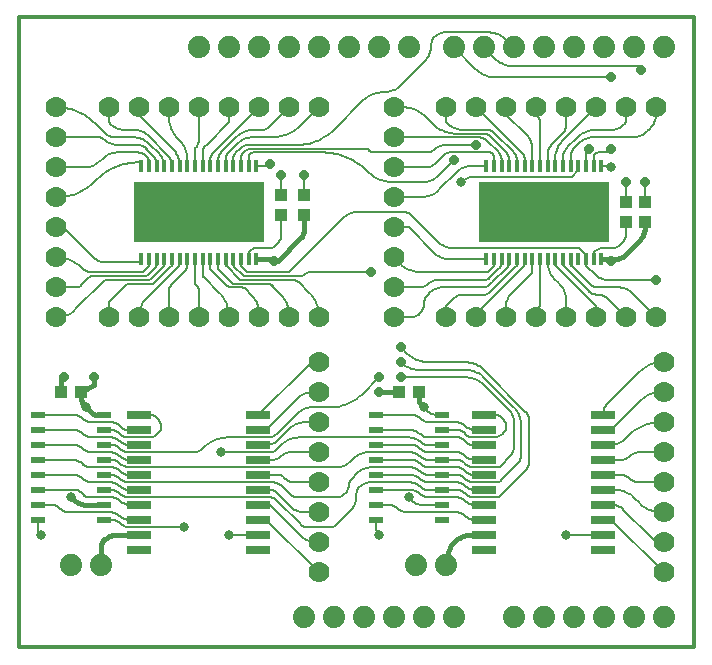
<source format=gtl>
G04 This is an RS-274x file exported by *
G04 gerbv version 2.6.0 *
G04 More information is available about gerbv at *
G04 http://gerbv.gpleda.org/ *
G04 --End of header info--*
%MOIN*%
%FSLAX34Y34*%
%IPPOS*%
G04 --Define apertures--*
%ADD10C,0.0120*%
%ADD11R,0.0800X0.0260*%
%ADD12R,0.0472X0.0236*%
%ADD13C,0.0700*%
%ADD14R,0.0118X0.0394*%
%ADD15R,0.4331X0.2047*%
%ADD16C,0.0740*%
%ADD17R,0.0433X0.0394*%
%ADD18R,0.0394X0.0433*%
%ADD19C,0.0060*%
%ADD20C,0.0317*%
%ADD21C,0.0160*%
%AMMACRO22*
5,1,8,0.000000,0.000000,0.034312,22.500000*
%
%ADD22MACRO22*%
%ADD23C,0.0320*%
G04 --Start main section--*
G54D10*
G01X0006252Y0000160D02*
G01X0006252Y0021156D01*
G01X0006252Y0021156D02*
G01X0028747Y0021156D01*
G01X0028747Y0021156D02*
G01X0028747Y0000160D01*
G01X0028747Y0000160D02*
G01X0006252Y0000160D01*
G54D11*
G01X0010272Y0003410D03*
G01X0010272Y0003910D03*
G01X0010272Y0004410D03*
G01X0010272Y0004910D03*
G01X0010272Y0005410D03*
G01X0010272Y0005910D03*
G01X0010272Y0006410D03*
G01X0010272Y0006910D03*
G01X0010272Y0007410D03*
G01X0010272Y0007910D03*
G01X0014232Y0007910D03*
G01X0014232Y0007410D03*
G01X0014232Y0006910D03*
G01X0014232Y0006410D03*
G01X0014232Y0005910D03*
G01X0014232Y0005410D03*
G01X0014232Y0004910D03*
G01X0014232Y0004410D03*
G01X0014232Y0003910D03*
G01X0014232Y0003410D03*
G01X0021772Y0003410D03*
G01X0021772Y0003910D03*
G01X0021772Y0004410D03*
G01X0021772Y0004910D03*
G01X0021772Y0005410D03*
G01X0021772Y0005910D03*
G01X0021772Y0006410D03*
G01X0021772Y0006910D03*
G01X0021772Y0007410D03*
G01X0021772Y0007910D03*
G01X0025732Y0007910D03*
G01X0025732Y0007410D03*
G01X0025732Y0006910D03*
G01X0025732Y0006410D03*
G01X0025732Y0005910D03*
G01X0025732Y0005410D03*
G01X0025732Y0004910D03*
G01X0025732Y0004410D03*
G01X0025732Y0003910D03*
G01X0025732Y0003410D03*
G54D12*
G01X0020355Y0004410D03*
G01X0020355Y0004910D03*
G01X0020355Y0005410D03*
G01X0020355Y0005910D03*
G01X0020355Y0006410D03*
G01X0020355Y0006910D03*
G01X0020355Y0007410D03*
G01X0020355Y0007910D03*
G01X0018150Y0007910D03*
G01X0018150Y0007410D03*
G01X0018150Y0006910D03*
G01X0018150Y0006410D03*
G01X0018150Y0005910D03*
G01X0018150Y0005410D03*
G01X0018150Y0004910D03*
G01X0018150Y0004410D03*
G01X0009105Y0004410D03*
G01X0009105Y0004910D03*
G01X0009105Y0005410D03*
G01X0009105Y0005910D03*
G01X0009105Y0006410D03*
G01X0009105Y0006910D03*
G01X0009105Y0007410D03*
G01X0009105Y0007910D03*
G01X0006900Y0007910D03*
G01X0006900Y0007410D03*
G01X0006900Y0006910D03*
G01X0006900Y0006410D03*
G01X0006900Y0005910D03*
G01X0006900Y0005410D03*
G01X0006900Y0004910D03*
G01X0006900Y0004410D03*
G54D13*
G01X0007502Y0011160D03*
G01X0007502Y0012160D03*
G01X0007502Y0013160D03*
G01X0007502Y0014160D03*
G01X0007502Y0015160D03*
G01X0007502Y0016160D03*
G01X0007502Y0017160D03*
G01X0007502Y0018160D03*
G01X0009252Y0018160D03*
G01X0010252Y0018160D03*
G01X0011252Y0018160D03*
G01X0012252Y0018160D03*
G01X0013252Y0018160D03*
G01X0014252Y0018160D03*
G01X0015252Y0018160D03*
G01X0016252Y0018160D03*
G01X0018752Y0018160D03*
G01X0018752Y0017160D03*
G01X0018752Y0016160D03*
G01X0018752Y0015160D03*
G01X0018752Y0014160D03*
G01X0018752Y0013160D03*
G01X0018752Y0012160D03*
G01X0018752Y0011160D03*
G01X0020502Y0011160D03*
G01X0021502Y0011160D03*
G01X0022502Y0011160D03*
G01X0023502Y0011160D03*
G01X0024502Y0011160D03*
G01X0025502Y0011160D03*
G01X0026502Y0011160D03*
G01X0027502Y0011160D03*
G01X0027752Y0009660D03*
G01X0027752Y0008660D03*
G01X0027752Y0007660D03*
G01X0027752Y0006660D03*
G01X0027752Y0005660D03*
G01X0027752Y0004660D03*
G01X0027752Y0003660D03*
G01X0027752Y0002660D03*
G01X0016252Y0002660D03*
G01X0016252Y0003660D03*
G01X0016252Y0004660D03*
G01X0016252Y0005660D03*
G01X0016252Y0006660D03*
G01X0016252Y0007660D03*
G01X0016252Y0008660D03*
G01X0016252Y0009660D03*
G01X0016252Y0011160D03*
G01X0015252Y0011160D03*
G01X0014252Y0011160D03*
G01X0013252Y0011160D03*
G01X0012252Y0011160D03*
G01X0011252Y0011160D03*
G01X0010252Y0011160D03*
G01X0009252Y0011160D03*
G01X0020502Y0018160D03*
G01X0021502Y0018160D03*
G01X0022502Y0018160D03*
G01X0023502Y0018160D03*
G01X0024502Y0018160D03*
G01X0025502Y0018160D03*
G01X0026502Y0018160D03*
G01X0027502Y0018160D03*
G54D14*
G01X0025672Y0016215D03*
G01X0025416Y0016215D03*
G01X0025160Y0016215D03*
G01X0024904Y0016215D03*
G01X0024648Y0016215D03*
G01X0024392Y0016215D03*
G01X0024136Y0016215D03*
G01X0023880Y0016215D03*
G01X0023624Y0016215D03*
G01X0023369Y0016215D03*
G01X0023113Y0016215D03*
G01X0022857Y0016215D03*
G01X0022601Y0016215D03*
G01X0022345Y0016215D03*
G01X0022089Y0016215D03*
G01X0021833Y0016215D03*
G01X0021833Y0013105D03*
G01X0022089Y0013105D03*
G01X0022345Y0013105D03*
G01X0022601Y0013105D03*
G01X0022857Y0013105D03*
G01X0023113Y0013105D03*
G01X0023369Y0013105D03*
G01X0023624Y0013105D03*
G01X0023880Y0013105D03*
G01X0024136Y0013105D03*
G01X0024392Y0013105D03*
G01X0024648Y0013105D03*
G01X0024904Y0013105D03*
G01X0025160Y0013105D03*
G01X0025416Y0013105D03*
G01X0025672Y0013105D03*
G01X0014172Y0013105D03*
G01X0013916Y0013105D03*
G01X0013660Y0013105D03*
G01X0013404Y0013105D03*
G01X0013148Y0013105D03*
G01X0012892Y0013105D03*
G01X0012636Y0013105D03*
G01X0012380Y0013105D03*
G01X0012124Y0013105D03*
G01X0011869Y0013105D03*
G01X0011613Y0013105D03*
G01X0011357Y0013105D03*
G01X0011101Y0013105D03*
G01X0010845Y0013105D03*
G01X0010589Y0013105D03*
G01X0010333Y0013105D03*
G01X0010333Y0016215D03*
G01X0010589Y0016215D03*
G01X0010845Y0016215D03*
G01X0011101Y0016215D03*
G01X0011357Y0016215D03*
G01X0011613Y0016215D03*
G01X0011869Y0016215D03*
G01X0012124Y0016215D03*
G01X0012380Y0016215D03*
G01X0012636Y0016215D03*
G01X0012892Y0016215D03*
G01X0013148Y0016215D03*
G01X0013404Y0016215D03*
G01X0013660Y0016215D03*
G01X0013916Y0016215D03*
G01X0014172Y0016215D03*
G54D15*
G01X0012252Y0014660D03*
G01X0023752Y0014660D03*
G54D16*
G01X0023752Y0020160D03*
G01X0022752Y0020160D03*
G01X0021752Y0020160D03*
G01X0020752Y0020160D03*
G01X0019252Y0020160D03*
G01X0018252Y0020160D03*
G01X0017252Y0020160D03*
G01X0016252Y0020160D03*
G01X0015252Y0020160D03*
G01X0014252Y0020160D03*
G01X0013252Y0020160D03*
G01X0012252Y0020160D03*
G01X0024752Y0020160D03*
G01X0025752Y0020160D03*
G01X0026752Y0020160D03*
G01X0027752Y0020160D03*
G01X0020502Y0002910D03*
G01X0019502Y0002910D03*
G01X0019752Y0001160D03*
G01X0020752Y0001160D03*
G01X0018752Y0001160D03*
G01X0017752Y0001160D03*
G01X0016752Y0001160D03*
G01X0015752Y0001160D03*
G01X0009002Y0002910D03*
G01X0008002Y0002910D03*
G01X0022752Y0001160D03*
G01X0023752Y0001160D03*
G01X0024752Y0001160D03*
G01X0025752Y0001160D03*
G01X0026752Y0001160D03*
G01X0027752Y0001160D03*
G54D17*
G01X0019587Y0008660D03*
G01X0018918Y0008660D03*
G01X0008337Y0008660D03*
G01X0007668Y0008660D03*
G54D18*
G01X0015002Y0014575D03*
G01X0015752Y0014575D03*
G01X0015752Y0015245D03*
G01X0015002Y0015245D03*
G01X0026502Y0014995D03*
G01X0027127Y0014995D03*
G01X0027127Y0014325D03*
G01X0026502Y0014325D03*
G54D19*
G01X0026502Y0014325D02*
G01X0026502Y0013941D01*
G01X0026365Y0013651D02*
G01X0026244Y0013551D01*
G01X0026025Y0013473D02*
G01X0025716Y0013473D01*
G01X0025443Y0013351D02*
G01X0025431Y0013337D01*
G01X0025431Y0013337D02*
G01X0025422Y0013320D01*
G01X0025422Y0013320D02*
G01X0025417Y0013303D01*
G01X0025417Y0013303D02*
G01X0025415Y0013284D01*
G01X0025416Y0013284D02*
G01X0025416Y0013105D01*
G01X0025160Y0012918D02*
G01X0025162Y0012899D01*
G01X0025162Y0012899D02*
G01X0025167Y0012880D01*
G01X0025167Y0012880D02*
G01X0025177Y0012864D01*
G01X0025177Y0012864D02*
G01X0025189Y0012849D01*
G01X0025189Y0012849D02*
G01X0025444Y0012593D01*
G01X0025214Y0012324D02*
G01X0025246Y0012294D01*
G01X0025246Y0012294D02*
G01X0025280Y0012267D01*
G01X0025280Y0012267D02*
G01X0025317Y0012242D01*
G01X0025317Y0012242D02*
G01X0025355Y0012221D01*
G01X0025355Y0012221D02*
G01X0025395Y0012203D01*
G01X0025395Y0012203D02*
G01X0025436Y0012187D01*
G01X0025436Y0012187D02*
G01X0025479Y0012175D01*
G01X0025479Y0012175D02*
G01X0025522Y0012167D01*
G01X0025522Y0012167D02*
G01X0025565Y0012162D01*
G01X0025565Y0012162D02*
G01X0025609Y0012160D01*
G01X0025609Y0012160D02*
G01X0026243Y0012160D01*
G01X0025886Y0012410D02*
G01X0027502Y0012410D01*
G01X0026685Y0011977D02*
G01X0027502Y0011160D01*
G01X0026502Y0011160D02*
G01X0025886Y0011777D01*
G01X0026243Y0012160D02*
G01X0026292Y0012158D01*
G01X0026292Y0012158D02*
G01X0026341Y0012152D01*
G01X0026341Y0012152D02*
G01X0026389Y0012143D01*
G01X0026389Y0012143D02*
G01X0026436Y0012129D01*
G01X0026436Y0012129D02*
G01X0026482Y0012112D01*
G01X0026482Y0012112D02*
G01X0026527Y0012092D01*
G01X0026527Y0012092D02*
G01X0026570Y0012068D01*
G01X0026570Y0012068D02*
G01X0026610Y0012041D01*
G01X0026610Y0012041D02*
G01X0026649Y0012010D01*
G01X0026649Y0012010D02*
G01X0026685Y0011977D01*
G01X0025564Y0011910D02*
G01X0025525Y0011912D01*
G01X0025525Y0011912D02*
G01X0025486Y0011917D01*
G01X0025486Y0011917D02*
G01X0025447Y0011925D01*
G01X0025447Y0011925D02*
G01X0025410Y0011937D01*
G01X0025410Y0011937D02*
G01X0025373Y0011952D01*
G01X0025373Y0011952D02*
G01X0025338Y0011970D01*
G01X0025338Y0011970D02*
G01X0025305Y0011992D01*
G01X0025305Y0011992D02*
G01X0025274Y0012016D01*
G01X0025274Y0012016D02*
G01X0025245Y0012042D01*
G01X0025245Y0012042D02*
G01X0024425Y0012863D01*
G01X0024392Y0012941D02*
G01X0024392Y0013105D01*
G01X0024392Y0012941D02*
G01X0024393Y0012924D01*
G01X0024393Y0012924D02*
G01X0024397Y0012907D01*
G01X0024397Y0012907D02*
G01X0024404Y0012891D01*
G01X0024404Y0012891D02*
G01X0024413Y0012876D01*
G01X0024413Y0012876D02*
G01X0024425Y0012863D01*
G01X0024171Y0012867D02*
G01X0024159Y0012881D01*
G01X0024159Y0012881D02*
G01X0024150Y0012896D01*
G01X0024150Y0012896D02*
G01X0024143Y0012913D01*
G01X0024143Y0012913D02*
G01X0024138Y0012931D01*
G01X0024138Y0012931D02*
G01X0024137Y0012949D01*
G01X0024136Y0012949D02*
G01X0024136Y0013105D01*
G01X0024170Y0012867D02*
G01X0025502Y0011535D01*
G01X0025502Y0011535D02*
G01X0025502Y0011160D01*
G01X0025502Y0011160D02*
G01X0025502Y0011285D01*
G01X0025886Y0011777D02*
G01X0025856Y0011804D01*
G01X0025856Y0011804D02*
G01X0025825Y0011828D01*
G01X0025825Y0011828D02*
G01X0025792Y0011849D01*
G01X0025792Y0011849D02*
G01X0025756Y0011867D01*
G01X0025756Y0011867D02*
G01X0025720Y0011883D01*
G01X0025720Y0011883D02*
G01X0025682Y0011894D01*
G01X0025682Y0011894D02*
G01X0025643Y0011903D01*
G01X0025643Y0011903D02*
G01X0025604Y0011908D01*
G01X0025604Y0011908D02*
G01X0025564Y0011910D01*
G01X0025214Y0012324D02*
G01X0024679Y0012858D01*
G01X0024648Y0012933D02*
G01X0024648Y0013105D01*
G01X0023880Y0012988D02*
G01X0023882Y0012934D01*
G01X0023882Y0012934D02*
G01X0023888Y0012881D01*
G01X0023888Y0012881D02*
G01X0023897Y0012828D01*
G01X0023897Y0012828D02*
G01X0023911Y0012775D01*
G01X0023911Y0012775D02*
G01X0023928Y0012724D01*
G01X0023928Y0012724D02*
G01X0023948Y0012674D01*
G01X0023948Y0012674D02*
G01X0023972Y0012626D01*
G01X0023972Y0012626D02*
G01X0024000Y0012580D01*
G01X0024000Y0012580D02*
G01X0024031Y0012536D01*
G01X0024031Y0012536D02*
G01X0024064Y0012494D01*
G01X0024064Y0012494D02*
G01X0024101Y0012454D01*
G01X0024101Y0012454D02*
G01X0024265Y0012291D01*
G01X0024502Y0011717D02*
G01X0024502Y0011160D01*
G01X0023624Y0011532D02*
G01X0023502Y0011410D01*
G01X0023502Y0011410D02*
G01X0023502Y0011160D01*
G01X0023624Y0011532D02*
G01X0023624Y0013105D01*
G01X0023369Y0013105D02*
G01X0023369Y0012751D01*
G01X0023298Y0012580D02*
G01X0022655Y0011937D01*
G01X0022609Y0011877D02*
G01X0022519Y0011717D01*
G01X0022502Y0011654D02*
G01X0022502Y0011160D01*
G01X0022502Y0011654D02*
G01X0022504Y0011676D01*
G01X0022504Y0011676D02*
G01X0022509Y0011697D01*
G01X0022509Y0011697D02*
G01X0022518Y0011717D01*
G01X0022608Y0011877D02*
G01X0022621Y0011899D01*
G01X0022621Y0011899D02*
G01X0022637Y0011919D01*
G01X0022637Y0011919D02*
G01X0022654Y0011938D01*
G01X0021993Y0012026D02*
G01X0022826Y0012858D01*
G01X0022857Y0012933D02*
G01X0022857Y0013105D01*
G01X0022856Y0012933D02*
G01X0022855Y0012916D01*
G01X0022855Y0012916D02*
G01X0022851Y0012900D01*
G01X0022851Y0012900D02*
G01X0022844Y0012885D01*
G01X0022844Y0012885D02*
G01X0022836Y0012871D01*
G01X0022836Y0012871D02*
G01X0022825Y0012858D01*
G01X0023079Y0012863D02*
G01X0023091Y0012876D01*
G01X0023091Y0012876D02*
G01X0023100Y0012891D01*
G01X0023100Y0012891D02*
G01X0023107Y0012907D01*
G01X0023107Y0012907D02*
G01X0023111Y0012924D01*
G01X0023111Y0012924D02*
G01X0023112Y0012941D01*
G01X0023113Y0012941D02*
G01X0023113Y0013105D01*
G01X0023080Y0012863D02*
G01X0021627Y0011410D01*
G01X0021627Y0011410D02*
G01X0021627Y0011285D01*
G01X0021627Y0011285D02*
G01X0021502Y0011160D01*
G01X0020993Y0011910D02*
G01X0020962Y0011908D01*
G01X0020962Y0011908D02*
G01X0020931Y0011903D01*
G01X0020931Y0011903D02*
G01X0020901Y0011894D01*
G01X0020901Y0011894D02*
G01X0020872Y0011882D01*
G01X0020872Y0011882D02*
G01X0020844Y0011867D01*
G01X0020844Y0011867D02*
G01X0020818Y0011849D01*
G01X0020818Y0011849D02*
G01X0020795Y0011828D01*
G01X0020795Y0011828D02*
G01X0020502Y0011535D01*
G01X0020502Y0011535D02*
G01X0020502Y0011160D01*
G01X0019964Y0011996D02*
G01X0019996Y0012026D01*
G01X0019996Y0012026D02*
G01X0020030Y0012053D01*
G01X0020030Y0012053D02*
G01X0020067Y0012078D01*
G01X0020067Y0012078D02*
G01X0020105Y0012099D01*
G01X0020105Y0012099D02*
G01X0020145Y0012117D01*
G01X0020145Y0012117D02*
G01X0020186Y0012133D01*
G01X0020186Y0012133D02*
G01X0020229Y0012145D01*
G01X0020229Y0012145D02*
G01X0020272Y0012153D01*
G01X0020272Y0012153D02*
G01X0020315Y0012158D01*
G01X0020315Y0012158D02*
G01X0020359Y0012160D01*
G01X0020359Y0012160D02*
G01X0021646Y0012160D01*
G01X0021714Y0011910D02*
G01X0021753Y0011912D01*
G01X0021753Y0011912D02*
G01X0021791Y0011918D01*
G01X0021791Y0011918D02*
G01X0021829Y0011927D01*
G01X0021829Y0011927D02*
G01X0021865Y0011940D01*
G01X0021865Y0011940D02*
G01X0021900Y0011957D01*
G01X0021900Y0011957D02*
G01X0021933Y0011977D01*
G01X0021933Y0011977D02*
G01X0021965Y0012000D01*
G01X0021965Y0012000D02*
G01X0021993Y0012026D01*
G01X0022041Y0012324D02*
G01X0022535Y0012818D01*
G01X0022601Y0012977D02*
G01X0022601Y0013105D01*
G01X0022345Y0013105D02*
G01X0022345Y0012989D01*
G01X0022535Y0012818D02*
G01X0022555Y0012840D01*
G01X0022555Y0012840D02*
G01X0022571Y0012865D01*
G01X0022571Y0012865D02*
G01X0022584Y0012891D01*
G01X0022584Y0012891D02*
G01X0022593Y0012919D01*
G01X0022593Y0012919D02*
G01X0022599Y0012948D01*
G01X0022599Y0012948D02*
G01X0022601Y0012977D01*
G01X0022266Y0012799D02*
G01X0021959Y0012492D01*
G01X0021762Y0012410D02*
G01X0020222Y0012410D01*
G01X0019964Y0011996D02*
G01X0019884Y0011917D01*
G01X0019847Y0012255D02*
G01X0019878Y0012283D01*
G01X0019878Y0012283D02*
G01X0019910Y0012309D01*
G01X0019910Y0012309D02*
G01X0019945Y0012332D01*
G01X0019945Y0012332D02*
G01X0019981Y0012352D01*
G01X0019981Y0012352D02*
G01X0020019Y0012370D01*
G01X0020019Y0012370D02*
G01X0020058Y0012384D01*
G01X0020058Y0012384D02*
G01X0020098Y0012395D01*
G01X0020098Y0012395D02*
G01X0020139Y0012403D01*
G01X0020139Y0012403D02*
G01X0020180Y0012408D01*
G01X0020180Y0012408D02*
G01X0020222Y0012410D01*
G01X0019695Y0012660D02*
G01X0021762Y0012660D01*
G01X0021762Y0012410D02*
G01X0021793Y0012412D01*
G01X0021793Y0012412D02*
G01X0021824Y0012417D01*
G01X0021824Y0012417D02*
G01X0021854Y0012426D01*
G01X0021854Y0012426D02*
G01X0021883Y0012438D01*
G01X0021883Y0012438D02*
G01X0021911Y0012453D01*
G01X0021911Y0012453D02*
G01X0021937Y0012471D01*
G01X0021937Y0012471D02*
G01X0021960Y0012492D01*
G01X0021959Y0012742D02*
G01X0022061Y0012844D01*
G01X0022089Y0012911D02*
G01X0022089Y0013105D01*
G01X0022345Y0012989D02*
G01X0022343Y0012959D01*
G01X0022343Y0012959D02*
G01X0022338Y0012929D01*
G01X0022338Y0012929D02*
G01X0022330Y0012900D01*
G01X0022330Y0012900D02*
G01X0022318Y0012872D01*
G01X0022318Y0012872D02*
G01X0022304Y0012846D01*
G01X0022304Y0012846D02*
G01X0022286Y0012821D01*
G01X0022286Y0012821D02*
G01X0022266Y0012799D01*
G01X0022061Y0012844D02*
G01X0022073Y0012858D01*
G01X0022073Y0012858D02*
G01X0022082Y0012875D01*
G01X0022082Y0012875D02*
G01X0022087Y0012892D01*
G01X0022087Y0012892D02*
G01X0022089Y0012911D01*
G01X0021833Y0013105D02*
G01X0020605Y0013105D01*
G01X0020097Y0013315D02*
G01X0019252Y0014160D01*
G01X0019252Y0014160D02*
G01X0018752Y0014160D01*
G01X0019137Y0014660D02*
G01X0019168Y0014658D01*
G01X0019168Y0014658D02*
G01X0019199Y0014653D01*
G01X0019199Y0014653D02*
G01X0019229Y0014644D01*
G01X0019229Y0014644D02*
G01X0019258Y0014632D01*
G01X0019258Y0014632D02*
G01X0019286Y0014617D01*
G01X0019286Y0014617D02*
G01X0019312Y0014599D01*
G01X0019312Y0014599D02*
G01X0019335Y0014578D01*
G01X0019334Y0014578D02*
G01X0020231Y0013681D01*
G01X0020097Y0013315D02*
G01X0020135Y0013280D01*
G01X0020135Y0013280D02*
G01X0020175Y0013248D01*
G01X0020175Y0013248D02*
G01X0020217Y0013219D01*
G01X0020217Y0013219D02*
G01X0020261Y0013193D01*
G01X0020261Y0013193D02*
G01X0020307Y0013170D01*
G01X0020307Y0013170D02*
G01X0020354Y0013150D01*
G01X0020354Y0013150D02*
G01X0020403Y0013134D01*
G01X0020403Y0013134D02*
G01X0020452Y0013121D01*
G01X0020452Y0013121D02*
G01X0020503Y0013112D01*
G01X0020503Y0013112D02*
G01X0020554Y0013107D01*
G01X0020554Y0013107D02*
G01X0020605Y0013105D01*
G01X0020735Y0013473D02*
G01X0024858Y0013473D01*
G01X0024998Y0013415D02*
G01X0025160Y0013253D01*
G01X0025160Y0013253D02*
G01X0025160Y0013105D01*
G01X0025160Y0013105D02*
G01X0025160Y0012918D01*
G01X0025459Y0013365D02*
G01X0025485Y0013389D01*
G01X0025485Y0013389D02*
G01X0025514Y0013411D01*
G01X0025514Y0013411D02*
G01X0025544Y0013429D01*
G01X0025544Y0013429D02*
G01X0025577Y0013444D01*
G01X0025577Y0013444D02*
G01X0025610Y0013456D01*
G01X0025610Y0013456D02*
G01X0025645Y0013465D01*
G01X0025645Y0013465D02*
G01X0025680Y0013470D01*
G01X0025680Y0013470D02*
G01X0025716Y0013472D01*
G01X0025458Y0013366D02*
G01X0025443Y0013351D01*
G01X0025444Y0012593D02*
G01X0025480Y0012560D01*
G01X0025480Y0012560D02*
G01X0025519Y0012529D01*
G01X0025519Y0012529D02*
G01X0025559Y0012502D01*
G01X0025559Y0012502D02*
G01X0025602Y0012478D01*
G01X0025602Y0012478D02*
G01X0025647Y0012458D01*
G01X0025647Y0012458D02*
G01X0025693Y0012441D01*
G01X0025693Y0012441D02*
G01X0025740Y0012427D01*
G01X0025740Y0012427D02*
G01X0025788Y0012418D01*
G01X0025788Y0012418D02*
G01X0025837Y0012412D01*
G01X0025837Y0012412D02*
G01X0025886Y0012410D01*
G01X0024679Y0012858D02*
G01X0024668Y0012871D01*
G01X0024668Y0012871D02*
G01X0024660Y0012885D01*
G01X0024660Y0012885D02*
G01X0024653Y0012900D01*
G01X0024653Y0012900D02*
G01X0024649Y0012916D01*
G01X0024649Y0012916D02*
G01X0024648Y0012933D01*
G01X0024858Y0013473D02*
G01X0024884Y0013471D01*
G01X0024884Y0013471D02*
G01X0024909Y0013466D01*
G01X0024909Y0013466D02*
G01X0024934Y0013458D01*
G01X0024934Y0013458D02*
G01X0024957Y0013446D01*
G01X0024957Y0013446D02*
G01X0024979Y0013432D01*
G01X0024979Y0013432D02*
G01X0024998Y0013415D01*
G01X0026025Y0013473D02*
G01X0026059Y0013475D01*
G01X0026059Y0013475D02*
G01X0026092Y0013480D01*
G01X0026092Y0013480D02*
G01X0026125Y0013488D01*
G01X0026125Y0013488D02*
G01X0026157Y0013499D01*
G01X0026157Y0013499D02*
G01X0026188Y0013514D01*
G01X0026188Y0013514D02*
G01X0026217Y0013531D01*
G01X0026217Y0013531D02*
G01X0026244Y0013552D01*
G01X0026366Y0013651D02*
G01X0026393Y0013675D01*
G01X0026393Y0013675D02*
G01X0026418Y0013703D01*
G01X0026418Y0013703D02*
G01X0026440Y0013732D01*
G01X0026440Y0013732D02*
G01X0026459Y0013764D01*
G01X0026459Y0013764D02*
G01X0026474Y0013797D01*
G01X0026474Y0013797D02*
G01X0026487Y0013832D01*
G01X0026487Y0013832D02*
G01X0026496Y0013868D01*
G01X0026496Y0013868D02*
G01X0026501Y0013904D01*
G01X0026501Y0013904D02*
G01X0026503Y0013941D01*
G01X0026502Y0014995D02*
G01X0026502Y0015660D01*
G01X0027127Y0015660D02*
G01X0027127Y0014995D01*
G01X0026002Y0016160D02*
G01X0025947Y0016215D01*
G01X0025947Y0016215D02*
G01X0025672Y0016215D01*
G01X0025416Y0016215D02*
G01X0025416Y0016524D01*
G01X0024868Y0017151D02*
G01X0024910Y0017191D01*
G01X0024910Y0017191D02*
G01X0024955Y0017227D01*
G01X0024955Y0017227D02*
G01X0025002Y0017261D01*
G01X0025002Y0017261D02*
G01X0025051Y0017292D01*
G01X0025051Y0017292D02*
G01X0025102Y0017319D01*
G01X0025102Y0017319D02*
G01X0025155Y0017343D01*
G01X0025155Y0017343D02*
G01X0025209Y0017363D01*
G01X0025209Y0017363D02*
G01X0025264Y0017380D01*
G01X0025264Y0017380D02*
G01X0025321Y0017393D01*
G01X0025321Y0017393D02*
G01X0025378Y0017402D01*
G01X0025378Y0017402D02*
G01X0025435Y0017408D01*
G01X0025435Y0017408D02*
G01X0025493Y0017410D01*
G01X0025493Y0017410D02*
G01X0025993Y0017410D01*
G01X0026436Y0017593D02*
G01X0026456Y0017616D01*
G01X0026456Y0017616D02*
G01X0026472Y0017640D01*
G01X0026472Y0017640D02*
G01X0026486Y0017667D01*
G01X0026486Y0017667D02*
G01X0026495Y0017696D01*
G01X0026495Y0017696D02*
G01X0026501Y0017725D01*
G01X0026501Y0017725D02*
G01X0026503Y0017755D01*
G01X0026502Y0017755D02*
G01X0026502Y0018160D01*
G01X0026709Y0017160D02*
G01X0026759Y0017162D01*
G01X0026759Y0017162D02*
G01X0026810Y0017167D01*
G01X0026810Y0017167D02*
G01X0026859Y0017176D01*
G01X0026859Y0017176D02*
G01X0026908Y0017189D01*
G01X0026908Y0017189D02*
G01X0026956Y0017205D01*
G01X0026956Y0017205D02*
G01X0027003Y0017224D01*
G01X0027003Y0017224D02*
G01X0027048Y0017246D01*
G01X0027048Y0017246D02*
G01X0027091Y0017272D01*
G01X0027091Y0017272D02*
G01X0027133Y0017301D01*
G01X0027133Y0017301D02*
G01X0027172Y0017333D01*
G01X0027172Y0017333D02*
G01X0027209Y0017367D01*
G01X0027209Y0017367D02*
G01X0027295Y0017453D01*
G01X0027502Y0017953D02*
G01X0027502Y0018160D01*
G01X0027502Y0017953D02*
G01X0027500Y0017903D01*
G01X0027500Y0017903D02*
G01X0027495Y0017852D01*
G01X0027495Y0017852D02*
G01X0027486Y0017803D01*
G01X0027486Y0017803D02*
G01X0027473Y0017754D01*
G01X0027473Y0017754D02*
G01X0027457Y0017706D01*
G01X0027457Y0017706D02*
G01X0027438Y0017659D01*
G01X0027438Y0017659D02*
G01X0027416Y0017614D01*
G01X0027416Y0017614D02*
G01X0027390Y0017571D01*
G01X0027390Y0017571D02*
G01X0027361Y0017529D01*
G01X0027361Y0017529D02*
G01X0027329Y0017490D01*
G01X0027329Y0017490D02*
G01X0027295Y0017453D01*
G01X0026709Y0017160D02*
G01X0025359Y0017160D01*
G01X0024964Y0016996D02*
G01X0024760Y0016793D01*
G01X0024540Y0016823D02*
G01X0024868Y0017151D01*
G01X0024387Y0017294D02*
G01X0024036Y0016943D01*
G01X0024366Y0017024D02*
G01X0025502Y0018160D01*
G01X0025993Y0017410D02*
G01X0026042Y0017412D01*
G01X0026042Y0017412D02*
G01X0026091Y0017418D01*
G01X0026091Y0017418D02*
G01X0026139Y0017427D01*
G01X0026139Y0017427D02*
G01X0026186Y0017441D01*
G01X0026186Y0017441D02*
G01X0026232Y0017458D01*
G01X0026232Y0017458D02*
G01X0026277Y0017478D01*
G01X0026277Y0017478D02*
G01X0026320Y0017502D01*
G01X0026320Y0017502D02*
G01X0026360Y0017529D01*
G01X0026360Y0017529D02*
G01X0026399Y0017560D01*
G01X0026399Y0017560D02*
G01X0026435Y0017593D01*
G01X0025960Y0016742D02*
G01X0025937Y0016721D01*
G01X0025937Y0016721D02*
G01X0025911Y0016703D01*
G01X0025911Y0016703D02*
G01X0025883Y0016688D01*
G01X0025883Y0016688D02*
G01X0025854Y0016676D01*
G01X0025854Y0016676D02*
G01X0025824Y0016667D01*
G01X0025824Y0016667D02*
G01X0025793Y0016662D01*
G01X0025793Y0016662D02*
G01X0025762Y0016660D01*
G01X0025762Y0016660D02*
G01X0025576Y0016660D01*
G01X0025451Y0016608D02*
G01X0025439Y0016594D01*
G01X0025439Y0016594D02*
G01X0025429Y0016578D01*
G01X0025429Y0016578D02*
G01X0025422Y0016561D01*
G01X0025422Y0016561D02*
G01X0025417Y0016543D01*
G01X0025417Y0016543D02*
G01X0025416Y0016524D01*
G01X0025359Y0017160D02*
G01X0025315Y0017158D01*
G01X0025315Y0017158D02*
G01X0025272Y0017153D01*
G01X0025272Y0017153D02*
G01X0025229Y0017145D01*
G01X0025229Y0017145D02*
G01X0025186Y0017133D01*
G01X0025186Y0017133D02*
G01X0025145Y0017117D01*
G01X0025145Y0017117D02*
G01X0025105Y0017099D01*
G01X0025105Y0017099D02*
G01X0025067Y0017078D01*
G01X0025067Y0017078D02*
G01X0025030Y0017053D01*
G01X0025030Y0017053D02*
G01X0024996Y0017026D01*
G01X0024996Y0017026D02*
G01X0024964Y0016996D01*
G01X0025252Y0016785D02*
G01X0025160Y0016692D01*
G01X0025160Y0016692D02*
G01X0025160Y0016215D01*
G01X0024904Y0016215D02*
G01X0024904Y0016062D01*
G01X0024904Y0016062D02*
G01X0024690Y0015848D01*
G01X0024690Y0015848D02*
G01X0021387Y0015848D01*
G01X0021050Y0015708D02*
G01X0021002Y0015660D01*
G01X0020848Y0016006D02*
G01X0020269Y0015427D01*
G01X0020216Y0015873D02*
G01X0020752Y0016410D01*
G01X0020618Y0016660D02*
G01X0020587Y0016658D01*
G01X0020587Y0016658D02*
G01X0020556Y0016653D01*
G01X0020556Y0016653D02*
G01X0020526Y0016644D01*
G01X0020526Y0016644D02*
G01X0020497Y0016632D01*
G01X0020497Y0016632D02*
G01X0020469Y0016617D01*
G01X0020469Y0016617D02*
G01X0020443Y0016599D01*
G01X0020443Y0016599D02*
G01X0020420Y0016578D01*
G01X0020420Y0016578D02*
G01X0020153Y0016311D01*
G01X0020089Y0016746D02*
G01X0020121Y0016776D01*
G01X0020121Y0016776D02*
G01X0020155Y0016803D01*
G01X0020155Y0016803D02*
G01X0020192Y0016828D01*
G01X0020192Y0016828D02*
G01X0020230Y0016849D01*
G01X0020230Y0016849D02*
G01X0020270Y0016867D01*
G01X0020270Y0016867D02*
G01X0020311Y0016883D01*
G01X0020311Y0016883D02*
G01X0020354Y0016895D01*
G01X0020354Y0016895D02*
G01X0020397Y0016903D01*
G01X0020397Y0016903D02*
G01X0020440Y0016908D01*
G01X0020440Y0016908D02*
G01X0020484Y0016910D01*
G01X0020484Y0016910D02*
G01X0021502Y0016910D01*
G01X0021589Y0017160D02*
G01X0021628Y0017158D01*
G01X0021628Y0017158D02*
G01X0021666Y0017152D01*
G01X0021666Y0017152D02*
G01X0021704Y0017143D01*
G01X0021704Y0017143D02*
G01X0021740Y0017130D01*
G01X0021740Y0017130D02*
G01X0021775Y0017113D01*
G01X0021775Y0017113D02*
G01X0021808Y0017093D01*
G01X0021808Y0017093D02*
G01X0021840Y0017070D01*
G01X0021840Y0017070D02*
G01X0021868Y0017044D01*
G01X0021868Y0017044D02*
G01X0022244Y0016668D01*
G01X0022089Y0016503D02*
G01X0022089Y0016215D01*
G01X0022345Y0016425D02*
G01X0022343Y0016459D01*
G01X0022343Y0016459D02*
G01X0022338Y0016492D01*
G01X0022338Y0016492D02*
G01X0022330Y0016525D01*
G01X0022330Y0016525D02*
G01X0022319Y0016557D01*
G01X0022319Y0016557D02*
G01X0022304Y0016587D01*
G01X0022304Y0016587D02*
G01X0022287Y0016616D01*
G01X0022287Y0016616D02*
G01X0022267Y0016643D01*
G01X0022267Y0016643D02*
G01X0022244Y0016668D01*
G01X0022498Y0016664D02*
G01X0022521Y0016638D01*
G01X0022521Y0016638D02*
G01X0022541Y0016611D01*
G01X0022541Y0016611D02*
G01X0022559Y0016582D01*
G01X0022559Y0016582D02*
G01X0022573Y0016551D01*
G01X0022573Y0016551D02*
G01X0022585Y0016518D01*
G01X0022585Y0016518D02*
G01X0022593Y0016485D01*
G01X0022593Y0016485D02*
G01X0022598Y0016451D01*
G01X0022598Y0016451D02*
G01X0022600Y0016417D01*
G01X0022601Y0016417D02*
G01X0022601Y0016215D01*
G01X0022857Y0016409D02*
G01X0022855Y0016444D01*
G01X0022855Y0016444D02*
G01X0022850Y0016478D01*
G01X0022850Y0016478D02*
G01X0022842Y0016512D01*
G01X0022842Y0016512D02*
G01X0022830Y0016545D01*
G01X0022830Y0016545D02*
G01X0022815Y0016576D01*
G01X0022815Y0016576D02*
G01X0022797Y0016606D01*
G01X0022797Y0016606D02*
G01X0022776Y0016634D01*
G01X0022776Y0016634D02*
G01X0022753Y0016660D01*
G01X0022753Y0016660D02*
G01X0022106Y0017306D01*
G01X0021981Y0017181D02*
G01X0022498Y0016664D01*
G01X0023368Y0016789D02*
G01X0023366Y0016837D01*
G01X0023366Y0016837D02*
G01X0023360Y0016885D01*
G01X0023360Y0016885D02*
G01X0023351Y0016933D01*
G01X0023351Y0016933D02*
G01X0023338Y0016979D01*
G01X0023338Y0016979D02*
G01X0023321Y0017025D01*
G01X0023321Y0017025D02*
G01X0023301Y0017069D01*
G01X0023301Y0017069D02*
G01X0023277Y0017111D01*
G01X0023277Y0017111D02*
G01X0023250Y0017151D01*
G01X0023250Y0017151D02*
G01X0023220Y0017189D01*
G01X0023220Y0017189D02*
G01X0023188Y0017225D01*
G01X0023188Y0017224D02*
G01X0022502Y0017910D01*
G01X0022502Y0017910D02*
G01X0022502Y0018160D01*
G01X0023543Y0017871D02*
G01X0023564Y0017847D01*
G01X0023564Y0017847D02*
G01X0023582Y0017822D01*
G01X0023582Y0017822D02*
G01X0023597Y0017794D01*
G01X0023597Y0017794D02*
G01X0023609Y0017765D01*
G01X0023609Y0017765D02*
G01X0023618Y0017735D01*
G01X0023618Y0017735D02*
G01X0023623Y0017703D01*
G01X0023623Y0017703D02*
G01X0023625Y0017672D01*
G01X0023624Y0017672D02*
G01X0023624Y0016215D01*
G01X0023369Y0016215D02*
G01X0023369Y0016789D01*
G01X0023044Y0016619D02*
G01X0021502Y0018160D01*
G01X0021054Y0017410D02*
G01X0021002Y0017412D01*
G01X0021002Y0017412D02*
G01X0020950Y0017417D01*
G01X0020950Y0017417D02*
G01X0020899Y0017427D01*
G01X0020899Y0017427D02*
G01X0020849Y0017440D01*
G01X0020849Y0017440D02*
G01X0020799Y0017456D01*
G01X0020799Y0017456D02*
G01X0020751Y0017476D01*
G01X0020751Y0017476D02*
G01X0020705Y0017499D01*
G01X0020705Y0017499D02*
G01X0020660Y0017526D01*
G01X0020660Y0017526D02*
G01X0020617Y0017555D01*
G01X0020617Y0017555D02*
G01X0020577Y0017588D01*
G01X0020577Y0017588D02*
G01X0020539Y0017624D01*
G01X0020502Y0017712D02*
G01X0020502Y0018160D01*
G01X0020063Y0017600D02*
G01X0020107Y0017558D01*
G01X0020107Y0017558D02*
G01X0020153Y0017520D01*
G01X0020153Y0017520D02*
G01X0020201Y0017483D01*
G01X0020201Y0017483D02*
G01X0020251Y0017450D01*
G01X0020251Y0017450D02*
G01X0020303Y0017419D01*
G01X0020303Y0017419D02*
G01X0020357Y0017391D01*
G01X0020357Y0017391D02*
G01X0020412Y0017367D01*
G01X0020412Y0017367D02*
G01X0020468Y0017345D01*
G01X0020468Y0017345D02*
G01X0020525Y0017327D01*
G01X0020525Y0017327D02*
G01X0020584Y0017312D01*
G01X0020584Y0017312D02*
G01X0020643Y0017300D01*
G01X0020643Y0017300D02*
G01X0020703Y0017292D01*
G01X0020703Y0017292D02*
G01X0020763Y0017287D01*
G01X0020763Y0017287D02*
G01X0020823Y0017285D01*
G01X0020823Y0017285D02*
G01X0021731Y0017285D01*
G01X0021856Y0017410D02*
G01X0021054Y0017410D01*
G01X0020539Y0017624D02*
G01X0020526Y0017639D01*
G01X0020526Y0017639D02*
G01X0020516Y0017655D01*
G01X0020516Y0017655D02*
G01X0020508Y0017673D01*
G01X0020508Y0017673D02*
G01X0020504Y0017692D01*
G01X0020504Y0017692D02*
G01X0020502Y0017712D01*
G01X0020062Y0017600D02*
G01X0019798Y0017865D01*
G01X0019085Y0018160D02*
G01X0018752Y0018160D01*
G01X0018379Y0018660D02*
G01X0018320Y0018658D01*
G01X0018320Y0018658D02*
G01X0018260Y0018652D01*
G01X0018260Y0018652D02*
G01X0018202Y0018643D01*
G01X0018202Y0018643D02*
G01X0018144Y0018629D01*
G01X0018144Y0018629D02*
G01X0018087Y0018612D01*
G01X0018087Y0018612D02*
G01X0018031Y0018591D01*
G01X0018031Y0018591D02*
G01X0017977Y0018566D01*
G01X0017977Y0018566D02*
G01X0017925Y0018538D01*
G01X0017925Y0018538D02*
G01X0017874Y0018507D01*
G01X0017874Y0018507D02*
G01X0017826Y0018472D01*
G01X0017826Y0018472D02*
G01X0017780Y0018434D01*
G01X0017780Y0018434D02*
G01X0017736Y0018394D01*
G01X0017736Y0018394D02*
G01X0016750Y0017408D01*
G01X0016252Y0018160D02*
G01X0015662Y0017569D01*
G01X0015252Y0018160D02*
G01X0014618Y0017526D01*
G01X0014339Y0017410D02*
G01X0014054Y0017410D01*
G01X0014011Y0017160D02*
G01X0014673Y0017160D01*
G01X0014054Y0017410D02*
G01X0014002Y0017408D01*
G01X0014002Y0017408D02*
G01X0013950Y0017403D01*
G01X0013950Y0017403D02*
G01X0013899Y0017393D01*
G01X0013899Y0017393D02*
G01X0013849Y0017380D01*
G01X0013849Y0017380D02*
G01X0013799Y0017364D01*
G01X0013799Y0017364D02*
G01X0013751Y0017344D01*
G01X0013751Y0017344D02*
G01X0013705Y0017321D01*
G01X0013705Y0017321D02*
G01X0013660Y0017294D01*
G01X0013660Y0017294D02*
G01X0013617Y0017265D01*
G01X0013617Y0017265D02*
G01X0013577Y0017232D01*
G01X0013577Y0017232D02*
G01X0013539Y0017196D01*
G01X0013539Y0017197D02*
G01X0013005Y0016663D01*
G01X0012512Y0016920D02*
G01X0012485Y0016891D01*
G01X0012485Y0016891D02*
G01X0012461Y0016860D01*
G01X0012461Y0016860D02*
G01X0012440Y0016827D01*
G01X0012440Y0016827D02*
G01X0012422Y0016792D01*
G01X0012422Y0016792D02*
G01X0012407Y0016756D01*
G01X0012407Y0016756D02*
G01X0012395Y0016718D01*
G01X0012395Y0016718D02*
G01X0012387Y0016680D01*
G01X0012387Y0016680D02*
G01X0012382Y0016641D01*
G01X0012382Y0016641D02*
G01X0012380Y0016602D01*
G01X0012380Y0016602D02*
G01X0012380Y0016215D01*
G01X0012124Y0016215D02*
G01X0012124Y0016765D01*
G01X0012124Y0016765D02*
G01X0012125Y0016776D01*
G01X0012125Y0016776D02*
G01X0012130Y0016786D01*
G01X0012130Y0016786D02*
G01X0012136Y0016795D01*
G01X0012252Y0017074D02*
G01X0012252Y0018160D01*
G01X0011253Y0017855D02*
G01X0011255Y0017795D01*
G01X0011255Y0017795D02*
G01X0011260Y0017735D01*
G01X0011260Y0017735D02*
G01X0011268Y0017675D01*
G01X0011268Y0017675D02*
G01X0011280Y0017616D01*
G01X0011280Y0017616D02*
G01X0011295Y0017557D01*
G01X0011295Y0017557D02*
G01X0011313Y0017500D01*
G01X0011313Y0017500D02*
G01X0011335Y0017444D01*
G01X0011335Y0017444D02*
G01X0011359Y0017389D01*
G01X0011359Y0017389D02*
G01X0011387Y0017335D01*
G01X0011387Y0017335D02*
G01X0011418Y0017283D01*
G01X0011418Y0017283D02*
G01X0011451Y0017233D01*
G01X0011451Y0017233D02*
G01X0011488Y0017185D01*
G01X0011488Y0017185D02*
G01X0011526Y0017139D01*
G01X0011526Y0017139D02*
G01X0011568Y0017095D01*
G01X0011567Y0017095D02*
G01X0011612Y0017051D01*
G01X0012136Y0016795D02*
G01X0012162Y0016823D01*
G01X0012162Y0016823D02*
G01X0012185Y0016855D01*
G01X0012185Y0016855D02*
G01X0012205Y0016888D01*
G01X0012205Y0016888D02*
G01X0012222Y0016923D01*
G01X0012222Y0016923D02*
G01X0012235Y0016959D01*
G01X0012235Y0016959D02*
G01X0012244Y0016997D01*
G01X0012244Y0016997D02*
G01X0012250Y0017035D01*
G01X0012250Y0017035D02*
G01X0012252Y0017074D01*
G01X0012512Y0016920D02*
G01X0013252Y0017660D01*
G01X0013252Y0017660D02*
G01X0013252Y0018160D01*
G01X0014252Y0018160D02*
G01X0012717Y0016625D01*
G01X0012636Y0016430D02*
G01X0012636Y0016215D01*
G01X0012892Y0016215D02*
G01X0012892Y0016390D01*
G01X0012636Y0016430D02*
G01X0012638Y0016461D01*
G01X0012638Y0016461D02*
G01X0012643Y0016491D01*
G01X0012643Y0016491D02*
G01X0012651Y0016521D01*
G01X0012651Y0016521D02*
G01X0012663Y0016550D01*
G01X0012663Y0016550D02*
G01X0012678Y0016577D01*
G01X0012678Y0016577D02*
G01X0012696Y0016602D01*
G01X0012696Y0016602D02*
G01X0012717Y0016625D01*
G01X0013148Y0016443D02*
G01X0013148Y0016215D01*
G01X0012893Y0016390D02*
G01X0012895Y0016428D01*
G01X0012895Y0016428D02*
G01X0012900Y0016465D01*
G01X0012900Y0016465D02*
G01X0012910Y0016502D01*
G01X0012910Y0016502D02*
G01X0012922Y0016538D01*
G01X0012922Y0016538D02*
G01X0012939Y0016572D01*
G01X0012939Y0016572D02*
G01X0012958Y0016604D01*
G01X0012958Y0016604D02*
G01X0012981Y0016635D01*
G01X0012981Y0016635D02*
G01X0013006Y0016663D01*
G01X0013228Y0016635D02*
G01X0013569Y0016977D01*
G01X0013649Y0016806D02*
G01X0013470Y0016627D01*
G01X0013404Y0016468D02*
G01X0013404Y0016215D01*
G01X0013148Y0016443D02*
G01X0013150Y0016473D01*
G01X0013150Y0016473D02*
G01X0013155Y0016504D01*
G01X0013155Y0016504D02*
G01X0013163Y0016533D01*
G01X0013163Y0016533D02*
G01X0013175Y0016561D01*
G01X0013175Y0016561D02*
G01X0013190Y0016588D01*
G01X0013190Y0016588D02*
G01X0013207Y0016613D01*
G01X0013207Y0016613D02*
G01X0013228Y0016635D01*
G01X0013470Y0016627D02*
G01X0013450Y0016605D01*
G01X0013450Y0016605D02*
G01X0013434Y0016580D01*
G01X0013434Y0016580D02*
G01X0013421Y0016554D01*
G01X0013421Y0016554D02*
G01X0013412Y0016526D01*
G01X0013412Y0016526D02*
G01X0013406Y0016497D01*
G01X0013406Y0016497D02*
G01X0013404Y0016468D01*
G01X0013660Y0016456D02*
G01X0013660Y0016215D01*
G01X0013916Y0016215D02*
G01X0013916Y0016524D01*
G01X0013899Y0016910D02*
G01X0013864Y0016908D01*
G01X0013864Y0016908D02*
G01X0013830Y0016903D01*
G01X0013830Y0016903D02*
G01X0013796Y0016895D01*
G01X0013796Y0016895D02*
G01X0013764Y0016883D01*
G01X0013764Y0016883D02*
G01X0013732Y0016868D01*
G01X0013732Y0016868D02*
G01X0013702Y0016850D01*
G01X0013702Y0016850D02*
G01X0013674Y0016830D01*
G01X0013674Y0016830D02*
G01X0013649Y0016806D01*
G01X0013774Y0016681D02*
G01X0013738Y0016646D01*
G01X0013738Y0016646D02*
G01X0013718Y0016624D01*
G01X0013718Y0016624D02*
G01X0013700Y0016599D01*
G01X0013700Y0016599D02*
G01X0013686Y0016573D01*
G01X0013686Y0016573D02*
G01X0013674Y0016545D01*
G01X0013674Y0016545D02*
G01X0013666Y0016516D01*
G01X0013666Y0016516D02*
G01X0013661Y0016486D01*
G01X0013661Y0016486D02*
G01X0013659Y0016456D01*
G01X0013569Y0016977D02*
G01X0013605Y0017010D01*
G01X0013605Y0017010D02*
G01X0013644Y0017041D01*
G01X0013644Y0017041D02*
G01X0013684Y0017068D01*
G01X0013684Y0017068D02*
G01X0013727Y0017092D01*
G01X0013727Y0017092D02*
G01X0013772Y0017112D01*
G01X0013772Y0017112D02*
G01X0013818Y0017129D01*
G01X0013818Y0017129D02*
G01X0013865Y0017143D01*
G01X0013865Y0017143D02*
G01X0013913Y0017152D01*
G01X0013913Y0017152D02*
G01X0013962Y0017158D01*
G01X0013962Y0017158D02*
G01X0014011Y0017160D01*
G01X0013899Y0016910D02*
G01X0015548Y0016910D01*
G01X0016347Y0016660D02*
G01X0014076Y0016660D01*
G01X0014024Y0016785D02*
G01X0017816Y0016785D01*
G01X0017816Y0016785D02*
G01X0017839Y0016783D01*
G01X0017839Y0016783D02*
G01X0017861Y0016778D01*
G01X0017861Y0016778D02*
G01X0017883Y0016769D01*
G01X0017883Y0016769D02*
G01X0017902Y0016757D01*
G01X0017902Y0016757D02*
G01X0017920Y0016742D01*
G01X0018118Y0016660D02*
G01X0019880Y0016660D01*
G01X0020153Y0016311D02*
G01X0020123Y0016283D01*
G01X0020123Y0016283D02*
G01X0020092Y0016258D01*
G01X0020092Y0016258D02*
G01X0020058Y0016236D01*
G01X0020058Y0016236D02*
G01X0020023Y0016216D01*
G01X0020023Y0016216D02*
G01X0019986Y0016199D01*
G01X0019986Y0016199D02*
G01X0019948Y0016185D01*
G01X0019948Y0016185D02*
G01X0019909Y0016174D01*
G01X0019909Y0016174D02*
G01X0019870Y0016166D01*
G01X0019870Y0016166D02*
G01X0019829Y0016162D01*
G01X0019829Y0016162D02*
G01X0019789Y0016160D01*
G01X0019789Y0016160D02*
G01X0018752Y0016160D01*
G01X0018761Y0015660D02*
G01X0019700Y0015660D01*
G01X0019625Y0015160D02*
G01X0019685Y0015162D01*
G01X0019685Y0015162D02*
G01X0019744Y0015168D01*
G01X0019744Y0015168D02*
G01X0019803Y0015177D01*
G01X0019803Y0015177D02*
G01X0019861Y0015191D01*
G01X0019861Y0015191D02*
G01X0019918Y0015208D01*
G01X0019918Y0015208D02*
G01X0019973Y0015229D01*
G01X0019973Y0015229D02*
G01X0020027Y0015254D01*
G01X0020027Y0015254D02*
G01X0020080Y0015282D01*
G01X0020080Y0015282D02*
G01X0020131Y0015313D01*
G01X0020131Y0015313D02*
G01X0020179Y0015348D01*
G01X0020179Y0015348D02*
G01X0020225Y0015386D01*
G01X0020225Y0015386D02*
G01X0020268Y0015427D01*
G01X0019625Y0015160D02*
G01X0018752Y0015160D01*
G01X0019137Y0014660D02*
G01X0017439Y0014660D01*
G01X0017120Y0014528D02*
G01X0015304Y0012712D01*
G01X0015179Y0012660D02*
G01X0013929Y0012660D01*
G01X0013841Y0012697D02*
G01X0013689Y0012849D01*
G01X0013660Y0012918D02*
G01X0013660Y0013105D01*
G01X0013660Y0012918D02*
G01X0013662Y0012899D01*
G01X0013662Y0012899D02*
G01X0013667Y0012880D01*
G01X0013667Y0012880D02*
G01X0013677Y0012864D01*
G01X0013677Y0012864D02*
G01X0013689Y0012849D01*
G01X0013434Y0012854D02*
G01X0013421Y0012869D01*
G01X0013421Y0012869D02*
G01X0013412Y0012887D01*
G01X0013412Y0012887D02*
G01X0013406Y0012906D01*
G01X0013406Y0012906D02*
G01X0013404Y0012926D01*
G01X0013404Y0012926D02*
G01X0013404Y0013105D01*
G01X0013404Y0013105D02*
G01X0013404Y0013258D01*
G01X0013148Y0013105D02*
G01X0013148Y0012933D01*
G01X0013179Y0012858D02*
G01X0013591Y0012447D01*
G01X0013679Y0012410D02*
G01X0015387Y0012410D01*
G01X0015584Y0012328D02*
G01X0015937Y0011975D01*
G01X0015778Y0012600D02*
G01X0015799Y0012617D01*
G01X0015799Y0012617D02*
G01X0015821Y0012632D01*
G01X0015821Y0012632D02*
G01X0015845Y0012644D01*
G01X0015845Y0012644D02*
G01X0015871Y0012653D01*
G01X0015871Y0012653D02*
G01X0015897Y0012658D01*
G01X0015897Y0012658D02*
G01X0015924Y0012660D01*
G01X0015924Y0012660D02*
G01X0018002Y0012660D01*
G01X0018752Y0012160D02*
G01X0019618Y0012160D01*
G01X0019618Y0012160D02*
G01X0019650Y0012162D01*
G01X0019650Y0012162D02*
G01X0019681Y0012166D01*
G01X0019681Y0012166D02*
G01X0019712Y0012174D01*
G01X0019712Y0012174D02*
G01X0019742Y0012185D01*
G01X0019742Y0012185D02*
G01X0019770Y0012198D01*
G01X0019770Y0012198D02*
G01X0019797Y0012214D01*
G01X0019797Y0012214D02*
G01X0019823Y0012233D01*
G01X0019823Y0012233D02*
G01X0019846Y0012255D01*
G01X0019884Y0011917D02*
G01X0019858Y0011888D01*
G01X0019858Y0011888D02*
G01X0019834Y0011857D01*
G01X0019834Y0011857D02*
G01X0019812Y0011824D01*
G01X0019812Y0011824D02*
G01X0019794Y0011789D01*
G01X0019794Y0011789D02*
G01X0019779Y0011752D01*
G01X0019779Y0011752D02*
G01X0019767Y0011715D01*
G01X0019767Y0011715D02*
G01X0019759Y0011676D01*
G01X0019759Y0011676D02*
G01X0019754Y0011637D01*
G01X0019754Y0011637D02*
G01X0019752Y0011598D01*
G01X0019752Y0011598D02*
G01X0019750Y0011558D01*
G01X0019750Y0011558D02*
G01X0019745Y0011518D01*
G01X0019745Y0011518D02*
G01X0019735Y0011478D01*
G01X0019735Y0011478D02*
G01X0019722Y0011440D01*
G01X0019722Y0011440D02*
G01X0019706Y0011403D01*
G01X0019706Y0011403D02*
G01X0019686Y0011367D01*
G01X0019686Y0011367D02*
G01X0019664Y0011334D01*
G01X0019664Y0011334D02*
G01X0019638Y0011303D01*
G01X0019638Y0011303D02*
G01X0019609Y0011274D01*
G01X0019609Y0011274D02*
G01X0019578Y0011248D01*
G01X0019578Y0011248D02*
G01X0019545Y0011226D01*
G01X0019545Y0011226D02*
G01X0019509Y0011206D01*
G01X0019509Y0011206D02*
G01X0019472Y0011190D01*
G01X0019472Y0011190D02*
G01X0019434Y0011177D01*
G01X0019434Y0011177D02*
G01X0019394Y0011167D01*
G01X0019394Y0011167D02*
G01X0019354Y0011162D01*
G01X0019354Y0011162D02*
G01X0019314Y0011160D01*
G01X0019314Y0011160D02*
G01X0018752Y0011160D01*
G01X0019021Y0009642D02*
G01X0019058Y0009606D01*
G01X0019058Y0009606D02*
G01X0019098Y0009573D01*
G01X0019098Y0009573D02*
G01X0019141Y0009543D01*
G01X0019141Y0009543D02*
G01X0019184Y0009516D01*
G01X0019184Y0009516D02*
G01X0019230Y0009492D01*
G01X0019230Y0009492D02*
G01X0019277Y0009470D01*
G01X0019277Y0009470D02*
G01X0019326Y0009452D01*
G01X0019326Y0009452D02*
G01X0019375Y0009437D01*
G01X0019375Y0009437D02*
G01X0019426Y0009425D01*
G01X0019426Y0009425D02*
G01X0019477Y0009417D01*
G01X0019477Y0009417D02*
G01X0019528Y0009412D01*
G01X0019528Y0009412D02*
G01X0019580Y0009410D01*
G01X0019580Y0009410D02*
G01X0021129Y0009410D01*
G01X0021129Y0009160D02*
G01X0019002Y0009160D01*
G01X0019021Y0009642D02*
G01X0019002Y0009660D01*
G01X0019207Y0009955D02*
G01X0019002Y0010160D01*
G01X0019920Y0009660D02*
G01X0021171Y0009660D01*
G01X0021737Y0009426D02*
G01X0023143Y0008020D01*
G01X0022743Y0008169D02*
G01X0021766Y0009146D01*
G01X0021766Y0008896D02*
G01X0022601Y0008061D01*
G01X0022304Y0007858D02*
G01X0022420Y0007742D01*
G01X0022752Y0007697D02*
G01X0022750Y0007742D01*
G01X0022750Y0007742D02*
G01X0022744Y0007786D01*
G01X0022744Y0007786D02*
G01X0022734Y0007830D01*
G01X0022734Y0007830D02*
G01X0022721Y0007873D01*
G01X0022721Y0007873D02*
G01X0022704Y0007915D01*
G01X0022704Y0007915D02*
G01X0022683Y0007954D01*
G01X0022683Y0007954D02*
G01X0022659Y0007992D01*
G01X0022659Y0007992D02*
G01X0022632Y0008028D01*
G01X0022632Y0008028D02*
G01X0022601Y0008061D01*
G01X0022179Y0007910D02*
G01X0021772Y0007910D01*
G01X0021459Y0007410D02*
G01X0021415Y0007412D01*
G01X0021415Y0007412D02*
G01X0021372Y0007418D01*
G01X0021372Y0007418D02*
G01X0021330Y0007427D01*
G01X0021330Y0007427D02*
G01X0021288Y0007440D01*
G01X0021288Y0007440D02*
G01X0021248Y0007457D01*
G01X0021248Y0007457D02*
G01X0021209Y0007477D01*
G01X0021209Y0007477D02*
G01X0021172Y0007500D01*
G01X0021172Y0007500D02*
G01X0021138Y0007527D01*
G01X0021138Y0007527D02*
G01X0021105Y0007556D01*
G01X0021084Y0007328D02*
G01X0021170Y0007242D01*
G01X0021084Y0007078D02*
G01X0021170Y0006992D01*
G01X0021368Y0006910D02*
G01X0021772Y0006910D01*
G01X0021466Y0006410D02*
G01X0021426Y0006412D01*
G01X0021426Y0006412D02*
G01X0021385Y0006416D01*
G01X0021385Y0006416D02*
G01X0021346Y0006424D01*
G01X0021346Y0006424D02*
G01X0021307Y0006435D01*
G01X0021307Y0006435D02*
G01X0021269Y0006449D01*
G01X0021269Y0006449D02*
G01X0021232Y0006466D01*
G01X0021232Y0006466D02*
G01X0021197Y0006486D01*
G01X0021197Y0006486D02*
G01X0021163Y0006508D01*
G01X0021163Y0006508D02*
G01X0021132Y0006533D01*
G01X0021132Y0006533D02*
G01X0021102Y0006561D01*
G01X0021101Y0006561D02*
G01X0021084Y0006578D01*
G01X0020887Y0006660D02*
G01X0019966Y0006660D01*
G01X0019939Y0006160D02*
G01X0019900Y0006162D01*
G01X0019900Y0006162D02*
G01X0019861Y0006167D01*
G01X0019861Y0006167D02*
G01X0019822Y0006175D01*
G01X0019822Y0006175D02*
G01X0019785Y0006187D01*
G01X0019785Y0006187D02*
G01X0019748Y0006202D01*
G01X0019748Y0006202D02*
G01X0019713Y0006220D01*
G01X0019713Y0006220D02*
G01X0019680Y0006242D01*
G01X0019680Y0006242D02*
G01X0019649Y0006266D01*
G01X0019649Y0006266D02*
G01X0019620Y0006292D01*
G01X0019634Y0006028D02*
G01X0019663Y0006001D01*
G01X0019663Y0006001D02*
G01X0019695Y0005978D01*
G01X0019695Y0005978D02*
G01X0019729Y0005958D01*
G01X0019729Y0005958D02*
G01X0019765Y0005941D01*
G01X0019765Y0005941D02*
G01X0019802Y0005927D01*
G01X0019802Y0005927D02*
G01X0019840Y0005918D01*
G01X0019840Y0005918D02*
G01X0019879Y0005912D01*
G01X0019879Y0005912D02*
G01X0019919Y0005910D01*
G01X0019919Y0005910D02*
G01X0020355Y0005910D01*
G01X0020355Y0005910D02*
G01X0020839Y0005910D01*
G01X0020887Y0006160D02*
G01X0020918Y0006158D01*
G01X0020918Y0006158D02*
G01X0020949Y0006153D01*
G01X0020949Y0006153D02*
G01X0020979Y0006144D01*
G01X0020979Y0006144D02*
G01X0021008Y0006132D01*
G01X0021008Y0006132D02*
G01X0021036Y0006117D01*
G01X0021036Y0006117D02*
G01X0021062Y0006099D01*
G01X0021062Y0006099D02*
G01X0021085Y0006078D01*
G01X0021084Y0006078D02*
G01X0021137Y0006026D01*
G01X0021118Y0005794D02*
G01X0021137Y0005776D01*
G01X0021416Y0005660D02*
G01X0022137Y0005660D01*
G01X0022334Y0005742D02*
G01X0022887Y0006294D01*
G01X0023136Y0006045D02*
G01X0023162Y0006073D01*
G01X0023162Y0006073D02*
G01X0023185Y0006105D01*
G01X0023185Y0006105D02*
G01X0023205Y0006138D01*
G01X0023205Y0006138D02*
G01X0023222Y0006173D01*
G01X0023222Y0006173D02*
G01X0023235Y0006209D01*
G01X0023235Y0006209D02*
G01X0023244Y0006247D01*
G01X0023244Y0006247D02*
G01X0023250Y0006285D01*
G01X0023250Y0006285D02*
G01X0023252Y0006324D01*
G01X0023252Y0006324D02*
G01X0023252Y0007755D01*
G01X0023002Y0007544D02*
G01X0023002Y0006574D01*
G01X0022752Y0006846D02*
G01X0022752Y0007697D01*
G01X0023252Y0007755D02*
G01X0023250Y0007792D01*
G01X0023250Y0007792D02*
G01X0023245Y0007828D01*
G01X0023245Y0007828D02*
G01X0023236Y0007864D01*
G01X0023236Y0007864D02*
G01X0023223Y0007899D01*
G01X0023223Y0007899D02*
G01X0023208Y0007932D01*
G01X0023208Y0007932D02*
G01X0023189Y0007963D01*
G01X0023189Y0007963D02*
G01X0023167Y0007993D01*
G01X0023167Y0007993D02*
G01X0023142Y0008020D01*
G01X0022304Y0007858D02*
G01X0022287Y0007873D01*
G01X0022287Y0007873D02*
G01X0022267Y0007886D01*
G01X0022267Y0007886D02*
G01X0022247Y0007897D01*
G01X0022247Y0007897D02*
G01X0022225Y0007904D01*
G01X0022225Y0007904D02*
G01X0022202Y0007908D01*
G01X0022202Y0007908D02*
G01X0022179Y0007910D01*
G01X0022408Y0007315D02*
G01X0022377Y0007287D01*
G01X0022377Y0007287D02*
G01X0022345Y0007261D01*
G01X0022345Y0007261D02*
G01X0022310Y0007238D01*
G01X0022310Y0007238D02*
G01X0022274Y0007218D01*
G01X0022274Y0007218D02*
G01X0022236Y0007200D01*
G01X0022236Y0007200D02*
G01X0022197Y0007186D01*
G01X0022197Y0007186D02*
G01X0022157Y0007175D01*
G01X0022157Y0007175D02*
G01X0022116Y0007167D01*
G01X0022116Y0007167D02*
G01X0022075Y0007162D01*
G01X0022075Y0007162D02*
G01X0022033Y0007160D01*
G01X0022033Y0007160D02*
G01X0021368Y0007160D01*
G01X0021368Y0006910D02*
G01X0021337Y0006912D01*
G01X0021337Y0006912D02*
G01X0021306Y0006917D01*
G01X0021306Y0006917D02*
G01X0021276Y0006926D01*
G01X0021276Y0006926D02*
G01X0021247Y0006938D01*
G01X0021247Y0006938D02*
G01X0021219Y0006953D01*
G01X0021219Y0006953D02*
G01X0021193Y0006971D01*
G01X0021193Y0006971D02*
G01X0021170Y0006992D01*
G01X0021085Y0007078D02*
G01X0021062Y0007099D01*
G01X0021062Y0007099D02*
G01X0021036Y0007117D01*
G01X0021036Y0007117D02*
G01X0021008Y0007132D01*
G01X0021008Y0007132D02*
G01X0020979Y0007144D01*
G01X0020979Y0007144D02*
G01X0020949Y0007153D01*
G01X0020949Y0007153D02*
G01X0020918Y0007158D01*
G01X0020918Y0007158D02*
G01X0020887Y0007160D01*
G01X0020887Y0007160D02*
G01X0019842Y0007160D01*
G01X0019700Y0006963D02*
G01X0019717Y0006947D01*
G01X0019717Y0006947D02*
G01X0019737Y0006934D01*
G01X0019737Y0006934D02*
G01X0019758Y0006924D01*
G01X0019758Y0006924D02*
G01X0019780Y0006916D01*
G01X0019780Y0006916D02*
G01X0019804Y0006912D01*
G01X0019804Y0006912D02*
G01X0019827Y0006910D01*
G01X0019827Y0006910D02*
G01X0020355Y0006910D01*
G01X0020887Y0007410D02*
G01X0020918Y0007408D01*
G01X0020918Y0007408D02*
G01X0020949Y0007403D01*
G01X0020949Y0007403D02*
G01X0020979Y0007394D01*
G01X0020979Y0007394D02*
G01X0021008Y0007382D01*
G01X0021008Y0007382D02*
G01X0021036Y0007367D01*
G01X0021036Y0007367D02*
G01X0021062Y0007349D01*
G01X0021062Y0007349D02*
G01X0021085Y0007328D01*
G01X0020887Y0007410D02*
G01X0020355Y0007410D01*
G01X0019990Y0007660D02*
G01X0020856Y0007660D01*
G01X0020355Y0007910D02*
G01X0020189Y0007910D01*
G01X0019870Y0008042D02*
G01X0019752Y0008160D01*
G01X0019584Y0007828D02*
G01X0019617Y0007798D01*
G01X0019617Y0007798D02*
G01X0019653Y0007770D01*
G01X0019653Y0007770D02*
G01X0019690Y0007745D01*
G01X0019690Y0007745D02*
G01X0019729Y0007723D01*
G01X0019729Y0007723D02*
G01X0019770Y0007704D01*
G01X0019770Y0007704D02*
G01X0019813Y0007688D01*
G01X0019813Y0007688D02*
G01X0019856Y0007676D01*
G01X0019856Y0007676D02*
G01X0019900Y0007667D01*
G01X0019900Y0007667D02*
G01X0019945Y0007662D01*
G01X0019945Y0007662D02*
G01X0019990Y0007660D01*
G01X0019842Y0007160D02*
G01X0019814Y0007162D01*
G01X0019814Y0007162D02*
G01X0019786Y0007167D01*
G01X0019786Y0007167D02*
G01X0019759Y0007176D01*
G01X0019759Y0007176D02*
G01X0019734Y0007189D01*
G01X0019734Y0007189D02*
G01X0019711Y0007205D01*
G01X0019711Y0007205D02*
G01X0019689Y0007223D01*
G01X0019602Y0006811D02*
G01X0019632Y0006783D01*
G01X0019632Y0006783D02*
G01X0019663Y0006758D01*
G01X0019663Y0006758D02*
G01X0019697Y0006736D01*
G01X0019697Y0006736D02*
G01X0019732Y0006716D01*
G01X0019732Y0006716D02*
G01X0019769Y0006699D01*
G01X0019769Y0006699D02*
G01X0019807Y0006685D01*
G01X0019807Y0006685D02*
G01X0019846Y0006674D01*
G01X0019846Y0006674D02*
G01X0019885Y0006666D01*
G01X0019885Y0006666D02*
G01X0019926Y0006662D01*
G01X0019926Y0006662D02*
G01X0019966Y0006660D01*
G01X0019916Y0006410D02*
G01X0019877Y0006412D01*
G01X0019877Y0006412D02*
G01X0019839Y0006418D01*
G01X0019839Y0006418D02*
G01X0019801Y0006427D01*
G01X0019801Y0006427D02*
G01X0019765Y0006440D01*
G01X0019765Y0006440D02*
G01X0019730Y0006457D01*
G01X0019730Y0006457D02*
G01X0019697Y0006477D01*
G01X0019697Y0006477D02*
G01X0019665Y0006500D01*
G01X0019665Y0006500D02*
G01X0019637Y0006526D01*
G01X0019601Y0006811D02*
G01X0019576Y0006833D01*
G01X0019576Y0006833D02*
G01X0019550Y0006853D01*
G01X0019550Y0006853D02*
G01X0019521Y0006870D01*
G01X0019521Y0006870D02*
G01X0019491Y0006884D01*
G01X0019491Y0006884D02*
G01X0019460Y0006895D01*
G01X0019460Y0006895D02*
G01X0019428Y0006904D01*
G01X0019428Y0006904D02*
G01X0019395Y0006908D01*
G01X0019395Y0006908D02*
G01X0019362Y0006910D01*
G01X0019362Y0006910D02*
G01X0018150Y0006910D01*
G01X0017859Y0006660D02*
G01X0019313Y0006660D01*
G01X0019688Y0007223D02*
G01X0019652Y0007257D01*
G01X0019652Y0007257D02*
G01X0019612Y0007288D01*
G01X0019612Y0007288D02*
G01X0019571Y0007316D01*
G01X0019571Y0007316D02*
G01X0019527Y0007341D01*
G01X0019527Y0007341D02*
G01X0019482Y0007362D01*
G01X0019482Y0007362D02*
G01X0019435Y0007379D01*
G01X0019435Y0007379D02*
G01X0019387Y0007392D01*
G01X0019387Y0007392D02*
G01X0019338Y0007402D01*
G01X0019338Y0007402D02*
G01X0019288Y0007408D01*
G01X0019288Y0007408D02*
G01X0019238Y0007410D01*
G01X0019238Y0007410D02*
G01X0018150Y0007410D01*
G01X0018150Y0007910D02*
G01X0019387Y0007910D01*
G01X0019387Y0007910D02*
G01X0019418Y0007908D01*
G01X0019418Y0007908D02*
G01X0019449Y0007903D01*
G01X0019449Y0007903D02*
G01X0019479Y0007894D01*
G01X0019479Y0007894D02*
G01X0019508Y0007882D01*
G01X0019508Y0007882D02*
G01X0019536Y0007867D01*
G01X0019536Y0007867D02*
G01X0019562Y0007849D01*
G01X0019562Y0007849D02*
G01X0019585Y0007828D01*
G01X0019870Y0008042D02*
G01X0019899Y0008016D01*
G01X0019899Y0008016D02*
G01X0019930Y0007992D01*
G01X0019930Y0007992D02*
G01X0019963Y0007970D01*
G01X0019963Y0007970D02*
G01X0019998Y0007952D01*
G01X0019998Y0007952D02*
G01X0020035Y0007937D01*
G01X0020035Y0007937D02*
G01X0020072Y0007925D01*
G01X0020072Y0007925D02*
G01X0020111Y0007917D01*
G01X0020111Y0007917D02*
G01X0020150Y0007912D01*
G01X0020150Y0007912D02*
G01X0020189Y0007910D01*
G01X0020856Y0007660D02*
G01X0020891Y0007658D01*
G01X0020891Y0007658D02*
G01X0020925Y0007653D01*
G01X0020925Y0007653D02*
G01X0020959Y0007645D01*
G01X0020959Y0007645D02*
G01X0020991Y0007633D01*
G01X0020991Y0007633D02*
G01X0021023Y0007618D01*
G01X0021023Y0007618D02*
G01X0021053Y0007600D01*
G01X0021053Y0007600D02*
G01X0021081Y0007580D01*
G01X0021081Y0007580D02*
G01X0021106Y0007556D01*
G01X0021170Y0007242D02*
G01X0021193Y0007221D01*
G01X0021193Y0007221D02*
G01X0021219Y0007203D01*
G01X0021219Y0007203D02*
G01X0021247Y0007188D01*
G01X0021247Y0007188D02*
G01X0021276Y0007176D01*
G01X0021276Y0007176D02*
G01X0021306Y0007167D01*
G01X0021306Y0007167D02*
G01X0021337Y0007162D01*
G01X0021337Y0007162D02*
G01X0021368Y0007160D01*
G01X0021459Y0007410D02*
G01X0021772Y0007410D01*
G01X0022743Y0008169D02*
G01X0022783Y0008127D01*
G01X0022783Y0008127D02*
G01X0022819Y0008082D01*
G01X0022819Y0008082D02*
G01X0022853Y0008035D01*
G01X0022853Y0008035D02*
G01X0022884Y0007986D01*
G01X0022884Y0007986D02*
G01X0022911Y0007935D01*
G01X0022911Y0007935D02*
G01X0022935Y0007882D01*
G01X0022935Y0007882D02*
G01X0022955Y0007828D01*
G01X0022955Y0007828D02*
G01X0022972Y0007773D01*
G01X0022972Y0007773D02*
G01X0022985Y0007716D01*
G01X0022985Y0007716D02*
G01X0022994Y0007659D01*
G01X0022994Y0007659D02*
G01X0023000Y0007602D01*
G01X0023000Y0007602D02*
G01X0023002Y0007544D01*
G01X0022503Y0007544D02*
G01X0022501Y0007575D01*
G01X0022501Y0007575D02*
G01X0022496Y0007606D01*
G01X0022496Y0007606D02*
G01X0022487Y0007636D01*
G01X0022487Y0007636D02*
G01X0022475Y0007665D01*
G01X0022475Y0007665D02*
G01X0022460Y0007693D01*
G01X0022460Y0007693D02*
G01X0022442Y0007719D01*
G01X0022442Y0007719D02*
G01X0022421Y0007742D01*
G01X0022502Y0007544D02*
G01X0022500Y0007512D01*
G01X0022500Y0007512D02*
G01X0022496Y0007481D01*
G01X0022496Y0007481D02*
G01X0022488Y0007450D01*
G01X0022488Y0007450D02*
G01X0022477Y0007420D01*
G01X0022477Y0007420D02*
G01X0022464Y0007391D01*
G01X0022464Y0007391D02*
G01X0022447Y0007364D01*
G01X0022447Y0007364D02*
G01X0022428Y0007338D01*
G01X0022428Y0007338D02*
G01X0022407Y0007315D01*
G01X0022752Y0006846D02*
G01X0022750Y0006802D01*
G01X0022750Y0006802D02*
G01X0022744Y0006759D01*
G01X0022744Y0006759D02*
G01X0022735Y0006717D01*
G01X0022735Y0006717D02*
G01X0022722Y0006675D01*
G01X0022722Y0006675D02*
G01X0022705Y0006635D01*
G01X0022705Y0006635D02*
G01X0022685Y0006596D01*
G01X0022685Y0006596D02*
G01X0022662Y0006559D01*
G01X0022662Y0006559D02*
G01X0022635Y0006525D01*
G01X0022635Y0006525D02*
G01X0022606Y0006492D01*
G01X0022606Y0006492D02*
G01X0022347Y0006233D01*
G01X0022170Y0006160D02*
G01X0021416Y0006160D01*
G01X0021137Y0005776D02*
G01X0021165Y0005750D01*
G01X0021165Y0005750D02*
G01X0021197Y0005727D01*
G01X0021197Y0005727D02*
G01X0021230Y0005707D01*
G01X0021230Y0005707D02*
G01X0021265Y0005690D01*
G01X0021265Y0005690D02*
G01X0021301Y0005677D01*
G01X0021301Y0005677D02*
G01X0021339Y0005668D01*
G01X0021339Y0005668D02*
G01X0021377Y0005662D01*
G01X0021377Y0005662D02*
G01X0021416Y0005660D01*
G01X0021118Y0005294D02*
G01X0021148Y0005267D01*
G01X0021148Y0005267D02*
G01X0021179Y0005243D01*
G01X0021179Y0005243D02*
G01X0021213Y0005221D01*
G01X0021213Y0005221D02*
G01X0021248Y0005203D01*
G01X0021248Y0005203D02*
G01X0021285Y0005188D01*
G01X0021285Y0005188D02*
G01X0021323Y0005176D01*
G01X0021323Y0005176D02*
G01X0021362Y0005167D01*
G01X0021362Y0005167D02*
G01X0021402Y0005162D01*
G01X0021402Y0005162D02*
G01X0021442Y0005160D01*
G01X0021442Y0005160D02*
G01X0022179Y0005160D01*
G01X0022304Y0005212D02*
G01X0023137Y0006044D01*
G01X0022886Y0006295D02*
G01X0022912Y0006323D01*
G01X0022912Y0006323D02*
G01X0022935Y0006355D01*
G01X0022935Y0006355D02*
G01X0022955Y0006388D01*
G01X0022955Y0006388D02*
G01X0022972Y0006423D01*
G01X0022972Y0006423D02*
G01X0022985Y0006459D01*
G01X0022985Y0006459D02*
G01X0022994Y0006497D01*
G01X0022994Y0006497D02*
G01X0023000Y0006535D01*
G01X0023000Y0006535D02*
G01X0023002Y0006574D01*
G01X0022347Y0006234D02*
G01X0022326Y0006215D01*
G01X0022326Y0006215D02*
G01X0022304Y0006198D01*
G01X0022304Y0006198D02*
G01X0022279Y0006185D01*
G01X0022279Y0006185D02*
G01X0022253Y0006174D01*
G01X0022253Y0006174D02*
G01X0022226Y0006166D01*
G01X0022226Y0006166D02*
G01X0022198Y0006162D01*
G01X0022198Y0006162D02*
G01X0022170Y0006160D01*
G01X0022335Y0005742D02*
G01X0022312Y0005721D01*
G01X0022312Y0005721D02*
G01X0022286Y0005703D01*
G01X0022286Y0005703D02*
G01X0022258Y0005688D01*
G01X0022258Y0005688D02*
G01X0022229Y0005676D01*
G01X0022229Y0005676D02*
G01X0022199Y0005667D01*
G01X0022199Y0005667D02*
G01X0022168Y0005662D01*
G01X0022168Y0005662D02*
G01X0022137Y0005660D01*
G01X0022304Y0005212D02*
G01X0022287Y0005197D01*
G01X0022287Y0005197D02*
G01X0022267Y0005184D01*
G01X0022267Y0005184D02*
G01X0022247Y0005173D01*
G01X0022247Y0005173D02*
G01X0022225Y0005166D01*
G01X0022225Y0005166D02*
G01X0022202Y0005162D01*
G01X0022202Y0005162D02*
G01X0022179Y0005160D01*
G01X0021772Y0004910D02*
G01X0021442Y0004910D01*
G01X0021118Y0004544D02*
G01X0021148Y0004517D01*
G01X0021148Y0004517D02*
G01X0021179Y0004493D01*
G01X0021179Y0004493D02*
G01X0021213Y0004471D01*
G01X0021213Y0004471D02*
G01X0021248Y0004453D01*
G01X0021248Y0004453D02*
G01X0021285Y0004438D01*
G01X0021285Y0004438D02*
G01X0021323Y0004426D01*
G01X0021323Y0004426D02*
G01X0021362Y0004417D01*
G01X0021362Y0004417D02*
G01X0021402Y0004412D01*
G01X0021402Y0004412D02*
G01X0021442Y0004410D01*
G01X0021442Y0004410D02*
G01X0021772Y0004410D01*
G01X0021118Y0004544D02*
G01X0021090Y0004570D01*
G01X0021090Y0004570D02*
G01X0021058Y0004593D01*
G01X0021058Y0004593D02*
G01X0021025Y0004613D01*
G01X0021025Y0004613D02*
G01X0020990Y0004630D01*
G01X0020990Y0004630D02*
G01X0020954Y0004643D01*
G01X0020954Y0004643D02*
G01X0020916Y0004652D01*
G01X0020916Y0004652D02*
G01X0020878Y0004658D01*
G01X0020878Y0004658D02*
G01X0020839Y0004660D01*
G01X0020839Y0004660D02*
G01X0019209Y0004660D01*
G01X0019666Y0005246D02*
G01X0019634Y0005276D01*
G01X0019634Y0005276D02*
G01X0019600Y0005303D01*
G01X0019600Y0005303D02*
G01X0019563Y0005328D01*
G01X0019563Y0005328D02*
G01X0019525Y0005349D01*
G01X0019525Y0005349D02*
G01X0019485Y0005367D01*
G01X0019485Y0005367D02*
G01X0019444Y0005383D01*
G01X0019444Y0005383D02*
G01X0019401Y0005395D01*
G01X0019401Y0005395D02*
G01X0019358Y0005403D01*
G01X0019358Y0005403D02*
G01X0019315Y0005408D01*
G01X0019315Y0005408D02*
G01X0019271Y0005410D01*
G01X0019271Y0005410D02*
G01X0018150Y0005410D01*
G01X0017970Y0006160D02*
G01X0017925Y0006158D01*
G01X0017925Y0006158D02*
G01X0017880Y0006153D01*
G01X0017880Y0006153D02*
G01X0017835Y0006144D01*
G01X0017835Y0006144D02*
G01X0017791Y0006132D01*
G01X0017791Y0006132D02*
G01X0017749Y0006116D01*
G01X0017749Y0006116D02*
G01X0017708Y0006097D01*
G01X0017708Y0006097D02*
G01X0017668Y0006075D01*
G01X0017668Y0006075D02*
G01X0017630Y0006050D01*
G01X0017630Y0006050D02*
G01X0017595Y0006022D01*
G01X0017595Y0006022D02*
G01X0017561Y0005991D01*
G01X0017562Y0005991D02*
G01X0017326Y0005755D01*
G01X0017327Y0005755D02*
G01X0017308Y0005734D01*
G01X0017308Y0005734D02*
G01X0017292Y0005711D01*
G01X0017292Y0005711D02*
G01X0017278Y0005686D01*
G01X0017278Y0005686D02*
G01X0017267Y0005660D01*
G01X0017267Y0005660D02*
G01X0017259Y0005633D01*
G01X0017259Y0005633D02*
G01X0017255Y0005605D01*
G01X0017255Y0005605D02*
G01X0017253Y0005577D01*
G01X0017253Y0005577D02*
G01X0017251Y0005537D01*
G01X0017251Y0005537D02*
G01X0017245Y0005498D01*
G01X0017245Y0005498D02*
G01X0017236Y0005460D01*
G01X0017236Y0005460D02*
G01X0017222Y0005423D01*
G01X0017222Y0005423D02*
G01X0017205Y0005387D01*
G01X0017205Y0005387D02*
G01X0017185Y0005353D01*
G01X0017185Y0005353D02*
G01X0017162Y0005321D01*
G01X0017162Y0005321D02*
G01X0017135Y0005292D01*
G01X0017502Y0005174D02*
G01X0017500Y0005124D01*
G01X0017500Y0005124D02*
G01X0017494Y0005074D01*
G01X0017494Y0005074D02*
G01X0017484Y0005025D01*
G01X0017484Y0005025D02*
G01X0017471Y0004977D01*
G01X0017471Y0004977D02*
G01X0017454Y0004930D01*
G01X0017454Y0004930D02*
G01X0017433Y0004885D01*
G01X0017433Y0004885D02*
G01X0017408Y0004841D01*
G01X0017408Y0004841D02*
G01X0017380Y0004800D01*
G01X0017380Y0004800D02*
G01X0017349Y0004760D01*
G01X0017349Y0004760D02*
G01X0017315Y0004724D01*
G01X0017316Y0004723D02*
G01X0016884Y0004292D01*
G01X0016566Y0004160D02*
G01X0015899Y0004160D01*
G01X0015649Y0004264D02*
G01X0014834Y0005078D01*
G01X0014835Y0005328D02*
G01X0014812Y0005349D01*
G01X0014812Y0005349D02*
G01X0014786Y0005367D01*
G01X0014786Y0005367D02*
G01X0014758Y0005382D01*
G01X0014758Y0005382D02*
G01X0014729Y0005394D01*
G01X0014729Y0005394D02*
G01X0014699Y0005403D01*
G01X0014699Y0005403D02*
G01X0014668Y0005408D01*
G01X0014668Y0005408D02*
G01X0014637Y0005410D01*
G01X0014637Y0005410D02*
G01X0014232Y0005410D01*
G01X0014637Y0005160D02*
G01X0009919Y0005160D01*
G01X0009916Y0005410D02*
G01X0010272Y0005410D01*
G01X0009959Y0004910D02*
G01X0009915Y0004912D01*
G01X0009915Y0004912D02*
G01X0009872Y0004918D01*
G01X0009872Y0004918D02*
G01X0009830Y0004927D01*
G01X0009830Y0004927D02*
G01X0009788Y0004940D01*
G01X0009788Y0004940D02*
G01X0009748Y0004957D01*
G01X0009748Y0004957D02*
G01X0009709Y0004977D01*
G01X0009709Y0004977D02*
G01X0009672Y0005000D01*
G01X0009672Y0005000D02*
G01X0009638Y0005027D01*
G01X0009638Y0005027D02*
G01X0009605Y0005056D01*
G01X0009356Y0005160D02*
G01X0008618Y0005160D01*
G01X0008420Y0005242D02*
G01X0008326Y0005337D01*
G01X0008149Y0005410D02*
G01X0006900Y0005410D01*
G01X0006900Y0004910D02*
G01X0007362Y0004910D01*
G01X0007362Y0004910D02*
G01X0007395Y0004908D01*
G01X0007395Y0004908D02*
G01X0007428Y0004904D01*
G01X0007428Y0004904D02*
G01X0007460Y0004895D01*
G01X0007460Y0004895D02*
G01X0007491Y0004884D01*
G01X0007491Y0004884D02*
G01X0007521Y0004870D01*
G01X0007521Y0004870D02*
G01X0007550Y0004853D01*
G01X0007550Y0004853D02*
G01X0007576Y0004833D01*
G01X0007576Y0004833D02*
G01X0007601Y0004811D01*
G01X0007966Y0004660D02*
G01X0009316Y0004660D01*
G01X0009606Y0005056D02*
G01X0009581Y0005080D01*
G01X0009581Y0005080D02*
G01X0009553Y0005100D01*
G01X0009553Y0005100D02*
G01X0009523Y0005118D01*
G01X0009523Y0005118D02*
G01X0009491Y0005133D01*
G01X0009491Y0005133D02*
G01X0009459Y0005145D01*
G01X0009459Y0005145D02*
G01X0009425Y0005153D01*
G01X0009425Y0005153D02*
G01X0009391Y0005158D01*
G01X0009391Y0005158D02*
G01X0009356Y0005160D01*
G01X0009637Y0005526D02*
G01X0009607Y0005553D01*
G01X0009607Y0005553D02*
G01X0009576Y0005577D01*
G01X0009576Y0005577D02*
G01X0009542Y0005599D01*
G01X0009542Y0005599D02*
G01X0009507Y0005617D01*
G01X0009507Y0005617D02*
G01X0009470Y0005632D01*
G01X0009470Y0005632D02*
G01X0009432Y0005644D01*
G01X0009432Y0005644D02*
G01X0009393Y0005653D01*
G01X0009393Y0005653D02*
G01X0009353Y0005658D01*
G01X0009353Y0005658D02*
G01X0009313Y0005660D01*
G01X0009313Y0005660D02*
G01X0008669Y0005660D01*
G01X0008420Y0005242D02*
G01X0008443Y0005221D01*
G01X0008443Y0005221D02*
G01X0008469Y0005203D01*
G01X0008469Y0005203D02*
G01X0008497Y0005188D01*
G01X0008497Y0005188D02*
G01X0008526Y0005176D01*
G01X0008526Y0005176D02*
G01X0008556Y0005167D01*
G01X0008556Y0005167D02*
G01X0008587Y0005162D01*
G01X0008587Y0005162D02*
G01X0008618Y0005160D01*
G01X0008326Y0005337D02*
G01X0008305Y0005355D01*
G01X0008305Y0005355D02*
G01X0008282Y0005372D01*
G01X0008282Y0005372D02*
G01X0008257Y0005385D01*
G01X0008257Y0005385D02*
G01X0008232Y0005396D01*
G01X0008232Y0005396D02*
G01X0008205Y0005404D01*
G01X0008205Y0005404D02*
G01X0008177Y0005408D01*
G01X0008177Y0005408D02*
G01X0008149Y0005410D01*
G01X0008385Y0005778D02*
G01X0008356Y0005804D01*
G01X0008356Y0005804D02*
G01X0008325Y0005828D01*
G01X0008325Y0005828D02*
G01X0008292Y0005850D01*
G01X0008292Y0005850D02*
G01X0008257Y0005868D01*
G01X0008257Y0005868D02*
G01X0008220Y0005883D01*
G01X0008220Y0005883D02*
G01X0008183Y0005895D01*
G01X0008183Y0005895D02*
G01X0008144Y0005903D01*
G01X0008144Y0005903D02*
G01X0008105Y0005908D01*
G01X0008105Y0005908D02*
G01X0008066Y0005910D01*
G01X0008066Y0005910D02*
G01X0006900Y0005910D01*
G01X0006900Y0006410D02*
G01X0008033Y0006410D01*
G01X0008066Y0006910D02*
G01X0008105Y0006908D01*
G01X0008105Y0006908D02*
G01X0008144Y0006903D01*
G01X0008144Y0006903D02*
G01X0008183Y0006895D01*
G01X0008183Y0006895D02*
G01X0008220Y0006883D01*
G01X0008220Y0006883D02*
G01X0008257Y0006868D01*
G01X0008257Y0006868D02*
G01X0008292Y0006850D01*
G01X0008292Y0006850D02*
G01X0008325Y0006828D01*
G01X0008325Y0006828D02*
G01X0008356Y0006804D01*
G01X0008356Y0006804D02*
G01X0008385Y0006778D01*
G01X0008669Y0006660D02*
G01X0009313Y0006660D01*
G01X0009637Y0007026D02*
G01X0009607Y0007053D01*
G01X0009607Y0007053D02*
G01X0009576Y0007077D01*
G01X0009576Y0007077D02*
G01X0009542Y0007099D01*
G01X0009542Y0007099D02*
G01X0009507Y0007117D01*
G01X0009507Y0007117D02*
G01X0009470Y0007132D01*
G01X0009470Y0007132D02*
G01X0009432Y0007144D01*
G01X0009432Y0007144D02*
G01X0009393Y0007153D01*
G01X0009393Y0007153D02*
G01X0009353Y0007158D01*
G01X0009353Y0007158D02*
G01X0009313Y0007160D01*
G01X0009313Y0007160D02*
G01X0008666Y0007160D01*
G01X0008384Y0006778D02*
G01X0008413Y0006751D01*
G01X0008413Y0006751D02*
G01X0008445Y0006728D01*
G01X0008445Y0006728D02*
G01X0008479Y0006708D01*
G01X0008479Y0006708D02*
G01X0008515Y0006691D01*
G01X0008515Y0006691D02*
G01X0008552Y0006677D01*
G01X0008552Y0006677D02*
G01X0008590Y0006668D01*
G01X0008590Y0006668D02*
G01X0008629Y0006662D01*
G01X0008629Y0006662D02*
G01X0008669Y0006660D01*
G01X0008408Y0006255D02*
G01X0008431Y0006233D01*
G01X0008431Y0006233D02*
G01X0008457Y0006214D01*
G01X0008457Y0006214D02*
G01X0008484Y0006198D01*
G01X0008484Y0006198D02*
G01X0008512Y0006185D01*
G01X0008512Y0006185D02*
G01X0008542Y0006174D01*
G01X0008542Y0006174D02*
G01X0008573Y0006166D01*
G01X0008573Y0006166D02*
G01X0008604Y0006162D01*
G01X0008604Y0006162D02*
G01X0008636Y0006160D01*
G01X0008636Y0006160D02*
G01X0009356Y0006160D01*
G01X0009637Y0006526D02*
G01X0009607Y0006553D01*
G01X0009607Y0006553D02*
G01X0009576Y0006577D01*
G01X0009576Y0006577D02*
G01X0009542Y0006599D01*
G01X0009542Y0006599D02*
G01X0009507Y0006617D01*
G01X0009507Y0006617D02*
G01X0009470Y0006632D01*
G01X0009470Y0006632D02*
G01X0009432Y0006644D01*
G01X0009432Y0006644D02*
G01X0009393Y0006653D01*
G01X0009393Y0006653D02*
G01X0009353Y0006658D01*
G01X0009353Y0006658D02*
G01X0009313Y0006660D01*
G01X0009356Y0006910D02*
G01X0009391Y0006908D01*
G01X0009391Y0006908D02*
G01X0009425Y0006903D01*
G01X0009425Y0006903D02*
G01X0009459Y0006895D01*
G01X0009459Y0006895D02*
G01X0009491Y0006883D01*
G01X0009491Y0006883D02*
G01X0009523Y0006868D01*
G01X0009523Y0006868D02*
G01X0009553Y0006850D01*
G01X0009553Y0006850D02*
G01X0009581Y0006830D01*
G01X0009581Y0006830D02*
G01X0009606Y0006806D01*
G01X0009606Y0006806D02*
G01X0009637Y0006776D01*
G01X0009637Y0006526D02*
G01X0009665Y0006500D01*
G01X0009665Y0006500D02*
G01X0009697Y0006477D01*
G01X0009697Y0006477D02*
G01X0009730Y0006457D01*
G01X0009730Y0006457D02*
G01X0009765Y0006440D01*
G01X0009765Y0006440D02*
G01X0009801Y0006427D01*
G01X0009801Y0006427D02*
G01X0009839Y0006418D01*
G01X0009839Y0006418D02*
G01X0009877Y0006412D01*
G01X0009877Y0006412D02*
G01X0009916Y0006410D01*
G01X0009916Y0006410D02*
G01X0010272Y0006410D01*
G01X0009916Y0005910D02*
G01X0009877Y0005912D01*
G01X0009877Y0005912D02*
G01X0009839Y0005918D01*
G01X0009839Y0005918D02*
G01X0009801Y0005927D01*
G01X0009801Y0005927D02*
G01X0009765Y0005940D01*
G01X0009765Y0005940D02*
G01X0009730Y0005957D01*
G01X0009730Y0005957D02*
G01X0009697Y0005977D01*
G01X0009697Y0005977D02*
G01X0009665Y0006000D01*
G01X0009665Y0006000D02*
G01X0009637Y0006026D01*
G01X0009637Y0006026D02*
G01X0009606Y0006056D01*
G01X0009606Y0006306D02*
G01X0009581Y0006330D01*
G01X0009581Y0006330D02*
G01X0009553Y0006350D01*
G01X0009553Y0006350D02*
G01X0009523Y0006368D01*
G01X0009523Y0006368D02*
G01X0009491Y0006383D01*
G01X0009491Y0006383D02*
G01X0009459Y0006395D01*
G01X0009459Y0006395D02*
G01X0009425Y0006403D01*
G01X0009425Y0006403D02*
G01X0009391Y0006408D01*
G01X0009391Y0006408D02*
G01X0009356Y0006410D01*
G01X0009356Y0006410D02*
G01X0009105Y0006410D01*
G01X0009105Y0005910D02*
G01X0009316Y0005910D01*
G01X0009356Y0006160D02*
G01X0009391Y0006158D01*
G01X0009391Y0006158D02*
G01X0009425Y0006153D01*
G01X0009425Y0006153D02*
G01X0009459Y0006145D01*
G01X0009459Y0006145D02*
G01X0009491Y0006133D01*
G01X0009491Y0006133D02*
G01X0009523Y0006118D01*
G01X0009523Y0006118D02*
G01X0009553Y0006100D01*
G01X0009553Y0006100D02*
G01X0009581Y0006080D01*
G01X0009581Y0006080D02*
G01X0009606Y0006056D01*
G01X0009634Y0005778D02*
G01X0009663Y0005751D01*
G01X0009663Y0005751D02*
G01X0009695Y0005728D01*
G01X0009695Y0005728D02*
G01X0009729Y0005708D01*
G01X0009729Y0005708D02*
G01X0009765Y0005691D01*
G01X0009765Y0005691D02*
G01X0009802Y0005677D01*
G01X0009802Y0005677D02*
G01X0009840Y0005668D01*
G01X0009840Y0005668D02*
G01X0009879Y0005662D01*
G01X0009879Y0005662D02*
G01X0009919Y0005660D01*
G01X0009919Y0005660D02*
G01X0014731Y0005660D01*
G01X0014929Y0005910D02*
G01X0014952Y0005908D01*
G01X0014952Y0005908D02*
G01X0014975Y0005904D01*
G01X0014975Y0005904D02*
G01X0014997Y0005897D01*
G01X0014997Y0005897D02*
G01X0015017Y0005886D01*
G01X0015017Y0005886D02*
G01X0015037Y0005873D01*
G01X0015037Y0005873D02*
G01X0015054Y0005858D01*
G01X0015054Y0005858D02*
G01X0015101Y0005811D01*
G01X0014929Y0005910D02*
G01X0014232Y0005910D01*
G01X0014232Y0006410D02*
G01X0014664Y0006410D01*
G01X0014606Y0006660D02*
G01X0013002Y0006660D01*
G01X0013262Y0007160D02*
G01X0014539Y0007160D01*
G01X0014606Y0006660D02*
G01X0014641Y0006662D01*
G01X0014641Y0006662D02*
G01X0014675Y0006667D01*
G01X0014675Y0006667D02*
G01X0014709Y0006675D01*
G01X0014709Y0006675D02*
G01X0014741Y0006687D01*
G01X0014741Y0006687D02*
G01X0014773Y0006702D01*
G01X0014773Y0006702D02*
G01X0014803Y0006720D01*
G01X0014803Y0006720D02*
G01X0014831Y0006740D01*
G01X0014831Y0006740D02*
G01X0014856Y0006764D01*
G01X0014856Y0006764D02*
G01X0014986Y0006893D01*
G01X0014939Y0007097D02*
G01X0015339Y0007496D01*
G01X0015734Y0007660D02*
G01X0016252Y0007660D01*
G01X0015984Y0008160D02*
G01X0015940Y0008158D01*
G01X0015940Y0008158D02*
G01X0015897Y0008153D01*
G01X0015897Y0008153D02*
G01X0015854Y0008145D01*
G01X0015854Y0008145D02*
G01X0015811Y0008133D01*
G01X0015811Y0008133D02*
G01X0015770Y0008117D01*
G01X0015770Y0008117D02*
G01X0015730Y0008099D01*
G01X0015730Y0008099D02*
G01X0015692Y0008078D01*
G01X0015692Y0008078D02*
G01X0015655Y0008053D01*
G01X0015655Y0008053D02*
G01X0015621Y0008026D01*
G01X0015621Y0008026D02*
G01X0015589Y0007996D01*
G01X0015589Y0007996D02*
G01X0014903Y0007311D01*
G01X0014502Y0007410D02*
G01X0015597Y0008505D01*
G01X0015972Y0008660D02*
G01X0016252Y0008660D01*
G01X0015984Y0008160D02*
G01X0016649Y0008160D01*
G01X0015972Y0008660D02*
G01X0015930Y0008658D01*
G01X0015930Y0008658D02*
G01X0015889Y0008653D01*
G01X0015889Y0008653D02*
G01X0015848Y0008645D01*
G01X0015848Y0008645D02*
G01X0015808Y0008634D01*
G01X0015808Y0008634D02*
G01X0015769Y0008620D01*
G01X0015769Y0008620D02*
G01X0015731Y0008602D01*
G01X0015731Y0008602D02*
G01X0015695Y0008582D01*
G01X0015695Y0008582D02*
G01X0015660Y0008559D01*
G01X0015660Y0008559D02*
G01X0015628Y0008533D01*
G01X0015628Y0008533D02*
G01X0015597Y0008505D01*
G01X0015920Y0009578D02*
G01X0015943Y0009599D01*
G01X0015943Y0009599D02*
G01X0015969Y0009617D01*
G01X0015969Y0009617D02*
G01X0015997Y0009632D01*
G01X0015997Y0009632D02*
G01X0016026Y0009644D01*
G01X0016026Y0009644D02*
G01X0016056Y0009653D01*
G01X0016056Y0009653D02*
G01X0016087Y0009658D01*
G01X0016087Y0009658D02*
G01X0016118Y0009660D01*
G01X0016118Y0009660D02*
G01X0016252Y0009660D01*
G01X0015920Y0009578D02*
G01X0014232Y0007890D01*
G01X0014232Y0007890D02*
G01X0014232Y0007910D01*
G01X0014539Y0007160D02*
G01X0014579Y0007162D01*
G01X0014579Y0007162D02*
G01X0014620Y0007166D01*
G01X0014620Y0007166D02*
G01X0014659Y0007174D01*
G01X0014659Y0007174D02*
G01X0014698Y0007185D01*
G01X0014698Y0007185D02*
G01X0014736Y0007199D01*
G01X0014736Y0007199D02*
G01X0014773Y0007216D01*
G01X0014773Y0007216D02*
G01X0014808Y0007236D01*
G01X0014808Y0007236D02*
G01X0014842Y0007258D01*
G01X0014842Y0007258D02*
G01X0014873Y0007283D01*
G01X0014873Y0007283D02*
G01X0014903Y0007311D01*
G01X0014502Y0007410D02*
G01X0014232Y0007410D01*
G01X0014488Y0006910D02*
G01X0014538Y0006912D01*
G01X0014538Y0006912D02*
G01X0014588Y0006918D01*
G01X0014588Y0006918D02*
G01X0014637Y0006928D01*
G01X0014637Y0006928D02*
G01X0014685Y0006941D01*
G01X0014685Y0006941D02*
G01X0014732Y0006958D01*
G01X0014732Y0006958D02*
G01X0014777Y0006979D01*
G01X0014777Y0006979D02*
G01X0014821Y0007004D01*
G01X0014821Y0007004D02*
G01X0014862Y0007032D01*
G01X0014862Y0007032D02*
G01X0014902Y0007063D01*
G01X0014902Y0007063D02*
G01X0014938Y0007097D01*
G01X0015028Y0006561D02*
G01X0014998Y0006533D01*
G01X0014998Y0006533D02*
G01X0014967Y0006508D01*
G01X0014967Y0006508D02*
G01X0014933Y0006486D01*
G01X0014933Y0006486D02*
G01X0014898Y0006466D01*
G01X0014898Y0006466D02*
G01X0014861Y0006449D01*
G01X0014861Y0006449D02*
G01X0014823Y0006435D01*
G01X0014823Y0006435D02*
G01X0014784Y0006424D01*
G01X0014784Y0006424D02*
G01X0014745Y0006416D01*
G01X0014745Y0006416D02*
G01X0014704Y0006412D01*
G01X0014704Y0006412D02*
G01X0014664Y0006410D01*
G01X0015028Y0006561D02*
G01X0015045Y0006578D01*
G01X0015243Y0006660D02*
G01X0016252Y0006660D01*
G01X0016800Y0006160D02*
G01X0016852Y0006162D01*
G01X0016852Y0006162D02*
G01X0016903Y0006167D01*
G01X0016903Y0006167D02*
G01X0016954Y0006175D01*
G01X0016954Y0006175D02*
G01X0017005Y0006187D01*
G01X0017005Y0006187D02*
G01X0017054Y0006202D01*
G01X0017054Y0006202D02*
G01X0017103Y0006220D01*
G01X0017103Y0006220D02*
G01X0017150Y0006242D01*
G01X0017150Y0006242D02*
G01X0017196Y0006266D01*
G01X0017196Y0006266D02*
G01X0017239Y0006293D01*
G01X0017239Y0006293D02*
G01X0017282Y0006323D01*
G01X0017282Y0006323D02*
G01X0017322Y0006356D01*
G01X0017322Y0006356D02*
G01X0017359Y0006392D01*
G01X0017359Y0006392D02*
G01X0017464Y0006496D01*
G01X0017464Y0006496D02*
G01X0017496Y0006526D01*
G01X0017496Y0006526D02*
G01X0017530Y0006553D01*
G01X0017530Y0006553D02*
G01X0017567Y0006578D01*
G01X0017567Y0006578D02*
G01X0017605Y0006599D01*
G01X0017605Y0006599D02*
G01X0017645Y0006617D01*
G01X0017645Y0006617D02*
G01X0017686Y0006633D01*
G01X0017686Y0006633D02*
G01X0017729Y0006645D01*
G01X0017729Y0006645D02*
G01X0017772Y0006653D01*
G01X0017772Y0006653D02*
G01X0017815Y0006658D01*
G01X0017815Y0006658D02*
G01X0017859Y0006660D01*
G01X0018150Y0006410D02*
G01X0019335Y0006410D01*
G01X0019700Y0006963D02*
G01X0019665Y0006996D01*
G01X0019665Y0006996D02*
G01X0019627Y0007026D01*
G01X0019627Y0007026D02*
G01X0019588Y0007053D01*
G01X0019588Y0007053D02*
G01X0019547Y0007078D01*
G01X0019547Y0007078D02*
G01X0019504Y0007099D01*
G01X0019504Y0007099D02*
G01X0019459Y0007118D01*
G01X0019459Y0007118D02*
G01X0019414Y0007133D01*
G01X0019414Y0007133D02*
G01X0019367Y0007145D01*
G01X0019367Y0007145D02*
G01X0019320Y0007153D01*
G01X0019320Y0007153D02*
G01X0019272Y0007158D01*
G01X0019272Y0007158D02*
G01X0019224Y0007160D01*
G01X0019224Y0007160D02*
G01X0015629Y0007160D01*
G01X0015339Y0007496D02*
G01X0015371Y0007526D01*
G01X0015371Y0007526D02*
G01X0015405Y0007553D01*
G01X0015405Y0007553D02*
G01X0015442Y0007578D01*
G01X0015442Y0007578D02*
G01X0015480Y0007599D01*
G01X0015480Y0007599D02*
G01X0015520Y0007617D01*
G01X0015520Y0007617D02*
G01X0015561Y0007633D01*
G01X0015561Y0007633D02*
G01X0015604Y0007645D01*
G01X0015604Y0007645D02*
G01X0015647Y0007653D01*
G01X0015647Y0007653D02*
G01X0015690Y0007658D01*
G01X0015690Y0007658D02*
G01X0015734Y0007660D01*
G01X0014488Y0006910D02*
G01X0014232Y0006910D01*
G01X0015045Y0006578D02*
G01X0015068Y0006599D01*
G01X0015068Y0006599D02*
G01X0015094Y0006617D01*
G01X0015094Y0006617D02*
G01X0015122Y0006632D01*
G01X0015122Y0006632D02*
G01X0015151Y0006644D01*
G01X0015151Y0006644D02*
G01X0015181Y0006653D01*
G01X0015181Y0006653D02*
G01X0015212Y0006658D01*
G01X0015212Y0006658D02*
G01X0015243Y0006660D01*
G01X0015102Y0005811D02*
G01X0015132Y0005783D01*
G01X0015132Y0005783D02*
G01X0015163Y0005758D01*
G01X0015163Y0005758D02*
G01X0015197Y0005736D01*
G01X0015197Y0005736D02*
G01X0015232Y0005716D01*
G01X0015232Y0005716D02*
G01X0015269Y0005699D01*
G01X0015269Y0005699D02*
G01X0015307Y0005685D01*
G01X0015307Y0005685D02*
G01X0015346Y0005674D01*
G01X0015346Y0005674D02*
G01X0015385Y0005666D01*
G01X0015385Y0005666D02*
G01X0015426Y0005662D01*
G01X0015426Y0005662D02*
G01X0015466Y0005660D01*
G01X0015466Y0005660D02*
G01X0016252Y0005660D01*
G01X0016816Y0005160D02*
G01X0016855Y0005162D01*
G01X0016855Y0005162D02*
G01X0016894Y0005167D01*
G01X0016894Y0005167D02*
G01X0016933Y0005175D01*
G01X0016933Y0005175D02*
G01X0016970Y0005187D01*
G01X0016970Y0005187D02*
G01X0017007Y0005202D01*
G01X0017007Y0005202D02*
G01X0017042Y0005220D01*
G01X0017042Y0005220D02*
G01X0017075Y0005242D01*
G01X0017075Y0005242D02*
G01X0017106Y0005266D01*
G01X0017106Y0005266D02*
G01X0017135Y0005292D01*
G01X0016816Y0005160D02*
G01X0015609Y0005160D01*
G01X0015319Y0004843D02*
G01X0015355Y0004810D01*
G01X0015355Y0004810D02*
G01X0015394Y0004779D01*
G01X0015394Y0004779D02*
G01X0015434Y0004752D01*
G01X0015434Y0004752D02*
G01X0015477Y0004728D01*
G01X0015477Y0004728D02*
G01X0015522Y0004708D01*
G01X0015522Y0004708D02*
G01X0015568Y0004691D01*
G01X0015568Y0004691D02*
G01X0015615Y0004677D01*
G01X0015615Y0004677D02*
G01X0015663Y0004668D01*
G01X0015663Y0004668D02*
G01X0015712Y0004662D01*
G01X0015712Y0004662D02*
G01X0015761Y0004660D01*
G01X0015761Y0004660D02*
G01X0016252Y0004660D01*
G01X0015664Y0003874D02*
G01X0015702Y0003838D01*
G01X0015702Y0003838D02*
G01X0015742Y0003805D01*
G01X0015742Y0003805D02*
G01X0015785Y0003776D01*
G01X0015785Y0003776D02*
G01X0015830Y0003749D01*
G01X0015830Y0003749D02*
G01X0015876Y0003726D01*
G01X0015876Y0003726D02*
G01X0015924Y0003706D01*
G01X0015924Y0003706D02*
G01X0015974Y0003690D01*
G01X0015974Y0003690D02*
G01X0016024Y0003677D01*
G01X0016024Y0003677D02*
G01X0016075Y0003667D01*
G01X0016075Y0003667D02*
G01X0016127Y0003662D01*
G01X0016127Y0003662D02*
G01X0016179Y0003660D01*
G01X0016179Y0003660D02*
G01X0016252Y0003660D01*
G01X0015664Y0003873D02*
G01X0014627Y0004910D01*
G01X0014627Y0004910D02*
G01X0014232Y0004910D01*
G01X0014637Y0005160D02*
G01X0014668Y0005158D01*
G01X0014668Y0005158D02*
G01X0014699Y0005153D01*
G01X0014699Y0005153D02*
G01X0014729Y0005144D01*
G01X0014729Y0005144D02*
G01X0014758Y0005132D01*
G01X0014758Y0005132D02*
G01X0014786Y0005117D01*
G01X0014786Y0005117D02*
G01X0014812Y0005099D01*
G01X0014812Y0005099D02*
G01X0014835Y0005078D01*
G01X0014834Y0005328D02*
G01X0015319Y0004843D01*
G01X0015214Y0005324D02*
G01X0014981Y0005556D01*
G01X0014981Y0005556D02*
G01X0014956Y0005580D01*
G01X0014956Y0005580D02*
G01X0014928Y0005600D01*
G01X0014928Y0005600D02*
G01X0014898Y0005618D01*
G01X0014898Y0005618D02*
G01X0014866Y0005633D01*
G01X0014866Y0005633D02*
G01X0014834Y0005645D01*
G01X0014834Y0005645D02*
G01X0014800Y0005653D01*
G01X0014800Y0005653D02*
G01X0014766Y0005658D01*
G01X0014766Y0005658D02*
G01X0014731Y0005660D01*
G01X0015214Y0005324D02*
G01X0015246Y0005294D01*
G01X0015246Y0005294D02*
G01X0015280Y0005267D01*
G01X0015280Y0005267D02*
G01X0015317Y0005242D01*
G01X0015317Y0005242D02*
G01X0015355Y0005221D01*
G01X0015355Y0005221D02*
G01X0015395Y0005203D01*
G01X0015395Y0005203D02*
G01X0015436Y0005187D01*
G01X0015436Y0005187D02*
G01X0015479Y0005175D01*
G01X0015479Y0005175D02*
G01X0015522Y0005167D01*
G01X0015522Y0005167D02*
G01X0015565Y0005162D01*
G01X0015565Y0005162D02*
G01X0015609Y0005160D01*
G01X0015649Y0004264D02*
G01X0015674Y0004240D01*
G01X0015674Y0004240D02*
G01X0015702Y0004220D01*
G01X0015702Y0004220D02*
G01X0015732Y0004202D01*
G01X0015732Y0004202D02*
G01X0015764Y0004187D01*
G01X0015764Y0004187D02*
G01X0015796Y0004175D01*
G01X0015796Y0004175D02*
G01X0015830Y0004167D01*
G01X0015830Y0004167D02*
G01X0015864Y0004162D01*
G01X0015864Y0004162D02*
G01X0015899Y0004160D01*
G01X0016566Y0004160D02*
G01X0016605Y0004162D01*
G01X0016605Y0004162D02*
G01X0016644Y0004167D01*
G01X0016644Y0004167D02*
G01X0016683Y0004175D01*
G01X0016683Y0004175D02*
G01X0016720Y0004187D01*
G01X0016720Y0004187D02*
G01X0016757Y0004202D01*
G01X0016757Y0004202D02*
G01X0016792Y0004220D01*
G01X0016792Y0004220D02*
G01X0016825Y0004242D01*
G01X0016825Y0004242D02*
G01X0016856Y0004266D01*
G01X0016856Y0004266D02*
G01X0016885Y0004292D01*
G01X0017502Y0005174D02*
G01X0017502Y0005246D01*
G01X0017503Y0005246D02*
G01X0017505Y0005285D01*
G01X0017505Y0005285D02*
G01X0017511Y0005323D01*
G01X0017511Y0005323D02*
G01X0017520Y0005361D01*
G01X0017520Y0005361D02*
G01X0017533Y0005397D01*
G01X0017533Y0005397D02*
G01X0017550Y0005432D01*
G01X0017550Y0005432D02*
G01X0017570Y0005465D01*
G01X0017570Y0005465D02*
G01X0017593Y0005497D01*
G01X0017593Y0005497D02*
G01X0017619Y0005525D01*
G01X0017942Y0005660D02*
G01X0019271Y0005660D01*
G01X0019316Y0006160D02*
G01X0019355Y0006158D01*
G01X0019355Y0006158D02*
G01X0019394Y0006153D01*
G01X0019394Y0006153D02*
G01X0019433Y0006145D01*
G01X0019433Y0006145D02*
G01X0019470Y0006133D01*
G01X0019470Y0006133D02*
G01X0019507Y0006118D01*
G01X0019507Y0006118D02*
G01X0019542Y0006100D01*
G01X0019542Y0006100D02*
G01X0019575Y0006078D01*
G01X0019575Y0006078D02*
G01X0019606Y0006054D01*
G01X0019606Y0006054D02*
G01X0019635Y0006028D01*
G01X0019665Y0005746D02*
G01X0019690Y0005724D01*
G01X0019690Y0005724D02*
G01X0019717Y0005705D01*
G01X0019717Y0005705D02*
G01X0019746Y0005689D01*
G01X0019746Y0005689D02*
G01X0019777Y0005677D01*
G01X0019777Y0005677D02*
G01X0019808Y0005667D01*
G01X0019808Y0005667D02*
G01X0019841Y0005662D01*
G01X0019841Y0005662D02*
G01X0019874Y0005660D01*
G01X0019874Y0005660D02*
G01X0020839Y0005660D01*
G01X0020839Y0005910D02*
G01X0020878Y0005908D01*
G01X0020878Y0005908D02*
G01X0020916Y0005902D01*
G01X0020916Y0005902D02*
G01X0020954Y0005893D01*
G01X0020954Y0005893D02*
G01X0020990Y0005880D01*
G01X0020990Y0005880D02*
G01X0021025Y0005863D01*
G01X0021025Y0005863D02*
G01X0021058Y0005843D01*
G01X0021058Y0005843D02*
G01X0021090Y0005820D01*
G01X0021090Y0005820D02*
G01X0021118Y0005794D01*
G01X0021416Y0005910D02*
G01X0021772Y0005910D01*
G01X0021442Y0005410D02*
G01X0021402Y0005412D01*
G01X0021402Y0005412D02*
G01X0021362Y0005417D01*
G01X0021362Y0005417D02*
G01X0021323Y0005426D01*
G01X0021323Y0005426D02*
G01X0021285Y0005438D01*
G01X0021285Y0005438D02*
G01X0021248Y0005453D01*
G01X0021248Y0005453D02*
G01X0021213Y0005471D01*
G01X0021213Y0005471D02*
G01X0021179Y0005493D01*
G01X0021179Y0005493D02*
G01X0021148Y0005517D01*
G01X0021148Y0005517D02*
G01X0021118Y0005544D01*
G01X0020839Y0005410D02*
G01X0020355Y0005410D01*
G01X0020355Y0005410D02*
G01X0019874Y0005410D01*
G01X0019874Y0005160D02*
G01X0019841Y0005162D01*
G01X0019841Y0005162D02*
G01X0019808Y0005167D01*
G01X0019808Y0005167D02*
G01X0019777Y0005177D01*
G01X0019777Y0005177D02*
G01X0019746Y0005189D01*
G01X0019746Y0005189D02*
G01X0019717Y0005205D01*
G01X0019717Y0005205D02*
G01X0019690Y0005224D01*
G01X0019690Y0005224D02*
G01X0019665Y0005246D01*
G01X0019689Y0004910D02*
G01X0019650Y0004912D01*
G01X0019650Y0004912D02*
G01X0019611Y0004917D01*
G01X0019611Y0004917D02*
G01X0019572Y0004925D01*
G01X0019572Y0004925D02*
G01X0019535Y0004937D01*
G01X0019535Y0004937D02*
G01X0019498Y0004952D01*
G01X0019498Y0004952D02*
G01X0019463Y0004970D01*
G01X0019463Y0004970D02*
G01X0019430Y0004992D01*
G01X0019430Y0004992D02*
G01X0019399Y0005016D01*
G01X0019399Y0005016D02*
G01X0019370Y0005042D01*
G01X0019370Y0005042D02*
G01X0019252Y0005160D01*
G01X0019209Y0004660D02*
G01X0019165Y0004662D01*
G01X0019165Y0004662D02*
G01X0019122Y0004668D01*
G01X0019122Y0004668D02*
G01X0019080Y0004677D01*
G01X0019080Y0004677D02*
G01X0019038Y0004690D01*
G01X0019038Y0004690D02*
G01X0018998Y0004707D01*
G01X0018998Y0004707D02*
G01X0018959Y0004727D01*
G01X0018959Y0004727D02*
G01X0018922Y0004750D01*
G01X0018922Y0004750D02*
G01X0018888Y0004777D01*
G01X0018888Y0004777D02*
G01X0018855Y0004806D01*
G01X0018606Y0004910D02*
G01X0018150Y0004910D01*
G01X0017942Y0005660D02*
G01X0017902Y0005658D01*
G01X0017902Y0005658D02*
G01X0017862Y0005653D01*
G01X0017862Y0005653D02*
G01X0017823Y0005644D01*
G01X0017823Y0005644D02*
G01X0017785Y0005632D01*
G01X0017785Y0005632D02*
G01X0017748Y0005617D01*
G01X0017748Y0005617D02*
G01X0017713Y0005599D01*
G01X0017713Y0005599D02*
G01X0017679Y0005577D01*
G01X0017679Y0005577D02*
G01X0017648Y0005553D01*
G01X0017648Y0005553D02*
G01X0017618Y0005526D01*
G01X0018150Y0005910D02*
G01X0019271Y0005910D01*
G01X0019335Y0006410D02*
G01X0019375Y0006408D01*
G01X0019375Y0006408D02*
G01X0019414Y0006402D01*
G01X0019414Y0006402D02*
G01X0019452Y0006393D01*
G01X0019452Y0006393D02*
G01X0019489Y0006379D01*
G01X0019489Y0006379D02*
G01X0019525Y0006362D01*
G01X0019525Y0006362D02*
G01X0019559Y0006342D01*
G01X0019559Y0006342D02*
G01X0019591Y0006319D01*
G01X0019591Y0006319D02*
G01X0019620Y0006292D01*
G01X0019916Y0006410D02*
G01X0020355Y0006410D01*
G01X0020355Y0006410D02*
G01X0020887Y0006410D01*
G01X0020887Y0006660D02*
G01X0020918Y0006658D01*
G01X0020918Y0006658D02*
G01X0020949Y0006653D01*
G01X0020949Y0006653D02*
G01X0020979Y0006644D01*
G01X0020979Y0006644D02*
G01X0021008Y0006632D01*
G01X0021008Y0006632D02*
G01X0021036Y0006617D01*
G01X0021036Y0006617D02*
G01X0021062Y0006599D01*
G01X0021062Y0006599D02*
G01X0021085Y0006578D01*
G01X0021084Y0006328D02*
G01X0021137Y0006276D01*
G01X0020887Y0006160D02*
G01X0019939Y0006160D01*
G01X0019665Y0005496D02*
G01X0019690Y0005474D01*
G01X0019690Y0005474D02*
G01X0019717Y0005455D01*
G01X0019717Y0005455D02*
G01X0019746Y0005439D01*
G01X0019746Y0005439D02*
G01X0019777Y0005427D01*
G01X0019777Y0005427D02*
G01X0019808Y0005417D01*
G01X0019808Y0005417D02*
G01X0019841Y0005412D01*
G01X0019841Y0005412D02*
G01X0019874Y0005410D01*
G01X0019874Y0005160D02*
G01X0020839Y0005160D01*
G01X0021118Y0005544D02*
G01X0021090Y0005570D01*
G01X0021090Y0005570D02*
G01X0021058Y0005593D01*
G01X0021058Y0005593D02*
G01X0021025Y0005613D01*
G01X0021025Y0005613D02*
G01X0020990Y0005630D01*
G01X0020990Y0005630D02*
G01X0020954Y0005643D01*
G01X0020954Y0005643D02*
G01X0020916Y0005652D01*
G01X0020916Y0005652D02*
G01X0020878Y0005658D01*
G01X0020878Y0005658D02*
G01X0020839Y0005660D01*
G01X0021085Y0006328D02*
G01X0021062Y0006349D01*
G01X0021062Y0006349D02*
G01X0021036Y0006367D01*
G01X0021036Y0006367D02*
G01X0021008Y0006382D01*
G01X0021008Y0006382D02*
G01X0020979Y0006394D01*
G01X0020979Y0006394D02*
G01X0020949Y0006403D01*
G01X0020949Y0006403D02*
G01X0020918Y0006408D01*
G01X0020918Y0006408D02*
G01X0020887Y0006410D01*
G01X0021137Y0006026D02*
G01X0021165Y0006000D01*
G01X0021165Y0006000D02*
G01X0021197Y0005977D01*
G01X0021197Y0005977D02*
G01X0021230Y0005957D01*
G01X0021230Y0005957D02*
G01X0021265Y0005940D01*
G01X0021265Y0005940D02*
G01X0021301Y0005927D01*
G01X0021301Y0005927D02*
G01X0021339Y0005918D01*
G01X0021339Y0005918D02*
G01X0021377Y0005912D01*
G01X0021377Y0005912D02*
G01X0021416Y0005910D01*
G01X0021466Y0006410D02*
G01X0021772Y0006410D01*
G01X0021416Y0006160D02*
G01X0021377Y0006162D01*
G01X0021377Y0006162D02*
G01X0021339Y0006168D01*
G01X0021339Y0006168D02*
G01X0021301Y0006177D01*
G01X0021301Y0006177D02*
G01X0021265Y0006190D01*
G01X0021265Y0006190D02*
G01X0021230Y0006207D01*
G01X0021230Y0006207D02*
G01X0021197Y0006227D01*
G01X0021197Y0006227D02*
G01X0021165Y0006250D01*
G01X0021165Y0006250D02*
G01X0021137Y0006276D01*
G01X0021442Y0005410D02*
G01X0021772Y0005410D01*
G01X0021442Y0004910D02*
G01X0021402Y0004912D01*
G01X0021402Y0004912D02*
G01X0021362Y0004917D01*
G01X0021362Y0004917D02*
G01X0021323Y0004926D01*
G01X0021323Y0004926D02*
G01X0021285Y0004938D01*
G01X0021285Y0004938D02*
G01X0021248Y0004953D01*
G01X0021248Y0004953D02*
G01X0021213Y0004971D01*
G01X0021213Y0004971D02*
G01X0021179Y0004993D01*
G01X0021179Y0004993D02*
G01X0021148Y0005017D01*
G01X0021148Y0005017D02*
G01X0021118Y0005044D01*
G01X0021118Y0005294D02*
G01X0021090Y0005320D01*
G01X0021090Y0005320D02*
G01X0021058Y0005343D01*
G01X0021058Y0005343D02*
G01X0021025Y0005363D01*
G01X0021025Y0005363D02*
G01X0020990Y0005380D01*
G01X0020990Y0005380D02*
G01X0020954Y0005393D01*
G01X0020954Y0005393D02*
G01X0020916Y0005402D01*
G01X0020916Y0005402D02*
G01X0020878Y0005408D01*
G01X0020878Y0005408D02*
G01X0020839Y0005410D01*
G01X0020355Y0004910D02*
G01X0019689Y0004910D01*
G01X0019666Y0005496D02*
G01X0019634Y0005526D01*
G01X0019634Y0005526D02*
G01X0019600Y0005553D01*
G01X0019600Y0005553D02*
G01X0019563Y0005578D01*
G01X0019563Y0005578D02*
G01X0019525Y0005599D01*
G01X0019525Y0005599D02*
G01X0019485Y0005617D01*
G01X0019485Y0005617D02*
G01X0019444Y0005633D01*
G01X0019444Y0005633D02*
G01X0019401Y0005645D01*
G01X0019401Y0005645D02*
G01X0019358Y0005653D01*
G01X0019358Y0005653D02*
G01X0019315Y0005658D01*
G01X0019315Y0005658D02*
G01X0019271Y0005660D01*
G01X0019271Y0005910D02*
G01X0019315Y0005908D01*
G01X0019315Y0005908D02*
G01X0019358Y0005903D01*
G01X0019358Y0005903D02*
G01X0019401Y0005895D01*
G01X0019401Y0005895D02*
G01X0019444Y0005883D01*
G01X0019444Y0005883D02*
G01X0019485Y0005867D01*
G01X0019485Y0005867D02*
G01X0019525Y0005849D01*
G01X0019525Y0005849D02*
G01X0019563Y0005828D01*
G01X0019563Y0005828D02*
G01X0019600Y0005803D01*
G01X0019600Y0005803D02*
G01X0019634Y0005776D01*
G01X0019634Y0005776D02*
G01X0019666Y0005746D01*
G01X0019316Y0006160D02*
G01X0017970Y0006160D01*
G01X0016800Y0006160D02*
G01X0009959Y0006160D01*
G01X0009916Y0005910D02*
G01X0010272Y0005910D01*
G01X0009916Y0005410D02*
G01X0009877Y0005412D01*
G01X0009877Y0005412D02*
G01X0009839Y0005418D01*
G01X0009839Y0005418D02*
G01X0009801Y0005427D01*
G01X0009801Y0005427D02*
G01X0009765Y0005440D01*
G01X0009765Y0005440D02*
G01X0009730Y0005457D01*
G01X0009730Y0005457D02*
G01X0009697Y0005477D01*
G01X0009697Y0005477D02*
G01X0009665Y0005500D01*
G01X0009665Y0005500D02*
G01X0009637Y0005526D01*
G01X0009634Y0005278D02*
G01X0009663Y0005251D01*
G01X0009663Y0005251D02*
G01X0009695Y0005228D01*
G01X0009695Y0005228D02*
G01X0009729Y0005208D01*
G01X0009729Y0005208D02*
G01X0009765Y0005191D01*
G01X0009765Y0005191D02*
G01X0009802Y0005177D01*
G01X0009802Y0005177D02*
G01X0009840Y0005168D01*
G01X0009840Y0005168D02*
G01X0009879Y0005162D01*
G01X0009879Y0005162D02*
G01X0009919Y0005160D01*
G01X0009959Y0004910D02*
G01X0010272Y0004910D01*
G01X0009990Y0004160D02*
G01X0009945Y0004162D01*
G01X0009945Y0004162D02*
G01X0009900Y0004167D01*
G01X0009900Y0004167D02*
G01X0009856Y0004176D01*
G01X0009856Y0004176D02*
G01X0009813Y0004188D01*
G01X0009813Y0004188D02*
G01X0009770Y0004204D01*
G01X0009770Y0004204D02*
G01X0009729Y0004223D01*
G01X0009729Y0004223D02*
G01X0009690Y0004245D01*
G01X0009690Y0004245D02*
G01X0009653Y0004270D01*
G01X0009653Y0004270D02*
G01X0009617Y0004298D01*
G01X0009617Y0004298D02*
G01X0009584Y0004328D01*
G01X0009387Y0004410D02*
G01X0009105Y0004410D01*
G01X0009316Y0004660D02*
G01X0009355Y0004658D01*
G01X0009355Y0004658D02*
G01X0009394Y0004653D01*
G01X0009394Y0004653D02*
G01X0009433Y0004645D01*
G01X0009433Y0004645D02*
G01X0009470Y0004633D01*
G01X0009470Y0004633D02*
G01X0009507Y0004618D01*
G01X0009507Y0004618D02*
G01X0009542Y0004600D01*
G01X0009542Y0004600D02*
G01X0009575Y0004578D01*
G01X0009575Y0004578D02*
G01X0009606Y0004554D01*
G01X0009606Y0004554D02*
G01X0009635Y0004528D01*
G01X0009919Y0004410D02*
G01X0010272Y0004410D01*
G01X0009990Y0004160D02*
G01X0011752Y0004160D01*
G01X0013252Y0003910D02*
G01X0014232Y0003910D01*
G01X0014232Y0004410D02*
G01X0014502Y0004410D01*
G01X0014502Y0004410D02*
G01X0016252Y0002660D01*
G01X0018150Y0004157D02*
G01X0018150Y0004410D01*
G01X0018150Y0004157D02*
G01X0018152Y0004123D01*
G01X0018152Y0004123D02*
G01X0018157Y0004089D01*
G01X0018157Y0004089D02*
G01X0018165Y0004056D01*
G01X0018165Y0004056D02*
G01X0018177Y0004023D01*
G01X0018177Y0004023D02*
G01X0018191Y0003992D01*
G01X0018191Y0003992D02*
G01X0018209Y0003963D01*
G01X0018209Y0003963D02*
G01X0018229Y0003936D01*
G01X0018229Y0003936D02*
G01X0018252Y0003910D01*
G01X0018606Y0004910D02*
G01X0018641Y0004908D01*
G01X0018641Y0004908D02*
G01X0018675Y0004903D01*
G01X0018675Y0004903D02*
G01X0018709Y0004895D01*
G01X0018709Y0004895D02*
G01X0018741Y0004883D01*
G01X0018741Y0004883D02*
G01X0018773Y0004868D01*
G01X0018773Y0004868D02*
G01X0018803Y0004850D01*
G01X0018803Y0004850D02*
G01X0018831Y0004830D01*
G01X0018831Y0004830D02*
G01X0018856Y0004806D01*
G01X0019637Y0006526D02*
G01X0019607Y0006553D01*
G01X0019607Y0006553D02*
G01X0019576Y0006577D01*
G01X0019576Y0006577D02*
G01X0019542Y0006599D01*
G01X0019542Y0006599D02*
G01X0019507Y0006617D01*
G01X0019507Y0006617D02*
G01X0019470Y0006632D01*
G01X0019470Y0006632D02*
G01X0019432Y0006644D01*
G01X0019432Y0006644D02*
G01X0019393Y0006653D01*
G01X0019393Y0006653D02*
G01X0019353Y0006658D01*
G01X0019353Y0006658D02*
G01X0019313Y0006660D01*
G01X0021129Y0009160D02*
G01X0021188Y0009158D01*
G01X0021188Y0009158D02*
G01X0021247Y0009152D01*
G01X0021247Y0009152D02*
G01X0021305Y0009143D01*
G01X0021305Y0009143D02*
G01X0021362Y0009129D01*
G01X0021362Y0009129D02*
G01X0021419Y0009112D01*
G01X0021419Y0009112D02*
G01X0021474Y0009091D01*
G01X0021474Y0009091D02*
G01X0021528Y0009067D01*
G01X0021528Y0009067D02*
G01X0021580Y0009039D01*
G01X0021580Y0009039D02*
G01X0021630Y0009008D01*
G01X0021630Y0009008D02*
G01X0021677Y0008974D01*
G01X0021677Y0008974D02*
G01X0021723Y0008936D01*
G01X0021723Y0008936D02*
G01X0021766Y0008896D01*
G01X0021737Y0009426D02*
G01X0021698Y0009461D01*
G01X0021698Y0009461D02*
G01X0021658Y0009495D01*
G01X0021658Y0009495D02*
G01X0021615Y0009525D01*
G01X0021615Y0009525D02*
G01X0021571Y0009553D01*
G01X0021571Y0009553D02*
G01X0021525Y0009577D01*
G01X0021525Y0009577D02*
G01X0021477Y0009599D01*
G01X0021477Y0009599D02*
G01X0021428Y0009618D01*
G01X0021428Y0009618D02*
G01X0021378Y0009633D01*
G01X0021378Y0009633D02*
G01X0021327Y0009645D01*
G01X0021327Y0009645D02*
G01X0021275Y0009653D01*
G01X0021275Y0009653D02*
G01X0021223Y0009658D01*
G01X0021223Y0009658D02*
G01X0021171Y0009660D01*
G01X0021129Y0009410D02*
G01X0021188Y0009408D01*
G01X0021188Y0009408D02*
G01X0021247Y0009402D01*
G01X0021247Y0009402D02*
G01X0021305Y0009393D01*
G01X0021305Y0009393D02*
G01X0021362Y0009379D01*
G01X0021362Y0009379D02*
G01X0021419Y0009362D01*
G01X0021419Y0009362D02*
G01X0021474Y0009341D01*
G01X0021474Y0009341D02*
G01X0021528Y0009317D01*
G01X0021528Y0009317D02*
G01X0021580Y0009289D01*
G01X0021580Y0009289D02*
G01X0021630Y0009258D01*
G01X0021630Y0009258D02*
G01X0021677Y0009224D01*
G01X0021677Y0009224D02*
G01X0021723Y0009186D01*
G01X0021723Y0009186D02*
G01X0021766Y0009146D01*
G01X0019920Y0009660D02*
G01X0019859Y0009662D01*
G01X0019859Y0009662D02*
G01X0019798Y0009667D01*
G01X0019798Y0009667D02*
G01X0019738Y0009677D01*
G01X0019738Y0009677D02*
G01X0019679Y0009689D01*
G01X0019679Y0009689D02*
G01X0019620Y0009706D01*
G01X0019620Y0009706D02*
G01X0019563Y0009726D01*
G01X0019563Y0009726D02*
G01X0019506Y0009749D01*
G01X0019506Y0009749D02*
G01X0019452Y0009775D01*
G01X0019452Y0009775D02*
G01X0019399Y0009805D01*
G01X0019399Y0009805D02*
G01X0019347Y0009838D01*
G01X0019347Y0009838D02*
G01X0019298Y0009875D01*
G01X0019298Y0009875D02*
G01X0019252Y0009914D01*
G01X0019252Y0009914D02*
G01X0019207Y0009955D01*
G01X0018252Y0009160D02*
G01X0017679Y0008587D01*
G01X0017680Y0008587D02*
G01X0017628Y0008538D01*
G01X0017628Y0008538D02*
G01X0017574Y0008491D01*
G01X0017574Y0008491D02*
G01X0017518Y0008447D01*
G01X0017518Y0008447D02*
G01X0017459Y0008406D01*
G01X0017459Y0008406D02*
G01X0017399Y0008367D01*
G01X0017399Y0008367D02*
G01X0017336Y0008332D01*
G01X0017336Y0008332D02*
G01X0017272Y0008300D01*
G01X0017272Y0008300D02*
G01X0017207Y0008271D01*
G01X0017207Y0008271D02*
G01X0017140Y0008245D01*
G01X0017140Y0008245D02*
G01X0017072Y0008223D01*
G01X0017072Y0008223D02*
G01X0017003Y0008204D01*
G01X0017003Y0008204D02*
G01X0016933Y0008188D01*
G01X0016933Y0008188D02*
G01X0016863Y0008176D01*
G01X0016863Y0008176D02*
G01X0016792Y0008167D01*
G01X0016792Y0008167D02*
G01X0016721Y0008162D01*
G01X0016721Y0008162D02*
G01X0016649Y0008160D01*
G01X0015629Y0007160D02*
G01X0015569Y0007158D01*
G01X0015569Y0007158D02*
G01X0015510Y0007152D01*
G01X0015510Y0007152D02*
G01X0015451Y0007143D01*
G01X0015451Y0007143D02*
G01X0015393Y0007129D01*
G01X0015393Y0007129D02*
G01X0015336Y0007112D01*
G01X0015336Y0007112D02*
G01X0015281Y0007091D01*
G01X0015281Y0007091D02*
G01X0015227Y0007066D01*
G01X0015227Y0007066D02*
G01X0015174Y0007038D01*
G01X0015174Y0007038D02*
G01X0015123Y0007007D01*
G01X0015123Y0007007D02*
G01X0015075Y0006972D01*
G01X0015075Y0006972D02*
G01X0015029Y0006934D01*
G01X0015029Y0006934D02*
G01X0014986Y0006893D01*
G01X0013262Y0007160D02*
G01X0013193Y0007158D01*
G01X0013193Y0007158D02*
G01X0013124Y0007152D01*
G01X0013124Y0007152D02*
G01X0013056Y0007143D01*
G01X0013056Y0007143D02*
G01X0012988Y0007129D01*
G01X0012988Y0007129D02*
G01X0012921Y0007112D01*
G01X0012921Y0007112D02*
G01X0012855Y0007091D01*
G01X0012855Y0007091D02*
G01X0012791Y0007066D01*
G01X0012791Y0007066D02*
G01X0012728Y0007038D01*
G01X0012728Y0007038D02*
G01X0012667Y0007006D01*
G01X0012667Y0007006D02*
G01X0012607Y0006971D01*
G01X0012607Y0006971D02*
G01X0012550Y0006933D01*
G01X0012550Y0006933D02*
G01X0012494Y0006891D01*
G01X0012494Y0006891D02*
G01X0012442Y0006847D01*
G01X0012442Y0006847D02*
G01X0012392Y0006799D01*
G01X0012055Y0006660D02*
G01X0009916Y0006660D01*
G01X0009605Y0006306D02*
G01X0009638Y0006277D01*
G01X0009638Y0006277D02*
G01X0009672Y0006250D01*
G01X0009672Y0006250D02*
G01X0009709Y0006227D01*
G01X0009709Y0006227D02*
G01X0009748Y0006207D01*
G01X0009748Y0006207D02*
G01X0009788Y0006190D01*
G01X0009788Y0006190D02*
G01X0009830Y0006177D01*
G01X0009830Y0006177D02*
G01X0009872Y0006168D01*
G01X0009872Y0006168D02*
G01X0009915Y0006162D01*
G01X0009915Y0006162D02*
G01X0009959Y0006160D01*
G01X0009916Y0006910D02*
G01X0010272Y0006910D01*
G01X0009916Y0006660D02*
G01X0009877Y0006662D01*
G01X0009877Y0006662D02*
G01X0009839Y0006668D01*
G01X0009839Y0006668D02*
G01X0009801Y0006677D01*
G01X0009801Y0006677D02*
G01X0009765Y0006690D01*
G01X0009765Y0006690D02*
G01X0009730Y0006707D01*
G01X0009730Y0006707D02*
G01X0009697Y0006727D01*
G01X0009697Y0006727D02*
G01X0009665Y0006750D01*
G01X0009665Y0006750D02*
G01X0009637Y0006776D01*
G01X0009356Y0006910D02*
G01X0009105Y0006910D01*
G01X0009316Y0007410D02*
G01X0009355Y0007408D01*
G01X0009355Y0007408D02*
G01X0009394Y0007403D01*
G01X0009394Y0007403D02*
G01X0009433Y0007395D01*
G01X0009433Y0007395D02*
G01X0009470Y0007383D01*
G01X0009470Y0007383D02*
G01X0009507Y0007368D01*
G01X0009507Y0007368D02*
G01X0009542Y0007350D01*
G01X0009542Y0007350D02*
G01X0009575Y0007328D01*
G01X0009575Y0007328D02*
G01X0009606Y0007304D01*
G01X0009606Y0007304D02*
G01X0009635Y0007278D01*
G01X0009634Y0007278D02*
G01X0009649Y0007264D01*
G01X0009670Y0007492D02*
G01X0009606Y0007556D01*
G01X0009356Y0007660D02*
G01X0008669Y0007660D01*
G01X0008387Y0007276D02*
G01X0008415Y0007250D01*
G01X0008415Y0007250D02*
G01X0008447Y0007227D01*
G01X0008447Y0007227D02*
G01X0008480Y0007207D01*
G01X0008480Y0007207D02*
G01X0008515Y0007190D01*
G01X0008515Y0007190D02*
G01X0008551Y0007177D01*
G01X0008551Y0007177D02*
G01X0008589Y0007168D01*
G01X0008589Y0007168D02*
G01X0008627Y0007162D01*
G01X0008627Y0007162D02*
G01X0008666Y0007160D01*
G01X0008387Y0007276D02*
G01X0008384Y0007278D01*
G01X0008066Y0007410D02*
G01X0006900Y0007410D01*
G01X0006900Y0007910D02*
G01X0008066Y0007910D01*
G01X0008066Y0007910D02*
G01X0008105Y0007908D01*
G01X0008105Y0007908D02*
G01X0008144Y0007903D01*
G01X0008144Y0007903D02*
G01X0008183Y0007895D01*
G01X0008183Y0007895D02*
G01X0008220Y0007883D01*
G01X0008220Y0007883D02*
G01X0008257Y0007868D01*
G01X0008257Y0007868D02*
G01X0008292Y0007850D01*
G01X0008292Y0007850D02*
G01X0008325Y0007828D01*
G01X0008325Y0007828D02*
G01X0008356Y0007804D01*
G01X0008356Y0007804D02*
G01X0008385Y0007778D01*
G01X0008384Y0007778D02*
G01X0008413Y0007751D01*
G01X0008413Y0007751D02*
G01X0008445Y0007728D01*
G01X0008445Y0007728D02*
G01X0008479Y0007708D01*
G01X0008479Y0007708D02*
G01X0008515Y0007691D01*
G01X0008515Y0007691D02*
G01X0008552Y0007677D01*
G01X0008552Y0007677D02*
G01X0008590Y0007668D01*
G01X0008590Y0007668D02*
G01X0008629Y0007662D01*
G01X0008629Y0007662D02*
G01X0008669Y0007660D01*
G01X0009105Y0007410D02*
G01X0009316Y0007410D01*
G01X0009356Y0007660D02*
G01X0009391Y0007658D01*
G01X0009391Y0007658D02*
G01X0009425Y0007653D01*
G01X0009425Y0007653D02*
G01X0009459Y0007645D01*
G01X0009459Y0007645D02*
G01X0009491Y0007633D01*
G01X0009491Y0007633D02*
G01X0009523Y0007618D01*
G01X0009523Y0007618D02*
G01X0009553Y0007600D01*
G01X0009553Y0007600D02*
G01X0009581Y0007580D01*
G01X0009581Y0007580D02*
G01X0009606Y0007556D01*
G01X0009670Y0007492D02*
G01X0009693Y0007471D01*
G01X0009693Y0007471D02*
G01X0009719Y0007453D01*
G01X0009719Y0007453D02*
G01X0009747Y0007438D01*
G01X0009747Y0007438D02*
G01X0009776Y0007426D01*
G01X0009776Y0007426D02*
G01X0009806Y0007417D01*
G01X0009806Y0007417D02*
G01X0009837Y0007412D01*
G01X0009837Y0007412D02*
G01X0009868Y0007410D01*
G01X0009868Y0007410D02*
G01X0010272Y0007410D01*
G01X0010886Y0007775D02*
G01X0010912Y0007747D01*
G01X0010912Y0007747D02*
G01X0010935Y0007715D01*
G01X0010935Y0007715D02*
G01X0010955Y0007682D01*
G01X0010955Y0007682D02*
G01X0010972Y0007647D01*
G01X0010972Y0007647D02*
G01X0010985Y0007611D01*
G01X0010985Y0007611D02*
G01X0010994Y0007573D01*
G01X0010994Y0007573D02*
G01X0011000Y0007535D01*
G01X0011000Y0007535D02*
G01X0011002Y0007496D01*
G01X0010941Y0007349D02*
G01X0010856Y0007264D01*
G01X0010941Y0007349D02*
G01X0010959Y0007369D01*
G01X0010959Y0007369D02*
G01X0010974Y0007392D01*
G01X0010974Y0007392D02*
G01X0010986Y0007416D01*
G01X0010986Y0007416D02*
G01X0010995Y0007442D01*
G01X0010995Y0007442D02*
G01X0011000Y0007469D01*
G01X0011000Y0007469D02*
G01X0011002Y0007496D01*
G01X0010887Y0007776D02*
G01X0010804Y0007858D01*
G01X0010679Y0007910D02*
G01X0010272Y0007910D01*
G01X0010679Y0007910D02*
G01X0010702Y0007908D01*
G01X0010702Y0007908D02*
G01X0010725Y0007904D01*
G01X0010725Y0007904D02*
G01X0010747Y0007897D01*
G01X0010747Y0007897D02*
G01X0010767Y0007886D01*
G01X0010767Y0007886D02*
G01X0010787Y0007873D01*
G01X0010787Y0007873D02*
G01X0010804Y0007858D01*
G01X0010856Y0007264D02*
G01X0010831Y0007240D01*
G01X0010831Y0007240D02*
G01X0010803Y0007220D01*
G01X0010803Y0007220D02*
G01X0010773Y0007202D01*
G01X0010773Y0007202D02*
G01X0010741Y0007187D01*
G01X0010741Y0007187D02*
G01X0010709Y0007175D01*
G01X0010709Y0007175D02*
G01X0010675Y0007167D01*
G01X0010675Y0007167D02*
G01X0010641Y0007162D01*
G01X0010641Y0007162D02*
G01X0010606Y0007160D01*
G01X0010606Y0007160D02*
G01X0009899Y0007160D01*
G01X0009916Y0006910D02*
G01X0009877Y0006912D01*
G01X0009877Y0006912D02*
G01X0009839Y0006918D01*
G01X0009839Y0006918D02*
G01X0009801Y0006927D01*
G01X0009801Y0006927D02*
G01X0009765Y0006940D01*
G01X0009765Y0006940D02*
G01X0009730Y0006957D01*
G01X0009730Y0006957D02*
G01X0009697Y0006977D01*
G01X0009697Y0006977D02*
G01X0009665Y0007000D01*
G01X0009665Y0007000D02*
G01X0009637Y0007026D01*
G01X0009649Y0007264D02*
G01X0009674Y0007240D01*
G01X0009674Y0007240D02*
G01X0009702Y0007220D01*
G01X0009702Y0007220D02*
G01X0009732Y0007202D01*
G01X0009732Y0007202D02*
G01X0009764Y0007187D01*
G01X0009764Y0007187D02*
G01X0009796Y0007175D01*
G01X0009796Y0007175D02*
G01X0009830Y0007167D01*
G01X0009830Y0007167D02*
G01X0009864Y0007162D01*
G01X0009864Y0007162D02*
G01X0009899Y0007160D01*
G01X0008669Y0005660D02*
G01X0008629Y0005662D01*
G01X0008629Y0005662D02*
G01X0008590Y0005668D01*
G01X0008590Y0005668D02*
G01X0008552Y0005677D01*
G01X0008552Y0005677D02*
G01X0008515Y0005691D01*
G01X0008515Y0005691D02*
G01X0008479Y0005708D01*
G01X0008479Y0005708D02*
G01X0008445Y0005728D01*
G01X0008445Y0005728D02*
G01X0008413Y0005751D01*
G01X0008413Y0005751D02*
G01X0008384Y0005778D01*
G01X0008408Y0006255D02*
G01X0008377Y0006283D01*
G01X0008377Y0006283D02*
G01X0008345Y0006309D01*
G01X0008345Y0006309D02*
G01X0008310Y0006332D01*
G01X0008310Y0006332D02*
G01X0008274Y0006352D01*
G01X0008274Y0006352D02*
G01X0008236Y0006370D01*
G01X0008236Y0006370D02*
G01X0008197Y0006384D01*
G01X0008197Y0006384D02*
G01X0008157Y0006395D01*
G01X0008157Y0006395D02*
G01X0008116Y0006403D01*
G01X0008116Y0006403D02*
G01X0008075Y0006408D01*
G01X0008075Y0006408D02*
G01X0008033Y0006410D01*
G01X0008066Y0006910D02*
G01X0006900Y0006910D01*
G01X0008066Y0007410D02*
G01X0008105Y0007408D01*
G01X0008105Y0007408D02*
G01X0008144Y0007403D01*
G01X0008144Y0007403D02*
G01X0008183Y0007395D01*
G01X0008183Y0007395D02*
G01X0008220Y0007383D01*
G01X0008220Y0007383D02*
G01X0008257Y0007368D01*
G01X0008257Y0007368D02*
G01X0008292Y0007350D01*
G01X0008292Y0007350D02*
G01X0008325Y0007328D01*
G01X0008325Y0007328D02*
G01X0008356Y0007304D01*
G01X0008356Y0007304D02*
G01X0008385Y0007278D01*
G01X0009316Y0005910D02*
G01X0009355Y0005908D01*
G01X0009355Y0005908D02*
G01X0009394Y0005903D01*
G01X0009394Y0005903D02*
G01X0009433Y0005895D01*
G01X0009433Y0005895D02*
G01X0009470Y0005883D01*
G01X0009470Y0005883D02*
G01X0009507Y0005868D01*
G01X0009507Y0005868D02*
G01X0009542Y0005850D01*
G01X0009542Y0005850D02*
G01X0009575Y0005828D01*
G01X0009575Y0005828D02*
G01X0009606Y0005804D01*
G01X0009606Y0005804D02*
G01X0009635Y0005778D01*
G01X0009316Y0005410D02*
G01X0009105Y0005410D01*
G01X0009316Y0005410D02*
G01X0009355Y0005408D01*
G01X0009355Y0005408D02*
G01X0009394Y0005403D01*
G01X0009394Y0005403D02*
G01X0009433Y0005395D01*
G01X0009433Y0005395D02*
G01X0009470Y0005383D01*
G01X0009470Y0005383D02*
G01X0009507Y0005368D01*
G01X0009507Y0005368D02*
G01X0009542Y0005350D01*
G01X0009542Y0005350D02*
G01X0009575Y0005328D01*
G01X0009575Y0005328D02*
G01X0009606Y0005304D01*
G01X0009606Y0005304D02*
G01X0009635Y0005278D01*
G01X0009634Y0004528D02*
G01X0009660Y0004504D01*
G01X0009660Y0004504D02*
G01X0009688Y0004483D01*
G01X0009688Y0004483D02*
G01X0009718Y0004464D01*
G01X0009718Y0004464D02*
G01X0009749Y0004448D01*
G01X0009749Y0004448D02*
G01X0009781Y0004434D01*
G01X0009781Y0004434D02*
G01X0009815Y0004424D01*
G01X0009815Y0004424D02*
G01X0009849Y0004416D01*
G01X0009849Y0004416D02*
G01X0009884Y0004412D01*
G01X0009884Y0004412D02*
G01X0009919Y0004410D01*
G01X0009585Y0004328D02*
G01X0009562Y0004349D01*
G01X0009562Y0004349D02*
G01X0009536Y0004367D01*
G01X0009536Y0004367D02*
G01X0009508Y0004382D01*
G01X0009508Y0004382D02*
G01X0009479Y0004394D01*
G01X0009479Y0004394D02*
G01X0009449Y0004403D01*
G01X0009449Y0004403D02*
G01X0009418Y0004408D01*
G01X0009418Y0004408D02*
G01X0009387Y0004410D01*
G01X0007966Y0004660D02*
G01X0007926Y0004662D01*
G01X0007926Y0004662D02*
G01X0007885Y0004666D01*
G01X0007885Y0004666D02*
G01X0007846Y0004674D01*
G01X0007846Y0004674D02*
G01X0007807Y0004685D01*
G01X0007807Y0004685D02*
G01X0007769Y0004699D01*
G01X0007769Y0004699D02*
G01X0007732Y0004716D01*
G01X0007732Y0004716D02*
G01X0007697Y0004736D01*
G01X0007697Y0004736D02*
G01X0007663Y0004758D01*
G01X0007663Y0004758D02*
G01X0007632Y0004783D01*
G01X0007632Y0004783D02*
G01X0007602Y0004811D01*
G01X0006900Y0004410D02*
G01X0006900Y0004012D01*
G01X0006900Y0004012D02*
G01X0007002Y0003910D01*
G01X0012055Y0006660D02*
G01X0012096Y0006662D01*
G01X0012096Y0006662D02*
G01X0012138Y0006667D01*
G01X0012138Y0006667D02*
G01X0012178Y0006676D01*
G01X0012178Y0006676D02*
G01X0012218Y0006689D01*
G01X0012218Y0006689D02*
G01X0012256Y0006705D01*
G01X0012256Y0006705D02*
G01X0012293Y0006724D01*
G01X0012293Y0006724D02*
G01X0012328Y0006746D01*
G01X0012328Y0006746D02*
G01X0012361Y0006771D01*
G01X0012361Y0006771D02*
G01X0012392Y0006799D01*
G01X0012252Y0011160D02*
G01X0012252Y0012056D01*
G01X0012179Y0012233D02*
G01X0012162Y0012250D01*
G01X0012124Y0012341D02*
G01X0012124Y0013105D01*
G01X0011869Y0013105D02*
G01X0011869Y0012890D01*
G01X0011788Y0012695D02*
G01X0011334Y0012242D01*
G01X0011252Y0012044D02*
G01X0011252Y0011160D01*
G01X0010518Y0011800D02*
G01X0010478Y0011757D01*
G01X0010478Y0011757D02*
G01X0010440Y0011711D01*
G01X0010440Y0011711D02*
G01X0010406Y0011663D01*
G01X0010406Y0011663D02*
G01X0010374Y0011612D01*
G01X0010374Y0011612D02*
G01X0010346Y0011560D01*
G01X0010346Y0011560D02*
G01X0010322Y0011506D01*
G01X0010322Y0011506D02*
G01X0010301Y0011451D01*
G01X0010301Y0011451D02*
G01X0010284Y0011394D01*
G01X0010284Y0011394D02*
G01X0010270Y0011337D01*
G01X0010270Y0011337D02*
G01X0010261Y0011278D01*
G01X0010261Y0011278D02*
G01X0010255Y0011219D01*
G01X0010255Y0011219D02*
G01X0010253Y0011160D01*
G01X0010518Y0011800D02*
G01X0011580Y0012863D01*
G01X0011788Y0012695D02*
G01X0011809Y0012718D01*
G01X0011809Y0012718D02*
G01X0011827Y0012743D01*
G01X0011827Y0012743D02*
G01X0011842Y0012770D01*
G01X0011842Y0012770D02*
G01X0011854Y0012799D01*
G01X0011854Y0012799D02*
G01X0011862Y0012829D01*
G01X0011862Y0012829D02*
G01X0011867Y0012859D01*
G01X0011867Y0012859D02*
G01X0011869Y0012890D01*
G01X0011613Y0012941D02*
G01X0011613Y0013105D01*
G01X0011612Y0012941D02*
G01X0011611Y0012924D01*
G01X0011611Y0012924D02*
G01X0011607Y0012907D01*
G01X0011607Y0012907D02*
G01X0011600Y0012891D01*
G01X0011600Y0012891D02*
G01X0011591Y0012876D01*
G01X0011591Y0012876D02*
G01X0011579Y0012863D01*
G01X0011357Y0012933D02*
G01X0011357Y0013105D01*
G01X0011356Y0012933D02*
G01X0011355Y0012916D01*
G01X0011355Y0012916D02*
G01X0011351Y0012900D01*
G01X0011351Y0012900D02*
G01X0011344Y0012885D01*
G01X0011344Y0012885D02*
G01X0011336Y0012871D01*
G01X0011336Y0012871D02*
G01X0011325Y0012858D01*
G01X0011326Y0012858D02*
G01X0010789Y0012322D01*
G01X0010701Y0012285D02*
G01X0009929Y0012285D01*
G01X0009841Y0012248D02*
G01X0009252Y0011660D01*
G01X0009252Y0011660D02*
G01X0009252Y0011160D01*
G01X0008143Y0011425D02*
G01X0009091Y0012373D01*
G01X0009179Y0012410D02*
G01X0010554Y0012410D01*
G01X0010679Y0012462D02*
G01X0010752Y0012535D01*
G01X0010752Y0012535D02*
G01X0011071Y0012854D01*
G01X0011101Y0012926D02*
G01X0011101Y0013105D01*
G01X0011101Y0012926D02*
G01X0011099Y0012906D01*
G01X0011099Y0012906D02*
G01X0011093Y0012887D01*
G01X0011093Y0012887D02*
G01X0011084Y0012869D01*
G01X0011084Y0012869D02*
G01X0011071Y0012854D01*
G01X0010845Y0012918D02*
G01X0010845Y0013105D01*
G01X0010845Y0012918D02*
G01X0010843Y0012899D01*
G01X0010843Y0012899D02*
G01X0010838Y0012880D01*
G01X0010838Y0012880D02*
G01X0010828Y0012864D01*
G01X0010828Y0012864D02*
G01X0010816Y0012849D01*
G01X0010816Y0012849D02*
G01X0010554Y0012587D01*
G01X0010679Y0012462D02*
G01X0010662Y0012447D01*
G01X0010662Y0012447D02*
G01X0010642Y0012434D01*
G01X0010642Y0012434D02*
G01X0010622Y0012423D01*
G01X0010622Y0012423D02*
G01X0010600Y0012416D01*
G01X0010600Y0012416D02*
G01X0010577Y0012412D01*
G01X0010577Y0012412D02*
G01X0010554Y0012410D01*
G01X0010701Y0012285D02*
G01X0010721Y0012287D01*
G01X0010721Y0012287D02*
G01X0010740Y0012291D01*
G01X0010740Y0012291D02*
G01X0010758Y0012299D01*
G01X0010758Y0012299D02*
G01X0010774Y0012309D01*
G01X0010774Y0012309D02*
G01X0010789Y0012322D01*
G01X0010429Y0012535D02*
G01X0008701Y0012535D01*
G01X0008666Y0012660D02*
G01X0010304Y0012660D01*
G01X0010429Y0012535D02*
G01X0010452Y0012537D01*
G01X0010452Y0012537D02*
G01X0010475Y0012541D01*
G01X0010475Y0012541D02*
G01X0010497Y0012548D01*
G01X0010497Y0012548D02*
G01X0010517Y0012559D01*
G01X0010517Y0012559D02*
G01X0010537Y0012572D01*
G01X0010537Y0012572D02*
G01X0010554Y0012587D01*
G01X0010429Y0012712D02*
G01X0010561Y0012844D01*
G01X0010589Y0012911D02*
G01X0010589Y0013105D01*
G01X0010589Y0012911D02*
G01X0010587Y0012892D01*
G01X0010587Y0012892D02*
G01X0010582Y0012875D01*
G01X0010582Y0012875D02*
G01X0010573Y0012858D01*
G01X0010573Y0012858D02*
G01X0010561Y0012844D01*
G01X0010429Y0012712D02*
G01X0010412Y0012697D01*
G01X0010412Y0012697D02*
G01X0010392Y0012684D01*
G01X0010392Y0012684D02*
G01X0010372Y0012673D01*
G01X0010372Y0012673D02*
G01X0010350Y0012666D01*
G01X0010350Y0012666D02*
G01X0010327Y0012662D01*
G01X0010327Y0012662D02*
G01X0010304Y0012660D01*
G01X0010333Y0012991D02*
G01X0009146Y0012991D01*
G01X0008763Y0013150D02*
G01X0007929Y0013983D01*
G01X0007929Y0013983D02*
G01X0007894Y0014015D01*
G01X0007894Y0014015D02*
G01X0007857Y0014045D01*
G01X0007857Y0014045D02*
G01X0007818Y0014071D01*
G01X0007818Y0014071D02*
G01X0007776Y0014094D01*
G01X0007776Y0014094D02*
G01X0007733Y0014114D01*
G01X0007733Y0014114D02*
G01X0007689Y0014130D01*
G01X0007689Y0014130D02*
G01X0007643Y0014143D01*
G01X0007643Y0014143D02*
G01X0007596Y0014153D01*
G01X0007596Y0014153D02*
G01X0007549Y0014158D01*
G01X0007549Y0014158D02*
G01X0007502Y0014160D01*
G01X0007502Y0013160D02*
G01X0007514Y0013160D01*
G01X0008348Y0012815D02*
G01X0008387Y0012776D01*
G01X0008576Y0012483D02*
G01X0008334Y0012242D01*
G01X0008137Y0012160D02*
G01X0007502Y0012160D01*
G01X0008142Y0011425D02*
G01X0008099Y0011385D01*
G01X0008099Y0011385D02*
G01X0008053Y0011347D01*
G01X0008053Y0011347D02*
G01X0008005Y0011313D01*
G01X0008005Y0011313D02*
G01X0007954Y0011281D01*
G01X0007954Y0011281D02*
G01X0007902Y0011253D01*
G01X0007902Y0011253D02*
G01X0007848Y0011229D01*
G01X0007848Y0011229D02*
G01X0007793Y0011208D01*
G01X0007793Y0011208D02*
G01X0007736Y0011191D01*
G01X0007736Y0011191D02*
G01X0007679Y0011177D01*
G01X0007679Y0011177D02*
G01X0007620Y0011168D01*
G01X0007620Y0011168D02*
G01X0007561Y0011162D01*
G01X0007561Y0011162D02*
G01X0007502Y0011160D01*
G01X0008348Y0012815D02*
G01X0008300Y0012860D01*
G01X0008300Y0012860D02*
G01X0008249Y0012903D01*
G01X0008249Y0012903D02*
G01X0008196Y0012943D01*
G01X0008196Y0012943D02*
G01X0008141Y0012979D01*
G01X0008141Y0012979D02*
G01X0008084Y0013013D01*
G01X0008084Y0013013D02*
G01X0008026Y0013043D01*
G01X0008026Y0013043D02*
G01X0007965Y0013070D01*
G01X0007965Y0013070D02*
G01X0007903Y0013094D01*
G01X0007903Y0013094D02*
G01X0007840Y0013114D01*
G01X0007840Y0013114D02*
G01X0007776Y0013130D01*
G01X0007776Y0013130D02*
G01X0007711Y0013143D01*
G01X0007711Y0013143D02*
G01X0007646Y0013153D01*
G01X0007646Y0013153D02*
G01X0007580Y0013158D01*
G01X0007580Y0013158D02*
G01X0007514Y0013160D01*
G01X0008137Y0012160D02*
G01X0008168Y0012162D01*
G01X0008168Y0012162D02*
G01X0008199Y0012167D01*
G01X0008199Y0012167D02*
G01X0008229Y0012176D01*
G01X0008229Y0012176D02*
G01X0008258Y0012188D01*
G01X0008258Y0012188D02*
G01X0008286Y0012203D01*
G01X0008286Y0012203D02*
G01X0008312Y0012221D01*
G01X0008312Y0012221D02*
G01X0008335Y0012242D01*
G01X0008576Y0012483D02*
G01X0008593Y0012498D01*
G01X0008593Y0012498D02*
G01X0008613Y0012511D01*
G01X0008613Y0012511D02*
G01X0008633Y0012522D01*
G01X0008633Y0012522D02*
G01X0008655Y0012529D01*
G01X0008655Y0012529D02*
G01X0008678Y0012533D01*
G01X0008678Y0012533D02*
G01X0008701Y0012535D01*
G01X0009091Y0012373D02*
G01X0009106Y0012386D01*
G01X0009106Y0012386D02*
G01X0009122Y0012396D01*
G01X0009122Y0012396D02*
G01X0009140Y0012404D01*
G01X0009140Y0012404D02*
G01X0009159Y0012408D01*
G01X0009159Y0012408D02*
G01X0009179Y0012410D01*
G01X0009841Y0012248D02*
G01X0009856Y0012261D01*
G01X0009856Y0012261D02*
G01X0009872Y0012271D01*
G01X0009872Y0012271D02*
G01X0009890Y0012279D01*
G01X0009890Y0012279D02*
G01X0009909Y0012283D01*
G01X0009909Y0012283D02*
G01X0009929Y0012285D01*
G01X0010333Y0012991D02*
G01X0010333Y0013105D01*
G01X0009146Y0012991D02*
G01X0009103Y0012993D01*
G01X0009103Y0012993D02*
G01X0009061Y0012998D01*
G01X0009061Y0012998D02*
G01X0009019Y0013006D01*
G01X0009019Y0013006D02*
G01X0008979Y0013018D01*
G01X0008979Y0013018D02*
G01X0008939Y0013032D01*
G01X0008939Y0013032D02*
G01X0008900Y0013050D01*
G01X0008900Y0013050D02*
G01X0008863Y0013071D01*
G01X0008863Y0013071D02*
G01X0008827Y0013095D01*
G01X0008827Y0013095D02*
G01X0008794Y0013121D01*
G01X0008794Y0013121D02*
G01X0008763Y0013150D01*
G01X0008666Y0012660D02*
G01X0008627Y0012662D01*
G01X0008627Y0012662D02*
G01X0008589Y0012668D01*
G01X0008589Y0012668D02*
G01X0008551Y0012677D01*
G01X0008551Y0012677D02*
G01X0008515Y0012690D01*
G01X0008515Y0012690D02*
G01X0008480Y0012707D01*
G01X0008480Y0012707D02*
G01X0008447Y0012727D01*
G01X0008447Y0012727D02*
G01X0008415Y0012750D01*
G01X0008415Y0012750D02*
G01X0008387Y0012776D01*
G01X0008826Y0015734D02*
G01X0008891Y0015795D01*
G01X0008891Y0015795D02*
G01X0008957Y0015853D01*
G01X0008957Y0015853D02*
G01X0009026Y0015909D01*
G01X0009026Y0015909D02*
G01X0009098Y0015961D01*
G01X0009098Y0015961D02*
G01X0009172Y0016011D01*
G01X0009172Y0016011D02*
G01X0009247Y0016057D01*
G01X0009247Y0016057D02*
G01X0009325Y0016099D01*
G01X0009325Y0016099D02*
G01X0009405Y0016139D01*
G01X0009405Y0016139D02*
G01X0009486Y0016174D01*
G01X0009486Y0016174D02*
G01X0009569Y0016206D01*
G01X0009569Y0016206D02*
G01X0009653Y0016235D01*
G01X0009653Y0016235D02*
G01X0009738Y0016260D01*
G01X0009738Y0016260D02*
G01X0009824Y0016281D01*
G01X0009824Y0016281D02*
G01X0009911Y0016298D01*
G01X0009911Y0016298D02*
G01X0009999Y0016312D01*
G01X0009999Y0016312D02*
G01X0010087Y0016321D01*
G01X0010087Y0016321D02*
G01X0010175Y0016327D01*
G01X0010175Y0016327D02*
G01X0010264Y0016329D01*
G01X0010264Y0016329D02*
G01X0010333Y0016329D01*
G01X0010333Y0016329D02*
G01X0010333Y0016215D01*
G01X0010845Y0016238D02*
G01X0010843Y0016281D01*
G01X0010843Y0016281D02*
G01X0010838Y0016324D01*
G01X0010838Y0016324D02*
G01X0010828Y0016366D01*
G01X0010828Y0016366D02*
G01X0010815Y0016407D01*
G01X0010815Y0016407D02*
G01X0010799Y0016446D01*
G01X0010799Y0016446D02*
G01X0010779Y0016485D01*
G01X0010779Y0016485D02*
G01X0010756Y0016521D01*
G01X0010756Y0016521D02*
G01X0010730Y0016555D01*
G01X0010730Y0016555D02*
G01X0010701Y0016587D01*
G01X0010700Y0016587D02*
G01X0010509Y0016778D01*
G01X0010591Y0016947D02*
G01X0010944Y0016593D01*
G01X0011611Y0017050D02*
G01X0011651Y0017009D01*
G01X0011651Y0017009D02*
G01X0011687Y0016964D01*
G01X0011687Y0016964D02*
G01X0011720Y0016918D01*
G01X0011720Y0016918D02*
G01X0011751Y0016869D01*
G01X0011751Y0016869D02*
G01X0011778Y0016818D01*
G01X0011778Y0016818D02*
G01X0011801Y0016766D01*
G01X0011801Y0016766D02*
G01X0011822Y0016713D01*
G01X0011822Y0016713D02*
G01X0011838Y0016658D01*
G01X0011838Y0016658D02*
G01X0011851Y0016602D01*
G01X0011851Y0016602D02*
G01X0011861Y0016545D01*
G01X0011861Y0016545D02*
G01X0011866Y0016488D01*
G01X0011866Y0016488D02*
G01X0011868Y0016431D01*
G01X0011869Y0016431D02*
G01X0011869Y0016215D01*
G01X0011613Y0016215D02*
G01X0011613Y0016226D01*
G01X0011204Y0016583D02*
G01X0010584Y0017203D01*
G01X0010191Y0016910D02*
G01X0009567Y0016910D01*
G01X0009531Y0017160D02*
G01X0010075Y0017160D01*
G01X0010084Y0017410D02*
G01X0009781Y0017410D01*
G01X0009567Y0016910D02*
G01X0009513Y0016912D01*
G01X0009513Y0016912D02*
G01X0009459Y0016918D01*
G01X0009459Y0016918D02*
G01X0009405Y0016927D01*
G01X0009405Y0016927D02*
G01X0009353Y0016941D01*
G01X0009353Y0016941D02*
G01X0009301Y0016958D01*
G01X0009301Y0016958D02*
G01X0009251Y0016979D01*
G01X0009251Y0016979D02*
G01X0009203Y0017003D01*
G01X0009203Y0017003D02*
G01X0009156Y0017031D01*
G01X0009156Y0017031D02*
G01X0009112Y0017062D01*
G01X0009112Y0017062D02*
G01X0009069Y0017096D01*
G01X0009069Y0017096D02*
G01X0009030Y0017133D01*
G01X0008964Y0017160D02*
G01X0007502Y0017160D01*
G01X0008783Y0015690D02*
G01X0008722Y0015633D01*
G01X0008722Y0015633D02*
G01X0008659Y0015578D01*
G01X0008659Y0015578D02*
G01X0008593Y0015526D01*
G01X0008593Y0015526D02*
G01X0008525Y0015477D01*
G01X0008525Y0015477D02*
G01X0008455Y0015431D01*
G01X0008455Y0015431D02*
G01X0008383Y0015389D01*
G01X0008383Y0015389D02*
G01X0008309Y0015350D01*
G01X0008309Y0015350D02*
G01X0008234Y0015314D01*
G01X0008234Y0015314D02*
G01X0008156Y0015282D01*
G01X0008156Y0015282D02*
G01X0008078Y0015254D01*
G01X0008078Y0015254D02*
G01X0007998Y0015229D01*
G01X0007998Y0015229D02*
G01X0007917Y0015208D01*
G01X0007917Y0015208D02*
G01X0007835Y0015191D01*
G01X0007835Y0015191D02*
G01X0007752Y0015177D01*
G01X0007752Y0015177D02*
G01X0007669Y0015168D01*
G01X0007669Y0015168D02*
G01X0007586Y0015162D01*
G01X0007586Y0015162D02*
G01X0007502Y0015160D01*
G01X0008783Y0015690D02*
G01X0008826Y0015734D01*
G01X0008421Y0016160D02*
G01X0007502Y0016160D01*
G01X0008783Y0017630D02*
G01X0008722Y0017687D01*
G01X0008722Y0017687D02*
G01X0008659Y0017742D01*
G01X0008659Y0017742D02*
G01X0008593Y0017794D01*
G01X0008593Y0017794D02*
G01X0008525Y0017843D01*
G01X0008525Y0017843D02*
G01X0008455Y0017889D01*
G01X0008455Y0017889D02*
G01X0008383Y0017931D01*
G01X0008383Y0017931D02*
G01X0008309Y0017970D01*
G01X0008309Y0017970D02*
G01X0008234Y0018006D01*
G01X0008234Y0018006D02*
G01X0008156Y0018038D01*
G01X0008156Y0018038D02*
G01X0008078Y0018066D01*
G01X0008078Y0018066D02*
G01X0007998Y0018091D01*
G01X0007998Y0018091D02*
G01X0007917Y0018112D01*
G01X0007917Y0018112D02*
G01X0007835Y0018129D01*
G01X0007835Y0018129D02*
G01X0007752Y0018143D01*
G01X0007752Y0018143D02*
G01X0007669Y0018152D01*
G01X0007669Y0018152D02*
G01X0007586Y0018158D01*
G01X0007586Y0018158D02*
G01X0007502Y0018160D01*
G01X0008783Y0017630D02*
G01X0009055Y0017357D01*
G01X0009252Y0017735D02*
G01X0009252Y0018160D01*
G01X0009055Y0017357D02*
G01X0009090Y0017324D01*
G01X0009090Y0017324D02*
G01X0009128Y0017294D01*
G01X0009128Y0017294D02*
G01X0009167Y0017267D01*
G01X0009167Y0017267D02*
G01X0009208Y0017242D01*
G01X0009208Y0017242D02*
G01X0009251Y0017221D01*
G01X0009251Y0017221D02*
G01X0009296Y0017202D01*
G01X0009296Y0017202D02*
G01X0009341Y0017187D01*
G01X0009341Y0017187D02*
G01X0009388Y0017175D01*
G01X0009388Y0017175D02*
G01X0009435Y0017167D01*
G01X0009435Y0017167D02*
G01X0009483Y0017162D01*
G01X0009483Y0017162D02*
G01X0009531Y0017160D01*
G01X0009030Y0017133D02*
G01X0009016Y0017144D01*
G01X0009016Y0017144D02*
G01X0009000Y0017153D01*
G01X0009000Y0017153D02*
G01X0008982Y0017158D01*
G01X0008982Y0017158D02*
G01X0008964Y0017160D01*
G01X0008987Y0016394D02*
G01X0008948Y0016359D01*
G01X0008948Y0016359D02*
G01X0008908Y0016325D01*
G01X0008908Y0016325D02*
G01X0008865Y0016295D01*
G01X0008865Y0016295D02*
G01X0008821Y0016267D01*
G01X0008821Y0016267D02*
G01X0008775Y0016243D01*
G01X0008775Y0016243D02*
G01X0008727Y0016221D01*
G01X0008727Y0016221D02*
G01X0008678Y0016202D01*
G01X0008678Y0016202D02*
G01X0008628Y0016187D01*
G01X0008628Y0016187D02*
G01X0008577Y0016175D01*
G01X0008577Y0016175D02*
G01X0008525Y0016167D01*
G01X0008525Y0016167D02*
G01X0008473Y0016162D01*
G01X0008473Y0016162D02*
G01X0008421Y0016160D01*
G01X0008987Y0016394D02*
G01X0009045Y0016453D01*
G01X0009545Y0016660D02*
G01X0010191Y0016660D01*
G01X0010584Y0017203D02*
G01X0010547Y0017237D01*
G01X0010547Y0017237D02*
G01X0010508Y0017269D01*
G01X0010508Y0017269D02*
G01X0010466Y0017298D01*
G01X0010466Y0017298D02*
G01X0010423Y0017324D01*
G01X0010423Y0017324D02*
G01X0010378Y0017346D01*
G01X0010378Y0017346D02*
G01X0010331Y0017365D01*
G01X0010331Y0017365D02*
G01X0010283Y0017381D01*
G01X0010283Y0017381D02*
G01X0010234Y0017394D01*
G01X0010234Y0017394D02*
G01X0010185Y0017403D01*
G01X0010185Y0017403D02*
G01X0010134Y0017408D01*
G01X0010134Y0017408D02*
G01X0010084Y0017410D01*
G01X0010429Y0017733D02*
G01X0011384Y0016779D01*
G01X0010845Y0016238D02*
G01X0010845Y0016215D01*
G01X0011356Y0016215D02*
G01X0011354Y0016256D01*
G01X0011354Y0016256D02*
G01X0011350Y0016296D01*
G01X0011350Y0016296D02*
G01X0011342Y0016336D01*
G01X0011342Y0016336D02*
G01X0011331Y0016376D01*
G01X0011331Y0016376D02*
G01X0011316Y0016414D01*
G01X0011316Y0016414D02*
G01X0011299Y0016451D01*
G01X0011299Y0016451D02*
G01X0011279Y0016487D01*
G01X0011279Y0016487D02*
G01X0011257Y0016521D01*
G01X0011257Y0016521D02*
G01X0011231Y0016553D01*
G01X0011231Y0016553D02*
G01X0011204Y0016583D01*
G01X0011383Y0016778D02*
G01X0011418Y0016741D01*
G01X0011418Y0016741D02*
G01X0011451Y0016701D01*
G01X0011451Y0016701D02*
G01X0011480Y0016660D01*
G01X0011480Y0016660D02*
G01X0011507Y0016617D01*
G01X0011507Y0016617D02*
G01X0011531Y0016571D01*
G01X0011531Y0016571D02*
G01X0011553Y0016525D01*
G01X0011553Y0016525D02*
G01X0011571Y0016477D01*
G01X0011571Y0016477D02*
G01X0011585Y0016428D01*
G01X0011585Y0016428D02*
G01X0011597Y0016378D01*
G01X0011597Y0016378D02*
G01X0011605Y0016328D01*
G01X0011605Y0016328D02*
G01X0011610Y0016277D01*
G01X0011610Y0016277D02*
G01X0011612Y0016226D01*
G01X0010589Y0016215D02*
G01X0010589Y0016336D01*
G01X0010944Y0016593D02*
G01X0010973Y0016562D01*
G01X0010973Y0016562D02*
G01X0010999Y0016529D01*
G01X0010999Y0016529D02*
G01X0011022Y0016495D01*
G01X0011022Y0016495D02*
G01X0011043Y0016458D01*
G01X0011043Y0016458D02*
G01X0011060Y0016420D01*
G01X0011060Y0016420D02*
G01X0011075Y0016380D01*
G01X0011075Y0016380D02*
G01X0011086Y0016340D01*
G01X0011086Y0016340D02*
G01X0011094Y0016299D01*
G01X0011094Y0016299D02*
G01X0011099Y0016257D01*
G01X0011099Y0016257D02*
G01X0011101Y0016215D01*
G01X0010589Y0016336D02*
G01X0010587Y0016366D01*
G01X0010587Y0016366D02*
G01X0010582Y0016397D01*
G01X0010582Y0016397D02*
G01X0010574Y0016426D01*
G01X0010574Y0016426D02*
G01X0010562Y0016454D01*
G01X0010562Y0016454D02*
G01X0010547Y0016481D01*
G01X0010547Y0016481D02*
G01X0010530Y0016506D01*
G01X0010530Y0016506D02*
G01X0010509Y0016528D01*
G01X0010510Y0016778D02*
G01X0010481Y0016804D01*
G01X0010481Y0016804D02*
G01X0010450Y0016828D01*
G01X0010450Y0016828D02*
G01X0010417Y0016850D01*
G01X0010417Y0016850D02*
G01X0010382Y0016868D01*
G01X0010382Y0016868D02*
G01X0010345Y0016883D01*
G01X0010345Y0016883D02*
G01X0010308Y0016895D01*
G01X0010308Y0016895D02*
G01X0010269Y0016903D01*
G01X0010269Y0016903D02*
G01X0010230Y0016908D01*
G01X0010230Y0016908D02*
G01X0010191Y0016910D01*
G01X0010075Y0017160D02*
G01X0010127Y0017158D01*
G01X0010127Y0017158D02*
G01X0010179Y0017153D01*
G01X0010179Y0017153D02*
G01X0010230Y0017143D01*
G01X0010230Y0017143D02*
G01X0010280Y0017130D01*
G01X0010280Y0017130D02*
G01X0010330Y0017114D01*
G01X0010330Y0017114D02*
G01X0010378Y0017094D01*
G01X0010378Y0017094D02*
G01X0010424Y0017071D01*
G01X0010424Y0017071D02*
G01X0010469Y0017044D01*
G01X0010469Y0017044D02*
G01X0010512Y0017015D01*
G01X0010512Y0017015D02*
G01X0010552Y0016982D01*
G01X0010552Y0016982D02*
G01X0010590Y0016946D01*
G01X0010510Y0016528D02*
G01X0010481Y0016554D01*
G01X0010481Y0016554D02*
G01X0010450Y0016578D01*
G01X0010450Y0016578D02*
G01X0010417Y0016600D01*
G01X0010417Y0016600D02*
G01X0010382Y0016618D01*
G01X0010382Y0016618D02*
G01X0010345Y0016633D01*
G01X0010345Y0016633D02*
G01X0010308Y0016645D01*
G01X0010308Y0016645D02*
G01X0010269Y0016653D01*
G01X0010269Y0016653D02*
G01X0010230Y0016658D01*
G01X0010230Y0016658D02*
G01X0010191Y0016660D01*
G01X0009545Y0016660D02*
G01X0009495Y0016658D01*
G01X0009495Y0016658D02*
G01X0009444Y0016653D01*
G01X0009444Y0016653D02*
G01X0009395Y0016644D01*
G01X0009395Y0016644D02*
G01X0009346Y0016631D01*
G01X0009346Y0016631D02*
G01X0009298Y0016615D01*
G01X0009298Y0016615D02*
G01X0009251Y0016596D01*
G01X0009251Y0016596D02*
G01X0009206Y0016574D01*
G01X0009206Y0016574D02*
G01X0009163Y0016548D01*
G01X0009163Y0016548D02*
G01X0009121Y0016519D01*
G01X0009121Y0016519D02*
G01X0009082Y0016487D01*
G01X0009082Y0016487D02*
G01X0009045Y0016453D01*
G01X0009306Y0017608D02*
G01X0009290Y0017625D01*
G01X0009290Y0017625D02*
G01X0009277Y0017645D01*
G01X0009277Y0017645D02*
G01X0009267Y0017666D01*
G01X0009267Y0017666D02*
G01X0009259Y0017688D01*
G01X0009259Y0017688D02*
G01X0009255Y0017712D01*
G01X0009255Y0017712D02*
G01X0009253Y0017735D01*
G01X0009305Y0017607D02*
G01X0009340Y0017574D01*
G01X0009340Y0017574D02*
G01X0009378Y0017544D01*
G01X0009378Y0017544D02*
G01X0009417Y0017517D01*
G01X0009417Y0017517D02*
G01X0009458Y0017492D01*
G01X0009458Y0017492D02*
G01X0009501Y0017471D01*
G01X0009501Y0017471D02*
G01X0009546Y0017452D01*
G01X0009546Y0017452D02*
G01X0009591Y0017437D01*
G01X0009591Y0017437D02*
G01X0009638Y0017425D01*
G01X0009638Y0017425D02*
G01X0009685Y0017417D01*
G01X0009685Y0017417D02*
G01X0009733Y0017412D01*
G01X0009733Y0017412D02*
G01X0009781Y0017410D01*
G01X0010429Y0017733D02*
G01X0010397Y0017768D01*
G01X0010397Y0017768D02*
G01X0010367Y0017805D01*
G01X0010367Y0017805D02*
G01X0010341Y0017844D01*
G01X0010341Y0017844D02*
G01X0010318Y0017886D01*
G01X0010318Y0017886D02*
G01X0010298Y0017929D01*
G01X0010298Y0017929D02*
G01X0010282Y0017973D01*
G01X0010282Y0017973D02*
G01X0010269Y0018019D01*
G01X0010269Y0018019D02*
G01X0010259Y0018066D01*
G01X0010259Y0018066D02*
G01X0010254Y0018113D01*
G01X0010254Y0018113D02*
G01X0010252Y0018160D01*
G01X0011252Y0018160D02*
G01X0011252Y0017855D01*
G01X0013951Y0016608D02*
G01X0013939Y0016594D01*
G01X0013939Y0016594D02*
G01X0013929Y0016578D01*
G01X0013929Y0016578D02*
G01X0013922Y0016561D01*
G01X0013922Y0016561D02*
G01X0013917Y0016543D01*
G01X0013917Y0016543D02*
G01X0013916Y0016524D01*
G01X0013774Y0016681D02*
G01X0013799Y0016705D01*
G01X0013799Y0016705D02*
G01X0013827Y0016725D01*
G01X0013827Y0016725D02*
G01X0013857Y0016743D01*
G01X0013857Y0016743D02*
G01X0013889Y0016758D01*
G01X0013889Y0016758D02*
G01X0013921Y0016770D01*
G01X0013921Y0016770D02*
G01X0013955Y0016778D01*
G01X0013955Y0016778D02*
G01X0013989Y0016783D01*
G01X0013989Y0016783D02*
G01X0014024Y0016785D01*
G01X0014076Y0016660D02*
G01X0014053Y0016658D01*
G01X0014053Y0016658D02*
G01X0014030Y0016654D01*
G01X0014030Y0016654D02*
G01X0014008Y0016647D01*
G01X0014008Y0016647D02*
G01X0013988Y0016636D01*
G01X0013988Y0016636D02*
G01X0013968Y0016623D01*
G01X0013968Y0016623D02*
G01X0013951Y0016608D01*
G01X0014172Y0016215D02*
G01X0014557Y0016215D01*
G01X0014557Y0016215D02*
G01X0014627Y0016285D01*
G01X0015002Y0015910D02*
G01X0015002Y0015245D01*
G01X0015752Y0015245D02*
G01X0015752Y0015910D01*
G01X0015002Y0014575D02*
G01X0015002Y0013884D01*
G01X0014918Y0013679D02*
G01X0014794Y0013555D01*
G01X0014595Y0013473D02*
G01X0014147Y0013473D01*
G01X0014007Y0013415D02*
G01X0013970Y0013378D01*
G01X0013916Y0013247D02*
G01X0013916Y0013105D01*
G01X0013916Y0013247D02*
G01X0013918Y0013271D01*
G01X0013918Y0013271D02*
G01X0013922Y0013295D01*
G01X0013922Y0013295D02*
G01X0013930Y0013318D01*
G01X0013930Y0013318D02*
G01X0013941Y0013340D01*
G01X0013941Y0013340D02*
G01X0013954Y0013360D01*
G01X0013954Y0013360D02*
G01X0013970Y0013378D01*
G01X0014007Y0013415D02*
G01X0014026Y0013432D01*
G01X0014026Y0013432D02*
G01X0014048Y0013446D01*
G01X0014048Y0013446D02*
G01X0014071Y0013458D01*
G01X0014071Y0013458D02*
G01X0014096Y0013466D01*
G01X0014096Y0013466D02*
G01X0014121Y0013471D01*
G01X0014121Y0013471D02*
G01X0014147Y0013473D01*
G01X0014595Y0013472D02*
G01X0014626Y0013474D01*
G01X0014626Y0013474D02*
G01X0014658Y0013479D01*
G01X0014658Y0013479D02*
G01X0014688Y0013488D01*
G01X0014688Y0013488D02*
G01X0014717Y0013500D01*
G01X0014717Y0013500D02*
G01X0014745Y0013515D01*
G01X0014745Y0013515D02*
G01X0014770Y0013533D01*
G01X0014770Y0013533D02*
G01X0014794Y0013554D01*
G01X0014918Y0013679D02*
G01X0014940Y0013703D01*
G01X0014940Y0013703D02*
G01X0014959Y0013730D01*
G01X0014959Y0013730D02*
G01X0014974Y0013758D01*
G01X0014974Y0013758D02*
G01X0014987Y0013788D01*
G01X0014987Y0013788D02*
G01X0014996Y0013819D01*
G01X0014996Y0013819D02*
G01X0015001Y0013852D01*
G01X0015001Y0013852D02*
G01X0015003Y0013884D01*
G01X0016347Y0016660D02*
G01X0016437Y0016658D01*
G01X0016437Y0016658D02*
G01X0016528Y0016653D01*
G01X0016528Y0016653D02*
G01X0016618Y0016643D01*
G01X0016618Y0016643D02*
G01X0016707Y0016630D01*
G01X0016707Y0016630D02*
G01X0016796Y0016613D01*
G01X0016796Y0016613D02*
G01X0016884Y0016593D01*
G01X0016884Y0016593D02*
G01X0016971Y0016569D01*
G01X0016971Y0016569D02*
G01X0017057Y0016542D01*
G01X0017057Y0016542D02*
G01X0017142Y0016510D01*
G01X0017142Y0016510D02*
G01X0017226Y0016476D01*
G01X0017226Y0016476D02*
G01X0017308Y0016438D01*
G01X0017308Y0016438D02*
G01X0017388Y0016396D01*
G01X0017388Y0016396D02*
G01X0017466Y0016352D01*
G01X0017466Y0016352D02*
G01X0017543Y0016304D01*
G01X0017543Y0016304D02*
G01X0017618Y0016253D01*
G01X0017618Y0016253D02*
G01X0017690Y0016199D01*
G01X0017690Y0016199D02*
G01X0017760Y0016142D01*
G01X0017760Y0016142D02*
G01X0017828Y0016082D01*
G01X0017828Y0016082D02*
G01X0017893Y0016019D01*
G01X0017893Y0016020D02*
G01X0017943Y0015972D01*
G01X0017943Y0015972D02*
G01X0017995Y0015928D01*
G01X0017995Y0015928D02*
G01X0018050Y0015886D01*
G01X0018050Y0015886D02*
G01X0018108Y0015848D01*
G01X0018108Y0015848D02*
G01X0018167Y0015813D01*
G01X0018167Y0015813D02*
G01X0018228Y0015782D01*
G01X0018228Y0015782D02*
G01X0018291Y0015753D01*
G01X0018291Y0015753D02*
G01X0018355Y0015729D01*
G01X0018355Y0015729D02*
G01X0018421Y0015708D01*
G01X0018421Y0015708D02*
G01X0018488Y0015691D01*
G01X0018488Y0015691D02*
G01X0018555Y0015677D01*
G01X0018555Y0015677D02*
G01X0018624Y0015668D01*
G01X0018624Y0015668D02*
G01X0018692Y0015662D01*
G01X0018692Y0015662D02*
G01X0018761Y0015660D01*
G01X0019700Y0015660D02*
G01X0019752Y0015662D01*
G01X0019752Y0015662D02*
G01X0019804Y0015667D01*
G01X0019804Y0015667D02*
G01X0019855Y0015677D01*
G01X0019855Y0015677D02*
G01X0019905Y0015690D01*
G01X0019905Y0015690D02*
G01X0019955Y0015706D01*
G01X0019955Y0015706D02*
G01X0020003Y0015726D01*
G01X0020003Y0015726D02*
G01X0020049Y0015749D01*
G01X0020049Y0015749D02*
G01X0020094Y0015776D01*
G01X0020094Y0015776D02*
G01X0020137Y0015805D01*
G01X0020137Y0015805D02*
G01X0020177Y0015838D01*
G01X0020177Y0015838D02*
G01X0020215Y0015874D01*
G01X0020618Y0016660D02*
G01X0021951Y0016660D01*
G01X0021951Y0016660D02*
G01X0021971Y0016658D01*
G01X0021971Y0016658D02*
G01X0021990Y0016654D01*
G01X0021990Y0016654D02*
G01X0022008Y0016646D01*
G01X0022008Y0016646D02*
G01X0022024Y0016636D01*
G01X0022024Y0016636D02*
G01X0022039Y0016623D01*
G01X0022039Y0016624D02*
G01X0022054Y0016607D01*
G01X0022054Y0016607D02*
G01X0022066Y0016589D01*
G01X0022066Y0016589D02*
G01X0022076Y0016568D01*
G01X0022076Y0016568D02*
G01X0022083Y0016547D01*
G01X0022083Y0016547D02*
G01X0022088Y0016525D01*
G01X0022088Y0016525D02*
G01X0022089Y0016503D01*
G01X0022345Y0016425D02*
G01X0022345Y0016215D01*
G01X0021833Y0016215D02*
G01X0021353Y0016215D01*
G01X0021353Y0016215D02*
G01X0021302Y0016213D01*
G01X0021302Y0016213D02*
G01X0021251Y0016208D01*
G01X0021251Y0016208D02*
G01X0021201Y0016199D01*
G01X0021201Y0016199D02*
G01X0021152Y0016186D01*
G01X0021152Y0016186D02*
G01X0021103Y0016170D01*
G01X0021103Y0016170D02*
G01X0021056Y0016150D01*
G01X0021056Y0016150D02*
G01X0021011Y0016128D01*
G01X0021011Y0016128D02*
G01X0020967Y0016102D01*
G01X0020967Y0016102D02*
G01X0020925Y0016073D01*
G01X0020925Y0016073D02*
G01X0020885Y0016041D01*
G01X0020885Y0016041D02*
G01X0020848Y0016006D01*
G01X0021050Y0015709D02*
G01X0021081Y0015737D01*
G01X0021081Y0015737D02*
G01X0021114Y0015762D01*
G01X0021114Y0015762D02*
G01X0021149Y0015784D01*
G01X0021149Y0015784D02*
G01X0021186Y0015803D01*
G01X0021186Y0015803D02*
G01X0021224Y0015819D01*
G01X0021224Y0015819D02*
G01X0021264Y0015832D01*
G01X0021264Y0015832D02*
G01X0021304Y0015841D01*
G01X0021304Y0015841D02*
G01X0021346Y0015846D01*
G01X0021346Y0015846D02*
G01X0021387Y0015848D01*
G01X0021981Y0017181D02*
G01X0021956Y0017205D01*
G01X0021956Y0017205D02*
G01X0021928Y0017225D01*
G01X0021928Y0017225D02*
G01X0021898Y0017243D01*
G01X0021898Y0017243D02*
G01X0021866Y0017258D01*
G01X0021866Y0017258D02*
G01X0021834Y0017270D01*
G01X0021834Y0017270D02*
G01X0021800Y0017278D01*
G01X0021800Y0017278D02*
G01X0021766Y0017283D01*
G01X0021766Y0017283D02*
G01X0021731Y0017285D01*
G01X0021589Y0017160D02*
G01X0018752Y0017160D01*
G01X0019085Y0018160D02*
G01X0019146Y0018158D01*
G01X0019146Y0018158D02*
G01X0019207Y0018153D01*
G01X0019207Y0018153D02*
G01X0019267Y0018143D01*
G01X0019267Y0018143D02*
G01X0019326Y0018131D01*
G01X0019326Y0018131D02*
G01X0019385Y0018114D01*
G01X0019385Y0018114D02*
G01X0019442Y0018094D01*
G01X0019442Y0018094D02*
G01X0019499Y0018071D01*
G01X0019499Y0018071D02*
G01X0019553Y0018045D01*
G01X0019553Y0018045D02*
G01X0019606Y0018015D01*
G01X0019606Y0018015D02*
G01X0019658Y0017982D01*
G01X0019658Y0017982D02*
G01X0019707Y0017945D01*
G01X0019707Y0017945D02*
G01X0019753Y0017906D01*
G01X0019753Y0017906D02*
G01X0019798Y0017865D01*
G01X0020089Y0016746D02*
G01X0020064Y0016724D01*
G01X0020064Y0016724D02*
G01X0020037Y0016705D01*
G01X0020037Y0016705D02*
G01X0020008Y0016689D01*
G01X0020008Y0016689D02*
G01X0019977Y0016677D01*
G01X0019977Y0016677D02*
G01X0019946Y0016667D01*
G01X0019946Y0016667D02*
G01X0019913Y0016662D01*
G01X0019913Y0016662D02*
G01X0019880Y0016660D01*
G01X0018118Y0016660D02*
G01X0018087Y0016662D01*
G01X0018087Y0016662D02*
G01X0018056Y0016667D01*
G01X0018056Y0016667D02*
G01X0018026Y0016676D01*
G01X0018026Y0016676D02*
G01X0017997Y0016688D01*
G01X0017997Y0016688D02*
G01X0017969Y0016703D01*
G01X0017969Y0016703D02*
G01X0017943Y0016721D01*
G01X0017943Y0016721D02*
G01X0017920Y0016742D01*
G01X0016750Y0017408D02*
G01X0016693Y0017354D01*
G01X0016693Y0017354D02*
G01X0016634Y0017302D01*
G01X0016634Y0017302D02*
G01X0016572Y0017253D01*
G01X0016572Y0017253D02*
G01X0016509Y0017208D01*
G01X0016509Y0017208D02*
G01X0016443Y0017165D01*
G01X0016443Y0017165D02*
G01X0016375Y0017125D01*
G01X0016375Y0017125D02*
G01X0016306Y0017088D01*
G01X0016306Y0017088D02*
G01X0016235Y0017055D01*
G01X0016235Y0017055D02*
G01X0016162Y0017025D01*
G01X0016162Y0017025D02*
G01X0016088Y0016998D01*
G01X0016088Y0016998D02*
G01X0016013Y0016975D01*
G01X0016013Y0016975D02*
G01X0015937Y0016955D01*
G01X0015937Y0016955D02*
G01X0015860Y0016939D01*
G01X0015860Y0016939D02*
G01X0015783Y0016926D01*
G01X0015783Y0016926D02*
G01X0015705Y0016917D01*
G01X0015705Y0016917D02*
G01X0015627Y0016912D01*
G01X0015627Y0016912D02*
G01X0015548Y0016910D01*
G01X0014618Y0017526D02*
G01X0014590Y0017500D01*
G01X0014590Y0017500D02*
G01X0014558Y0017477D01*
G01X0014558Y0017477D02*
G01X0014525Y0017457D01*
G01X0014525Y0017457D02*
G01X0014490Y0017440D01*
G01X0014490Y0017440D02*
G01X0014454Y0017427D01*
G01X0014454Y0017427D02*
G01X0014416Y0017418D01*
G01X0014416Y0017418D02*
G01X0014378Y0017412D01*
G01X0014378Y0017412D02*
G01X0014339Y0017410D01*
G01X0014673Y0017160D02*
G01X0014746Y0017162D01*
G01X0014746Y0017162D02*
G01X0014819Y0017168D01*
G01X0014819Y0017168D02*
G01X0014892Y0017177D01*
G01X0014892Y0017177D02*
G01X0014964Y0017191D01*
G01X0014964Y0017191D02*
G01X0015035Y0017208D01*
G01X0015035Y0017208D02*
G01X0015105Y0017228D01*
G01X0015105Y0017228D02*
G01X0015174Y0017253D01*
G01X0015174Y0017253D02*
G01X0015242Y0017281D01*
G01X0015242Y0017281D02*
G01X0015308Y0017312D01*
G01X0015308Y0017312D02*
G01X0015372Y0017347D01*
G01X0015372Y0017347D02*
G01X0015434Y0017386D01*
G01X0015434Y0017386D02*
G01X0015495Y0017427D01*
G01X0015495Y0017427D02*
G01X0015553Y0017472D01*
G01X0015553Y0017472D02*
G01X0015608Y0017519D01*
G01X0015608Y0017519D02*
G01X0015662Y0017569D01*
G01X0018379Y0018660D02*
G01X0018438Y0018662D01*
G01X0018438Y0018662D02*
G01X0018497Y0018668D01*
G01X0018497Y0018668D02*
G01X0018555Y0018677D01*
G01X0018555Y0018677D02*
G01X0018612Y0018691D01*
G01X0018612Y0018691D02*
G01X0018669Y0018708D01*
G01X0018669Y0018708D02*
G01X0018724Y0018729D01*
G01X0018724Y0018729D02*
G01X0018778Y0018753D01*
G01X0018778Y0018753D02*
G01X0018830Y0018781D01*
G01X0018830Y0018781D02*
G01X0018880Y0018812D01*
G01X0018880Y0018812D02*
G01X0018927Y0018846D01*
G01X0018927Y0018846D02*
G01X0018973Y0018884D01*
G01X0018973Y0018884D02*
G01X0019016Y0018924D01*
G01X0019016Y0018924D02*
G01X0019765Y0019672D01*
G01X0019765Y0019672D02*
G01X0019801Y0019711D01*
G01X0019801Y0019711D02*
G01X0019835Y0019752D01*
G01X0019835Y0019752D02*
G01X0019866Y0019795D01*
G01X0019866Y0019795D02*
G01X0019894Y0019840D01*
G01X0019894Y0019840D02*
G01X0019919Y0019887D01*
G01X0019919Y0019887D02*
G01X0019941Y0019935D01*
G01X0019941Y0019935D02*
G01X0019960Y0019985D01*
G01X0019960Y0019985D02*
G01X0019975Y0020036D01*
G01X0019975Y0020036D02*
G01X0019987Y0020088D01*
G01X0019987Y0020088D02*
G01X0019996Y0020140D01*
G01X0019996Y0020140D02*
G01X0020001Y0020193D01*
G01X0020001Y0020193D02*
G01X0020003Y0020246D01*
G01X0020118Y0020526D02*
G01X0020120Y0020528D01*
G01X0020439Y0020660D02*
G01X0021886Y0020660D01*
G01X0021752Y0020160D02*
G01X0022132Y0019781D01*
G01X0022511Y0020401D02*
G01X0022469Y0020441D01*
G01X0022469Y0020441D02*
G01X0022424Y0020477D01*
G01X0022424Y0020477D02*
G01X0022377Y0020511D01*
G01X0022377Y0020511D02*
G01X0022328Y0020542D01*
G01X0022328Y0020542D02*
G01X0022277Y0020569D01*
G01X0022277Y0020569D02*
G01X0022224Y0020593D01*
G01X0022224Y0020593D02*
G01X0022170Y0020613D01*
G01X0022170Y0020613D02*
G01X0022115Y0020630D01*
G01X0022115Y0020630D02*
G01X0022058Y0020643D01*
G01X0022058Y0020643D02*
G01X0022001Y0020652D01*
G01X0022001Y0020652D02*
G01X0021944Y0020658D01*
G01X0021944Y0020658D02*
G01X0021886Y0020660D01*
G01X0022511Y0020401D02*
G01X0022752Y0020160D01*
G01X0022725Y0019535D02*
G01X0022670Y0019537D01*
G01X0022670Y0019537D02*
G01X0022615Y0019542D01*
G01X0022615Y0019542D02*
G01X0022561Y0019551D01*
G01X0022561Y0019551D02*
G01X0022508Y0019564D01*
G01X0022508Y0019564D02*
G01X0022455Y0019580D01*
G01X0022455Y0019580D02*
G01X0022404Y0019599D01*
G01X0022404Y0019599D02*
G01X0022354Y0019622D01*
G01X0022354Y0019622D02*
G01X0022306Y0019647D01*
G01X0022306Y0019647D02*
G01X0022259Y0019676D01*
G01X0022259Y0019676D02*
G01X0022214Y0019708D01*
G01X0022214Y0019708D02*
G01X0022172Y0019743D01*
G01X0022172Y0019743D02*
G01X0022132Y0019781D01*
G01X0022147Y0019160D02*
G01X0022090Y0019162D01*
G01X0022090Y0019162D02*
G01X0022032Y0019167D01*
G01X0022032Y0019167D02*
G01X0021975Y0019176D01*
G01X0021975Y0019176D02*
G01X0021919Y0019188D01*
G01X0021919Y0019188D02*
G01X0021864Y0019203D01*
G01X0021864Y0019203D02*
G01X0021809Y0019222D01*
G01X0021809Y0019222D02*
G01X0021756Y0019244D01*
G01X0021756Y0019244D02*
G01X0021705Y0019269D01*
G01X0021705Y0019269D02*
G01X0021654Y0019297D01*
G01X0021654Y0019297D02*
G01X0021606Y0019329D01*
G01X0021606Y0019329D02*
G01X0021560Y0019363D01*
G01X0021560Y0019363D02*
G01X0021516Y0019399D01*
G01X0021516Y0019399D02*
G01X0021474Y0019439D01*
G01X0021474Y0019439D02*
G01X0020752Y0020160D01*
G01X0020439Y0020660D02*
G01X0020400Y0020658D01*
G01X0020400Y0020658D02*
G01X0020361Y0020653D01*
G01X0020361Y0020653D02*
G01X0020322Y0020645D01*
G01X0020322Y0020645D02*
G01X0020285Y0020633D01*
G01X0020285Y0020633D02*
G01X0020248Y0020618D01*
G01X0020248Y0020618D02*
G01X0020213Y0020600D01*
G01X0020213Y0020600D02*
G01X0020180Y0020578D01*
G01X0020180Y0020578D02*
G01X0020149Y0020554D01*
G01X0020149Y0020554D02*
G01X0020120Y0020528D01*
G01X0020119Y0020525D02*
G01X0020093Y0020497D01*
G01X0020093Y0020497D02*
G01X0020070Y0020465D01*
G01X0020070Y0020465D02*
G01X0020050Y0020432D01*
G01X0020050Y0020432D02*
G01X0020033Y0020397D01*
G01X0020033Y0020397D02*
G01X0020020Y0020361D01*
G01X0020020Y0020361D02*
G01X0020011Y0020323D01*
G01X0020011Y0020323D02*
G01X0020005Y0020285D01*
G01X0020005Y0020285D02*
G01X0020003Y0020246D01*
G01X0022147Y0019160D02*
G01X0026002Y0019160D01*
G01X0026877Y0019535D02*
G01X0027002Y0019410D01*
G01X0026877Y0019535D02*
G01X0022725Y0019535D01*
G01X0023502Y0018160D02*
G01X0023502Y0017966D01*
G01X0023502Y0017966D02*
G01X0023504Y0017945D01*
G01X0023504Y0017945D02*
G01X0023509Y0017924D01*
G01X0023509Y0017924D02*
G01X0023517Y0017904D01*
G01X0023517Y0017904D02*
G01X0023528Y0017886D01*
G01X0023528Y0017886D02*
G01X0023542Y0017870D01*
G01X0024502Y0017574D02*
G01X0024500Y0017535D01*
G01X0024500Y0017535D02*
G01X0024494Y0017497D01*
G01X0024494Y0017497D02*
G01X0024485Y0017459D01*
G01X0024485Y0017459D02*
G01X0024472Y0017423D01*
G01X0024472Y0017423D02*
G01X0024455Y0017388D01*
G01X0024455Y0017388D02*
G01X0024435Y0017355D01*
G01X0024435Y0017355D02*
G01X0024412Y0017323D01*
G01X0024412Y0017323D02*
G01X0024386Y0017295D01*
G01X0024502Y0017574D02*
G01X0024502Y0018160D01*
G01X0025959Y0016742D02*
G01X0026002Y0016785D01*
G01X0025576Y0016660D02*
G01X0025553Y0016658D01*
G01X0025553Y0016658D02*
G01X0025530Y0016654D01*
G01X0025530Y0016654D02*
G01X0025508Y0016647D01*
G01X0025508Y0016647D02*
G01X0025488Y0016636D01*
G01X0025488Y0016636D02*
G01X0025468Y0016623D01*
G01X0025468Y0016623D02*
G01X0025451Y0016608D01*
G01X0024760Y0016793D02*
G01X0024735Y0016765D01*
G01X0024735Y0016765D02*
G01X0024713Y0016735D01*
G01X0024713Y0016735D02*
G01X0024693Y0016703D01*
G01X0024693Y0016703D02*
G01X0024677Y0016669D01*
G01X0024677Y0016669D02*
G01X0024664Y0016633D01*
G01X0024664Y0016633D02*
G01X0024655Y0016597D01*
G01X0024655Y0016597D02*
G01X0024650Y0016560D01*
G01X0024650Y0016560D02*
G01X0024648Y0016522D01*
G01X0024648Y0016522D02*
G01X0024648Y0016215D01*
G01X0024392Y0016215D02*
G01X0024392Y0016466D01*
G01X0023881Y0016568D02*
G01X0023883Y0016610D01*
G01X0023883Y0016610D02*
G01X0023888Y0016651D01*
G01X0023888Y0016651D02*
G01X0023896Y0016692D01*
G01X0023896Y0016692D02*
G01X0023907Y0016732D01*
G01X0023907Y0016732D02*
G01X0023921Y0016771D01*
G01X0023921Y0016771D02*
G01X0023939Y0016809D01*
G01X0023939Y0016809D02*
G01X0023959Y0016845D01*
G01X0023959Y0016845D02*
G01X0023982Y0016880D01*
G01X0023982Y0016880D02*
G01X0024008Y0016912D01*
G01X0024008Y0016912D02*
G01X0024036Y0016943D01*
G01X0023880Y0016568D02*
G01X0023880Y0016215D01*
G01X0024136Y0016215D02*
G01X0024136Y0016469D01*
G01X0024392Y0016466D02*
G01X0024394Y0016510D01*
G01X0024394Y0016510D02*
G01X0024400Y0016554D01*
G01X0024400Y0016554D02*
G01X0024409Y0016597D01*
G01X0024409Y0016597D02*
G01X0024422Y0016639D01*
G01X0024422Y0016639D02*
G01X0024439Y0016679D01*
G01X0024439Y0016679D02*
G01X0024460Y0016718D01*
G01X0024460Y0016718D02*
G01X0024483Y0016756D01*
G01X0024483Y0016756D02*
G01X0024510Y0016791D01*
G01X0024510Y0016791D02*
G01X0024540Y0016823D01*
G01X0024366Y0017024D02*
G01X0024331Y0016987D01*
G01X0024331Y0016987D02*
G01X0024298Y0016947D01*
G01X0024298Y0016947D02*
G01X0024268Y0016905D01*
G01X0024268Y0016905D02*
G01X0024241Y0016861D01*
G01X0024241Y0016861D02*
G01X0024217Y0016816D01*
G01X0024217Y0016816D02*
G01X0024196Y0016769D01*
G01X0024196Y0016769D02*
G01X0024178Y0016721D01*
G01X0024178Y0016721D02*
G01X0024163Y0016672D01*
G01X0024163Y0016672D02*
G01X0024151Y0016622D01*
G01X0024151Y0016622D02*
G01X0024143Y0016571D01*
G01X0024143Y0016571D02*
G01X0024138Y0016520D01*
G01X0024138Y0016520D02*
G01X0024136Y0016469D01*
G01X0023113Y0016452D02*
G01X0023113Y0016215D01*
G01X0022857Y0016215D02*
G01X0022857Y0016409D01*
G01X0023113Y0016452D02*
G01X0023112Y0016478D01*
G01X0023112Y0016478D02*
G01X0023107Y0016505D01*
G01X0023107Y0016505D02*
G01X0023100Y0016530D01*
G01X0023100Y0016530D02*
G01X0023090Y0016554D01*
G01X0023090Y0016554D02*
G01X0023077Y0016578D01*
G01X0023077Y0016578D02*
G01X0023062Y0016599D01*
G01X0023062Y0016599D02*
G01X0023044Y0016619D01*
G01X0022106Y0017306D02*
G01X0022081Y0017330D01*
G01X0022081Y0017330D02*
G01X0022053Y0017350D01*
G01X0022053Y0017350D02*
G01X0022023Y0017368D01*
G01X0022023Y0017368D02*
G01X0021991Y0017383D01*
G01X0021991Y0017383D02*
G01X0021959Y0017395D01*
G01X0021959Y0017395D02*
G01X0021925Y0017403D01*
G01X0021925Y0017403D02*
G01X0021891Y0017408D01*
G01X0021891Y0017408D02*
G01X0021856Y0017410D01*
G01X0020231Y0013681D02*
G01X0020268Y0013646D01*
G01X0020268Y0013646D02*
G01X0020308Y0013614D01*
G01X0020308Y0013614D02*
G01X0020350Y0013585D01*
G01X0020350Y0013585D02*
G01X0020393Y0013559D01*
G01X0020393Y0013559D02*
G01X0020439Y0013536D01*
G01X0020439Y0013536D02*
G01X0020486Y0013517D01*
G01X0020486Y0013517D02*
G01X0020534Y0013501D01*
G01X0020534Y0013501D02*
G01X0020583Y0013488D01*
G01X0020583Y0013488D02*
G01X0020634Y0013479D01*
G01X0020634Y0013479D02*
G01X0020684Y0013474D01*
G01X0020684Y0013474D02*
G01X0020735Y0013472D01*
G01X0021762Y0012660D02*
G01X0021793Y0012662D01*
G01X0021793Y0012662D02*
G01X0021824Y0012667D01*
G01X0021824Y0012667D02*
G01X0021854Y0012676D01*
G01X0021854Y0012676D02*
G01X0021883Y0012688D01*
G01X0021883Y0012688D02*
G01X0021911Y0012703D01*
G01X0021911Y0012703D02*
G01X0021937Y0012721D01*
G01X0021937Y0012721D02*
G01X0021960Y0012742D01*
G01X0022041Y0012324D02*
G01X0022009Y0012294D01*
G01X0022009Y0012294D02*
G01X0021975Y0012267D01*
G01X0021975Y0012267D02*
G01X0021938Y0012242D01*
G01X0021938Y0012242D02*
G01X0021900Y0012221D01*
G01X0021900Y0012221D02*
G01X0021860Y0012203D01*
G01X0021860Y0012203D02*
G01X0021819Y0012187D01*
G01X0021819Y0012187D02*
G01X0021776Y0012175D01*
G01X0021776Y0012175D02*
G01X0021733Y0012167D01*
G01X0021733Y0012167D02*
G01X0021690Y0012162D01*
G01X0021690Y0012162D02*
G01X0021646Y0012160D01*
G01X0021714Y0011910D02*
G01X0020993Y0011910D01*
G01X0023297Y0012581D02*
G01X0023315Y0012601D01*
G01X0023315Y0012601D02*
G01X0023331Y0012623D01*
G01X0023331Y0012623D02*
G01X0023344Y0012646D01*
G01X0023344Y0012646D02*
G01X0023354Y0012671D01*
G01X0023354Y0012671D02*
G01X0023362Y0012697D01*
G01X0023362Y0012697D02*
G01X0023366Y0012724D01*
G01X0023366Y0012724D02*
G01X0023368Y0012751D01*
G01X0023880Y0012988D02*
G01X0023880Y0013105D01*
G01X0024264Y0012291D02*
G01X0024300Y0012252D01*
G01X0024300Y0012252D02*
G01X0024334Y0012211D01*
G01X0024334Y0012211D02*
G01X0024365Y0012168D01*
G01X0024365Y0012168D02*
G01X0024393Y0012123D01*
G01X0024393Y0012123D02*
G01X0024418Y0012076D01*
G01X0024418Y0012076D02*
G01X0024440Y0012028D01*
G01X0024440Y0012028D02*
G01X0024459Y0011978D01*
G01X0024459Y0011978D02*
G01X0024474Y0011927D01*
G01X0024474Y0011927D02*
G01X0024486Y0011875D01*
G01X0024486Y0011875D02*
G01X0024495Y0011823D01*
G01X0024495Y0011823D02*
G01X0024500Y0011770D01*
G01X0024500Y0011770D02*
G01X0024502Y0011717D01*
G01X0026966Y0009374D02*
G01X0025895Y0008303D01*
G01X0025896Y0008302D02*
G01X0025866Y0008270D01*
G01X0025866Y0008270D02*
G01X0025839Y0008236D01*
G01X0025839Y0008236D02*
G01X0025815Y0008200D01*
G01X0025815Y0008200D02*
G01X0025793Y0008162D01*
G01X0025793Y0008162D02*
G01X0025775Y0008122D01*
G01X0025775Y0008122D02*
G01X0025760Y0008082D01*
G01X0025760Y0008082D02*
G01X0025748Y0008040D01*
G01X0025748Y0008040D02*
G01X0025740Y0007997D01*
G01X0025740Y0007997D02*
G01X0025735Y0007954D01*
G01X0025735Y0007954D02*
G01X0025733Y0007910D01*
G01X0025974Y0006910D02*
G01X0026022Y0006912D01*
G01X0026022Y0006912D02*
G01X0026070Y0006917D01*
G01X0026070Y0006917D02*
G01X0026117Y0006925D01*
G01X0026117Y0006925D02*
G01X0026164Y0006937D01*
G01X0026164Y0006937D02*
G01X0026209Y0006952D01*
G01X0026209Y0006952D02*
G01X0026254Y0006971D01*
G01X0026254Y0006971D02*
G01X0026297Y0006992D01*
G01X0026297Y0006992D02*
G01X0026338Y0007017D01*
G01X0026338Y0007017D02*
G01X0026377Y0007044D01*
G01X0026377Y0007044D02*
G01X0026415Y0007074D01*
G01X0026415Y0007074D02*
G01X0026450Y0007107D01*
G01X0026450Y0007107D02*
G01X0026561Y0007219D01*
G01X0026637Y0006544D02*
G01X0026607Y0006517D01*
G01X0026607Y0006517D02*
G01X0026576Y0006493D01*
G01X0026576Y0006493D02*
G01X0026542Y0006471D01*
G01X0026542Y0006471D02*
G01X0026507Y0006453D01*
G01X0026507Y0006453D02*
G01X0026470Y0006438D01*
G01X0026470Y0006438D02*
G01X0026432Y0006426D01*
G01X0026432Y0006426D02*
G01X0026393Y0006417D01*
G01X0026393Y0006417D02*
G01X0026353Y0006412D01*
G01X0026353Y0006412D02*
G01X0026313Y0006410D01*
G01X0026313Y0006410D02*
G01X0025732Y0006410D01*
G01X0025732Y0005910D02*
G01X0026316Y0005910D01*
G01X0026316Y0005910D02*
G01X0026355Y0005908D01*
G01X0026355Y0005908D02*
G01X0026394Y0005903D01*
G01X0026394Y0005903D02*
G01X0026433Y0005895D01*
G01X0026433Y0005895D02*
G01X0026470Y0005883D01*
G01X0026470Y0005883D02*
G01X0026507Y0005868D01*
G01X0026507Y0005868D02*
G01X0026542Y0005850D01*
G01X0026542Y0005850D02*
G01X0026575Y0005828D01*
G01X0026575Y0005828D02*
G01X0026606Y0005804D01*
G01X0026606Y0005804D02*
G01X0026635Y0005778D01*
G01X0026919Y0005660D02*
G01X0027752Y0005660D01*
G01X0027679Y0004660D02*
G01X0027617Y0004662D01*
G01X0027617Y0004662D02*
G01X0027555Y0004668D01*
G01X0027555Y0004668D02*
G01X0027493Y0004677D01*
G01X0027493Y0004677D02*
G01X0027432Y0004690D01*
G01X0027432Y0004690D02*
G01X0027372Y0004707D01*
G01X0027372Y0004707D02*
G01X0027313Y0004727D01*
G01X0027313Y0004727D02*
G01X0027256Y0004751D01*
G01X0027256Y0004751D02*
G01X0027200Y0004778D01*
G01X0027200Y0004778D02*
G01X0027146Y0004809D01*
G01X0027146Y0004809D02*
G01X0027093Y0004843D01*
G01X0027093Y0004843D02*
G01X0027043Y0004879D01*
G01X0027043Y0004879D02*
G01X0026995Y0004919D01*
G01X0026995Y0004919D02*
G01X0026950Y0004962D01*
G01X0026950Y0004962D02*
G01X0026769Y0005143D01*
G01X0026408Y0004755D02*
G01X0027326Y0003837D01*
G01X0027325Y0003837D02*
G01X0027360Y0003805D01*
G01X0027360Y0003805D02*
G01X0027397Y0003775D01*
G01X0027397Y0003775D02*
G01X0027436Y0003749D01*
G01X0027436Y0003749D02*
G01X0027478Y0003726D01*
G01X0027478Y0003726D02*
G01X0027521Y0003706D01*
G01X0027521Y0003706D02*
G01X0027565Y0003690D01*
G01X0027565Y0003690D02*
G01X0027611Y0003677D01*
G01X0027611Y0003677D02*
G01X0027658Y0003667D01*
G01X0027658Y0003667D02*
G01X0027705Y0003662D01*
G01X0027705Y0003662D02*
G01X0027752Y0003660D01*
G01X0027752Y0002660D02*
G01X0026002Y0004410D01*
G01X0026002Y0004410D02*
G01X0025732Y0004410D01*
G01X0026033Y0004910D02*
G01X0026075Y0004908D01*
G01X0026075Y0004908D02*
G01X0026116Y0004903D01*
G01X0026116Y0004903D02*
G01X0026157Y0004895D01*
G01X0026157Y0004895D02*
G01X0026197Y0004884D01*
G01X0026197Y0004884D02*
G01X0026236Y0004870D01*
G01X0026236Y0004870D02*
G01X0026274Y0004852D01*
G01X0026274Y0004852D02*
G01X0026310Y0004832D01*
G01X0026310Y0004832D02*
G01X0026345Y0004809D01*
G01X0026345Y0004809D02*
G01X0026377Y0004783D01*
G01X0026377Y0004783D02*
G01X0026408Y0004755D01*
G01X0026768Y0005143D02*
G01X0026725Y0005184D01*
G01X0026725Y0005184D02*
G01X0026679Y0005222D01*
G01X0026679Y0005222D02*
G01X0026631Y0005257D01*
G01X0026631Y0005257D02*
G01X0026580Y0005288D01*
G01X0026580Y0005288D02*
G01X0026527Y0005316D01*
G01X0026527Y0005316D02*
G01X0026473Y0005341D01*
G01X0026473Y0005341D02*
G01X0026418Y0005362D01*
G01X0026418Y0005362D02*
G01X0026361Y0005379D01*
G01X0026361Y0005379D02*
G01X0026303Y0005393D01*
G01X0026303Y0005393D02*
G01X0026244Y0005402D01*
G01X0026244Y0005402D02*
G01X0026185Y0005408D01*
G01X0026185Y0005408D02*
G01X0026125Y0005410D01*
G01X0026125Y0005410D02*
G01X0025732Y0005410D01*
G01X0025732Y0004910D02*
G01X0026033Y0004910D01*
G01X0025732Y0003910D02*
G01X0024502Y0003910D01*
G01X0026634Y0005778D02*
G01X0026663Y0005751D01*
G01X0026663Y0005751D02*
G01X0026695Y0005728D01*
G01X0026695Y0005728D02*
G01X0026729Y0005708D01*
G01X0026729Y0005708D02*
G01X0026765Y0005691D01*
G01X0026765Y0005691D02*
G01X0026802Y0005677D01*
G01X0026802Y0005677D02*
G01X0026840Y0005668D01*
G01X0026840Y0005668D02*
G01X0026879Y0005662D01*
G01X0026879Y0005662D02*
G01X0026919Y0005660D01*
G01X0026637Y0006544D02*
G01X0026665Y0006570D01*
G01X0026665Y0006570D02*
G01X0026697Y0006593D01*
G01X0026697Y0006593D02*
G01X0026730Y0006613D01*
G01X0026730Y0006613D02*
G01X0026765Y0006630D01*
G01X0026765Y0006630D02*
G01X0026801Y0006643D01*
G01X0026801Y0006643D02*
G01X0026839Y0006652D01*
G01X0026839Y0006652D02*
G01X0026877Y0006658D01*
G01X0026877Y0006658D02*
G01X0026916Y0006660D01*
G01X0026916Y0006660D02*
G01X0027752Y0006660D01*
G01X0027626Y0007660D02*
G01X0027552Y0007658D01*
G01X0027552Y0007658D02*
G01X0027478Y0007653D01*
G01X0027478Y0007653D02*
G01X0027405Y0007644D01*
G01X0027405Y0007644D02*
G01X0027332Y0007631D01*
G01X0027332Y0007631D02*
G01X0027260Y0007615D01*
G01X0027260Y0007615D02*
G01X0027189Y0007595D01*
G01X0027189Y0007595D02*
G01X0027119Y0007572D01*
G01X0027119Y0007572D02*
G01X0027050Y0007545D01*
G01X0027050Y0007545D02*
G01X0026983Y0007516D01*
G01X0026983Y0007516D02*
G01X0026917Y0007482D01*
G01X0026917Y0007482D02*
G01X0026852Y0007446D01*
G01X0026852Y0007446D02*
G01X0026790Y0007406D01*
G01X0026790Y0007406D02*
G01X0026729Y0007364D01*
G01X0026729Y0007364D02*
G01X0026671Y0007318D01*
G01X0026671Y0007318D02*
G01X0026615Y0007270D01*
G01X0026615Y0007270D02*
G01X0026562Y0007219D01*
G01X0026002Y0007410D02*
G01X0026993Y0008401D01*
G01X0027618Y0008660D02*
G01X0027752Y0008660D01*
G01X0027657Y0009660D02*
G01X0027598Y0009658D01*
G01X0027598Y0009658D02*
G01X0027539Y0009653D01*
G01X0027539Y0009653D02*
G01X0027481Y0009644D01*
G01X0027481Y0009644D02*
G01X0027423Y0009632D01*
G01X0027423Y0009632D02*
G01X0027367Y0009616D01*
G01X0027367Y0009616D02*
G01X0027311Y0009597D01*
G01X0027311Y0009597D02*
G01X0027256Y0009574D01*
G01X0027256Y0009574D02*
G01X0027203Y0009548D01*
G01X0027203Y0009548D02*
G01X0027152Y0009519D01*
G01X0027152Y0009519D02*
G01X0027103Y0009487D01*
G01X0027103Y0009487D02*
G01X0027055Y0009452D01*
G01X0027055Y0009452D02*
G01X0027010Y0009415D01*
G01X0027010Y0009415D02*
G01X0026967Y0009374D01*
G01X0027657Y0009660D02*
G01X0027752Y0009660D01*
G01X0027618Y0008660D02*
G01X0027560Y0008658D01*
G01X0027560Y0008658D02*
G01X0027503Y0008652D01*
G01X0027503Y0008652D02*
G01X0027446Y0008643D01*
G01X0027446Y0008643D02*
G01X0027389Y0008630D01*
G01X0027389Y0008630D02*
G01X0027334Y0008613D01*
G01X0027334Y0008613D02*
G01X0027280Y0008593D01*
G01X0027280Y0008593D02*
G01X0027227Y0008569D01*
G01X0027227Y0008569D02*
G01X0027176Y0008542D01*
G01X0027176Y0008542D02*
G01X0027127Y0008511D01*
G01X0027127Y0008511D02*
G01X0027080Y0008477D01*
G01X0027080Y0008477D02*
G01X0027035Y0008441D01*
G01X0027035Y0008441D02*
G01X0026993Y0008401D01*
G01X0027626Y0007660D02*
G01X0027752Y0007660D01*
G01X0026002Y0007410D02*
G01X0025732Y0007410D01*
G01X0025732Y0006910D02*
G01X0025974Y0006910D01*
G01X0027679Y0004660D02*
G01X0027752Y0004660D01*
G01X0021118Y0005044D02*
G01X0021090Y0005070D01*
G01X0021090Y0005070D02*
G01X0021058Y0005093D01*
G01X0021058Y0005093D02*
G01X0021025Y0005113D01*
G01X0021025Y0005113D02*
G01X0020990Y0005130D01*
G01X0020990Y0005130D02*
G01X0020954Y0005143D01*
G01X0020954Y0005143D02*
G01X0020916Y0005152D01*
G01X0020916Y0005152D02*
G01X0020878Y0005158D01*
G01X0020878Y0005158D02*
G01X0020839Y0005160D01*
G01X0016252Y0011160D02*
G01X0016252Y0011215D01*
G01X0015252Y0011160D02*
G01X0015252Y0011294D01*
G01X0015937Y0011975D02*
G01X0015979Y0011931D01*
G01X0015979Y0011931D02*
G01X0016017Y0011885D01*
G01X0016017Y0011885D02*
G01X0016054Y0011837D01*
G01X0016054Y0011837D02*
G01X0016087Y0011787D01*
G01X0016087Y0011787D02*
G01X0016118Y0011735D01*
G01X0016118Y0011735D02*
G01X0016146Y0011681D01*
G01X0016146Y0011681D02*
G01X0016170Y0011626D01*
G01X0016170Y0011626D02*
G01X0016192Y0011570D01*
G01X0016192Y0011570D02*
G01X0016210Y0011513D01*
G01X0016210Y0011513D02*
G01X0016225Y0011454D01*
G01X0016225Y0011454D02*
G01X0016237Y0011395D01*
G01X0016237Y0011395D02*
G01X0016245Y0011335D01*
G01X0016245Y0011335D02*
G01X0016250Y0011275D01*
G01X0016250Y0011275D02*
G01X0016252Y0011215D01*
G01X0014993Y0011919D02*
G01X0014709Y0012203D01*
G01X0014512Y0012285D02*
G01X0013429Y0012285D01*
G01X0013341Y0012322D02*
G01X0012925Y0012738D01*
G01X0012892Y0012816D02*
G01X0012892Y0013105D01*
G01X0012636Y0013105D02*
G01X0012636Y0012824D01*
G01X0012670Y0012742D02*
G01X0013170Y0012242D01*
G01X0013368Y0012160D02*
G01X0013701Y0012160D01*
G01X0013789Y0012123D02*
G01X0014039Y0011873D01*
G01X0013789Y0012123D02*
G01X0013774Y0012136D01*
G01X0013774Y0012136D02*
G01X0013758Y0012146D01*
G01X0013758Y0012146D02*
G01X0013740Y0012154D01*
G01X0013740Y0012154D02*
G01X0013721Y0012158D01*
G01X0013721Y0012158D02*
G01X0013701Y0012160D01*
G01X0013429Y0012285D02*
G01X0013409Y0012287D01*
G01X0013409Y0012287D02*
G01X0013390Y0012291D01*
G01X0013390Y0012291D02*
G01X0013372Y0012299D01*
G01X0013372Y0012299D02*
G01X0013356Y0012309D01*
G01X0013356Y0012309D02*
G01X0013341Y0012322D01*
G01X0013368Y0012160D02*
G01X0013337Y0012162D01*
G01X0013337Y0012162D02*
G01X0013306Y0012167D01*
G01X0013306Y0012167D02*
G01X0013276Y0012176D01*
G01X0013276Y0012176D02*
G01X0013247Y0012188D01*
G01X0013247Y0012188D02*
G01X0013219Y0012203D01*
G01X0013219Y0012203D02*
G01X0013193Y0012221D01*
G01X0013193Y0012221D02*
G01X0013170Y0012242D01*
G01X0012940Y0011973D02*
G01X0012416Y0012496D01*
G01X0012380Y0012583D02*
G01X0012380Y0013105D01*
G01X0012637Y0012824D02*
G01X0012638Y0012806D01*
G01X0012638Y0012806D02*
G01X0012643Y0012788D01*
G01X0012643Y0012788D02*
G01X0012650Y0012771D01*
G01X0012650Y0012771D02*
G01X0012659Y0012756D01*
G01X0012659Y0012756D02*
G01X0012671Y0012742D01*
G01X0012380Y0012583D02*
G01X0012382Y0012564D01*
G01X0012382Y0012564D02*
G01X0012386Y0012545D01*
G01X0012386Y0012545D02*
G01X0012393Y0012528D01*
G01X0012393Y0012528D02*
G01X0012403Y0012511D01*
G01X0012403Y0012511D02*
G01X0012416Y0012497D01*
G01X0012124Y0012341D02*
G01X0012126Y0012321D01*
G01X0012126Y0012321D02*
G01X0012130Y0012301D01*
G01X0012130Y0012301D02*
G01X0012138Y0012283D01*
G01X0012138Y0012283D02*
G01X0012148Y0012266D01*
G01X0012148Y0012266D02*
G01X0012161Y0012250D01*
G01X0012179Y0012233D02*
G01X0012197Y0012212D01*
G01X0012197Y0012212D02*
G01X0012214Y0012189D01*
G01X0012214Y0012189D02*
G01X0012227Y0012164D01*
G01X0012227Y0012164D02*
G01X0012238Y0012139D01*
G01X0012238Y0012139D02*
G01X0012246Y0012112D01*
G01X0012246Y0012112D02*
G01X0012250Y0012084D01*
G01X0012250Y0012084D02*
G01X0012252Y0012056D01*
G01X0011334Y0012242D02*
G01X0011313Y0012219D01*
G01X0011313Y0012219D02*
G01X0011295Y0012193D01*
G01X0011295Y0012193D02*
G01X0011280Y0012165D01*
G01X0011280Y0012165D02*
G01X0011268Y0012136D01*
G01X0011268Y0012136D02*
G01X0011259Y0012106D01*
G01X0011259Y0012106D02*
G01X0011254Y0012075D01*
G01X0011254Y0012075D02*
G01X0011252Y0012044D01*
G01X0012939Y0011973D02*
G01X0012983Y0011926D01*
G01X0012983Y0011926D02*
G01X0013025Y0011877D01*
G01X0013025Y0011877D02*
G01X0013063Y0011825D01*
G01X0013063Y0011825D02*
G01X0013098Y0011771D01*
G01X0013098Y0011771D02*
G01X0013130Y0011714D01*
G01X0013130Y0011714D02*
G01X0013158Y0011656D01*
G01X0013158Y0011656D02*
G01X0013183Y0011597D01*
G01X0013183Y0011597D02*
G01X0013204Y0011536D01*
G01X0013204Y0011536D02*
G01X0013221Y0011474D01*
G01X0013221Y0011474D02*
G01X0013235Y0011411D01*
G01X0013235Y0011411D02*
G01X0013244Y0011347D01*
G01X0013244Y0011347D02*
G01X0013250Y0011282D01*
G01X0013250Y0011282D02*
G01X0013252Y0011218D01*
G01X0013252Y0011218D02*
G01X0013252Y0011160D01*
G01X0014252Y0011358D02*
G01X0014250Y0011410D01*
G01X0014250Y0011410D02*
G01X0014245Y0011462D01*
G01X0014245Y0011462D02*
G01X0014235Y0011513D01*
G01X0014235Y0011513D02*
G01X0014222Y0011563D01*
G01X0014222Y0011563D02*
G01X0014206Y0011613D01*
G01X0014206Y0011613D02*
G01X0014186Y0011661D01*
G01X0014186Y0011661D02*
G01X0014163Y0011707D01*
G01X0014163Y0011707D02*
G01X0014136Y0011752D01*
G01X0014136Y0011752D02*
G01X0014107Y0011795D01*
G01X0014107Y0011795D02*
G01X0014074Y0011835D01*
G01X0014074Y0011835D02*
G01X0014038Y0011873D01*
G01X0014512Y0012285D02*
G01X0014543Y0012283D01*
G01X0014543Y0012283D02*
G01X0014574Y0012278D01*
G01X0014574Y0012278D02*
G01X0014604Y0012269D01*
G01X0014604Y0012269D02*
G01X0014633Y0012257D01*
G01X0014633Y0012257D02*
G01X0014661Y0012242D01*
G01X0014661Y0012242D02*
G01X0014687Y0012224D01*
G01X0014687Y0012224D02*
G01X0014710Y0012203D01*
G01X0015387Y0012410D02*
G01X0015418Y0012408D01*
G01X0015418Y0012408D02*
G01X0015449Y0012403D01*
G01X0015449Y0012403D02*
G01X0015479Y0012394D01*
G01X0015479Y0012394D02*
G01X0015508Y0012382D01*
G01X0015508Y0012382D02*
G01X0015536Y0012367D01*
G01X0015536Y0012367D02*
G01X0015562Y0012349D01*
G01X0015562Y0012349D02*
G01X0015585Y0012328D01*
G01X0015622Y0012535D02*
G01X0013804Y0012535D01*
G01X0013716Y0012572D02*
G01X0013434Y0012854D01*
G01X0013179Y0012858D02*
G01X0013168Y0012871D01*
G01X0013168Y0012871D02*
G01X0013160Y0012885D01*
G01X0013160Y0012885D02*
G01X0013153Y0012900D01*
G01X0013153Y0012900D02*
G01X0013149Y0012916D01*
G01X0013149Y0012916D02*
G01X0013148Y0012933D01*
G01X0012892Y0012816D02*
G01X0012893Y0012799D01*
G01X0012893Y0012799D02*
G01X0012897Y0012782D01*
G01X0012897Y0012782D02*
G01X0012904Y0012766D01*
G01X0012904Y0012766D02*
G01X0012913Y0012751D01*
G01X0012913Y0012751D02*
G01X0012925Y0012738D01*
G01X0013591Y0012447D02*
G01X0013606Y0012434D01*
G01X0013606Y0012434D02*
G01X0013622Y0012424D01*
G01X0013622Y0012424D02*
G01X0013640Y0012416D01*
G01X0013640Y0012416D02*
G01X0013659Y0012412D01*
G01X0013659Y0012412D02*
G01X0013679Y0012410D01*
G01X0013716Y0012572D02*
G01X0013731Y0012559D01*
G01X0013731Y0012559D02*
G01X0013747Y0012549D01*
G01X0013747Y0012549D02*
G01X0013765Y0012541D01*
G01X0013765Y0012541D02*
G01X0013784Y0012537D01*
G01X0013784Y0012537D02*
G01X0013804Y0012535D01*
G01X0013841Y0012697D02*
G01X0013856Y0012684D01*
G01X0013856Y0012684D02*
G01X0013872Y0012674D01*
G01X0013872Y0012674D02*
G01X0013890Y0012666D01*
G01X0013890Y0012666D02*
G01X0013909Y0012662D01*
G01X0013909Y0012662D02*
G01X0013929Y0012660D01*
G01X0015179Y0012660D02*
G01X0015202Y0012662D01*
G01X0015202Y0012662D02*
G01X0015225Y0012666D01*
G01X0015225Y0012666D02*
G01X0015247Y0012673D01*
G01X0015247Y0012673D02*
G01X0015267Y0012684D01*
G01X0015267Y0012684D02*
G01X0015287Y0012697D01*
G01X0015287Y0012697D02*
G01X0015304Y0012712D01*
G01X0015622Y0012535D02*
G01X0015651Y0012537D01*
G01X0015651Y0012537D02*
G01X0015679Y0012543D01*
G01X0015679Y0012543D02*
G01X0015707Y0012552D01*
G01X0015707Y0012552D02*
G01X0015733Y0012565D01*
G01X0015733Y0012565D02*
G01X0015757Y0012581D01*
G01X0015757Y0012581D02*
G01X0015778Y0012600D01*
G01X0014993Y0011919D02*
G01X0015033Y0011877D01*
G01X0015033Y0011877D02*
G01X0015069Y0011832D01*
G01X0015069Y0011832D02*
G01X0015103Y0011785D01*
G01X0015103Y0011785D02*
G01X0015134Y0011736D01*
G01X0015134Y0011736D02*
G01X0015161Y0011685D01*
G01X0015161Y0011685D02*
G01X0015185Y0011632D01*
G01X0015185Y0011632D02*
G01X0015205Y0011578D01*
G01X0015205Y0011578D02*
G01X0015222Y0011523D01*
G01X0015222Y0011523D02*
G01X0015235Y0011466D01*
G01X0015235Y0011466D02*
G01X0015244Y0011409D01*
G01X0015244Y0011409D02*
G01X0015250Y0011352D01*
G01X0015250Y0011352D02*
G01X0015252Y0011294D01*
G01X0014252Y0011358D02*
G01X0014252Y0011160D01*
G01X0017120Y0014528D02*
G01X0017149Y0014554D01*
G01X0017149Y0014554D02*
G01X0017180Y0014578D01*
G01X0017180Y0014578D02*
G01X0017213Y0014600D01*
G01X0017213Y0014600D02*
G01X0017248Y0014618D01*
G01X0017248Y0014618D02*
G01X0017285Y0014633D01*
G01X0017285Y0014633D02*
G01X0017322Y0014645D01*
G01X0017322Y0014645D02*
G01X0017361Y0014653D01*
G01X0017361Y0014653D02*
G01X0017400Y0014658D01*
G01X0017400Y0014658D02*
G01X0017439Y0014660D01*
G01X0018752Y0013160D02*
G01X0018940Y0012973D01*
G01X0018940Y0012973D02*
G01X0018987Y0012929D01*
G01X0018987Y0012929D02*
G01X0019036Y0012887D01*
G01X0019036Y0012887D02*
G01X0019088Y0012849D01*
G01X0019088Y0012849D02*
G01X0019142Y0012814D01*
G01X0019142Y0012814D02*
G01X0019199Y0012782D01*
G01X0019199Y0012782D02*
G01X0019257Y0012754D01*
G01X0019257Y0012754D02*
G01X0019316Y0012729D01*
G01X0019316Y0012729D02*
G01X0019377Y0012708D01*
G01X0019377Y0012708D02*
G01X0019439Y0012691D01*
G01X0019439Y0012691D02*
G01X0019502Y0012677D01*
G01X0019502Y0012677D02*
G01X0019566Y0012668D01*
G01X0019566Y0012668D02*
G01X0019631Y0012662D01*
G01X0019631Y0012662D02*
G01X0019695Y0012660D01*
G54D20*
G01X0022002Y0014035D03*
G01X0022502Y0014035D03*
G01X0023002Y0014035D03*
G01X0023502Y0014035D03*
G01X0024002Y0014035D03*
G01X0024502Y0014035D03*
G01X0025002Y0014035D03*
G01X0025502Y0014035D03*
G01X0025502Y0014660D03*
G01X0025502Y0015285D03*
G01X0025002Y0015285D03*
G01X0024502Y0015285D03*
G01X0024002Y0015285D03*
G01X0023502Y0015285D03*
G01X0023002Y0015285D03*
G01X0022502Y0015285D03*
G01X0022002Y0015285D03*
G01X0022002Y0014660D03*
G01X0021002Y0015660D03*
G01X0026002Y0016160D03*
G01X0019752Y0008160D03*
G01X0019252Y0005160D03*
G01X0018252Y0003910D03*
G01X0013252Y0003910D03*
G01X0011752Y0004160D03*
G01X0013002Y0006660D03*
G01X0008502Y0008160D03*
G01X0008002Y0005160D03*
G01X0007002Y0003910D03*
G01X0010502Y0014035D03*
G01X0011002Y0014035D03*
G01X0011502Y0014035D03*
G01X0012002Y0014035D03*
G01X0012502Y0014035D03*
G01X0013002Y0014035D03*
G01X0013502Y0014035D03*
G01X0014002Y0014035D03*
G01X0014002Y0014660D03*
G01X0014002Y0015285D03*
G01X0013502Y0015285D03*
G01X0013002Y0015285D03*
G01X0012502Y0015285D03*
G01X0012002Y0015285D03*
G01X0011502Y0015285D03*
G01X0011002Y0015285D03*
G01X0010502Y0015285D03*
G01X0010502Y0014660D03*
G01X0024502Y0003910D03*
G54D21*
G01X0021772Y0003910D02*
G01X0021304Y0003910D01*
G01X0020789Y0003697D02*
G01X0020781Y0003689D01*
G01X0020789Y0003696D02*
G01X0020827Y0003732D01*
G01X0020827Y0003732D02*
G01X0020867Y0003765D01*
G01X0020867Y0003765D02*
G01X0020910Y0003794D01*
G01X0020910Y0003794D02*
G01X0020955Y0003821D01*
G01X0020955Y0003821D02*
G01X0021001Y0003844D01*
G01X0021001Y0003844D02*
G01X0021049Y0003864D01*
G01X0021049Y0003864D02*
G01X0021099Y0003880D01*
G01X0021099Y0003880D02*
G01X0021149Y0003893D01*
G01X0021149Y0003893D02*
G01X0021200Y0003903D01*
G01X0021200Y0003903D02*
G01X0021252Y0003908D01*
G01X0021252Y0003908D02*
G01X0021304Y0003910D01*
G01X0020781Y0003689D02*
G01X0020741Y0003647D01*
G01X0020741Y0003647D02*
G01X0020705Y0003603D01*
G01X0020705Y0003603D02*
G01X0020671Y0003557D01*
G01X0020671Y0003557D02*
G01X0020639Y0003509D01*
G01X0020639Y0003509D02*
G01X0020611Y0003458D01*
G01X0020611Y0003458D02*
G01X0020586Y0003407D01*
G01X0020586Y0003407D02*
G01X0020564Y0003354D01*
G01X0020564Y0003354D02*
G01X0020545Y0003299D01*
G01X0020545Y0003299D02*
G01X0020530Y0003244D01*
G01X0020530Y0003244D02*
G01X0020518Y0003188D01*
G01X0020518Y0003188D02*
G01X0020509Y0003131D01*
G01X0020509Y0003131D02*
G01X0020504Y0003073D01*
G01X0020504Y0003073D02*
G01X0020502Y0003016D01*
G01X0020502Y0003016D02*
G01X0020502Y0002910D01*
G01X0019752Y0008160D02*
G01X0019676Y0008237D01*
G01X0019587Y0008451D02*
G01X0019587Y0008660D01*
G01X0019587Y0008451D02*
G01X0019589Y0008417D01*
G01X0019589Y0008417D02*
G01X0019595Y0008384D01*
G01X0019595Y0008384D02*
G01X0019604Y0008351D01*
G01X0019604Y0008351D02*
G01X0019617Y0008320D01*
G01X0019617Y0008320D02*
G01X0019633Y0008290D01*
G01X0019633Y0008290D02*
G01X0019653Y0008263D01*
G01X0019653Y0008263D02*
G01X0019675Y0008237D01*
G01X0018918Y0008660D02*
G01X0018252Y0008660D01*
G01X0014877Y0013035D02*
G01X0015637Y0013794D01*
G01X0015752Y0014074D02*
G01X0015752Y0014575D01*
G01X0015752Y0014074D02*
G01X0015750Y0014035D01*
G01X0015750Y0014035D02*
G01X0015744Y0013997D01*
G01X0015744Y0013997D02*
G01X0015735Y0013959D01*
G01X0015735Y0013959D02*
G01X0015722Y0013923D01*
G01X0015722Y0013923D02*
G01X0015705Y0013888D01*
G01X0015705Y0013888D02*
G01X0015685Y0013855D01*
G01X0015685Y0013855D02*
G01X0015662Y0013823D01*
G01X0015662Y0013823D02*
G01X0015636Y0013795D01*
G01X0014877Y0013035D02*
G01X0014752Y0013035D01*
G01X0014752Y0013035D02*
G01X0014697Y0013105D01*
G01X0014697Y0013105D02*
G01X0014172Y0013105D01*
G01X0008752Y0009160D02*
G01X0008752Y0008910D01*
G01X0008752Y0008910D02*
G01X0008337Y0008660D01*
G01X0008337Y0008660D02*
G01X0008337Y0008451D01*
G01X0008426Y0008237D02*
G01X0008502Y0008160D01*
G01X0008502Y0008160D02*
G01X0008679Y0007983D01*
G01X0008856Y0007910D02*
G01X0009105Y0007910D01*
G01X0008856Y0007910D02*
G01X0008828Y0007912D01*
G01X0008828Y0007912D02*
G01X0008800Y0007916D01*
G01X0008800Y0007916D02*
G01X0008773Y0007924D01*
G01X0008773Y0007924D02*
G01X0008748Y0007935D01*
G01X0008748Y0007935D02*
G01X0008723Y0007948D01*
G01X0008723Y0007948D02*
G01X0008700Y0007965D01*
G01X0008700Y0007965D02*
G01X0008679Y0007983D01*
G01X0008425Y0008237D02*
G01X0008403Y0008263D01*
G01X0008403Y0008263D02*
G01X0008383Y0008290D01*
G01X0008383Y0008290D02*
G01X0008367Y0008320D01*
G01X0008367Y0008320D02*
G01X0008354Y0008351D01*
G01X0008354Y0008351D02*
G01X0008345Y0008384D01*
G01X0008345Y0008384D02*
G01X0008339Y0008417D01*
G01X0008339Y0008417D02*
G01X0008337Y0008451D01*
G01X0007668Y0008660D02*
G01X0007668Y0009075D01*
G01X0007668Y0009075D02*
G01X0007752Y0009160D01*
G01X0008066Y0005097D02*
G01X0008102Y0005063D01*
G01X0008102Y0005063D02*
G01X0008142Y0005032D01*
G01X0008142Y0005032D02*
G01X0008183Y0005004D01*
G01X0008183Y0005004D02*
G01X0008227Y0004979D01*
G01X0008227Y0004979D02*
G01X0008272Y0004958D01*
G01X0008272Y0004958D02*
G01X0008319Y0004941D01*
G01X0008319Y0004941D02*
G01X0008367Y0004928D01*
G01X0008367Y0004928D02*
G01X0008416Y0004918D01*
G01X0008416Y0004918D02*
G01X0008466Y0004912D01*
G01X0008466Y0004912D02*
G01X0008516Y0004910D01*
G01X0008516Y0004910D02*
G01X0009105Y0004910D01*
G01X0008066Y0005097D02*
G01X0008002Y0005160D01*
G01X0009516Y0003910D02*
G01X0010272Y0003910D01*
G01X0009516Y0003910D02*
G01X0009466Y0003908D01*
G01X0009466Y0003908D02*
G01X0009416Y0003902D01*
G01X0009416Y0003902D02*
G01X0009367Y0003892D01*
G01X0009367Y0003892D02*
G01X0009319Y0003879D01*
G01X0009319Y0003879D02*
G01X0009272Y0003862D01*
G01X0009272Y0003862D02*
G01X0009227Y0003841D01*
G01X0009227Y0003841D02*
G01X0009183Y0003816D01*
G01X0009183Y0003816D02*
G01X0009142Y0003788D01*
G01X0009142Y0003788D02*
G01X0009102Y0003757D01*
G01X0009102Y0003757D02*
G01X0009066Y0003723D01*
G01X0009002Y0003570D02*
G01X0009002Y0002910D01*
G01X0009003Y0003570D02*
G01X0009005Y0003598D01*
G01X0009005Y0003598D02*
G01X0009010Y0003626D01*
G01X0009010Y0003626D02*
G01X0009019Y0003653D01*
G01X0009019Y0003653D02*
G01X0009032Y0003678D01*
G01X0009032Y0003678D02*
G01X0009048Y0003701D01*
G01X0009048Y0003701D02*
G01X0009066Y0003723D01*
G01X0023752Y0014660D02*
G01X0025502Y0014660D01*
G01X0027128Y0014237D02*
G01X0027126Y0014185D01*
G01X0027126Y0014185D02*
G01X0027121Y0014134D01*
G01X0027121Y0014134D02*
G01X0027113Y0014083D01*
G01X0027113Y0014083D02*
G01X0027101Y0014032D01*
G01X0027101Y0014032D02*
G01X0027086Y0013983D01*
G01X0027086Y0013983D02*
G01X0027068Y0013934D01*
G01X0027068Y0013934D02*
G01X0027046Y0013887D01*
G01X0027046Y0013887D02*
G01X0027022Y0013841D01*
G01X0027022Y0013841D02*
G01X0026995Y0013798D01*
G01X0026995Y0013798D02*
G01X0026965Y0013755D01*
G01X0026965Y0013755D02*
G01X0026932Y0013715D01*
G01X0026932Y0013715D02*
G01X0026896Y0013678D01*
G01X0026896Y0013678D02*
G01X0026486Y0013269D01*
G01X0026090Y0013105D02*
G01X0025932Y0013105D01*
G01X0025932Y0013105D02*
G01X0026002Y0013035D01*
G01X0025932Y0013105D02*
G01X0025672Y0013105D01*
G01X0026090Y0013105D02*
G01X0026134Y0013107D01*
G01X0026134Y0013107D02*
G01X0026177Y0013112D01*
G01X0026177Y0013112D02*
G01X0026220Y0013120D01*
G01X0026220Y0013120D02*
G01X0026263Y0013132D01*
G01X0026263Y0013132D02*
G01X0026304Y0013148D01*
G01X0026304Y0013148D02*
G01X0026344Y0013166D01*
G01X0026344Y0013166D02*
G01X0026382Y0013187D01*
G01X0026382Y0013187D02*
G01X0026419Y0013212D01*
G01X0026419Y0013212D02*
G01X0026453Y0013239D01*
G01X0026453Y0013239D02*
G01X0026485Y0013269D01*
G01X0027127Y0014237D02*
G01X0027127Y0014325D01*
G54D22*
G01X0027127Y0015660D03*
G01X0026502Y0015660D03*
G01X0026002Y0016785D03*
G01X0025252Y0016785D03*
G01X0026002Y0019160D03*
G01X0027002Y0019410D03*
G01X0021502Y0016910D03*
G01X0020752Y0016410D03*
G01X0018002Y0012660D03*
G01X0014752Y0013035D03*
G01X0015002Y0015910D03*
G01X0014627Y0016285D03*
G01X0015752Y0015910D03*
G01X0019002Y0010160D03*
G01X0019002Y0009660D03*
G01X0019002Y0009160D03*
G01X0018252Y0009160D03*
G01X0018252Y0008660D03*
G01X0026002Y0013035D03*
G01X0027502Y0012410D03*
G01X0008752Y0009160D03*
G01X0007752Y0009160D03*
G54D23*
G01X0012252Y0014660D02*
G01X0014002Y0014660D01*
G01X0023752Y0014660D02*
G01X0025502Y0014660D01*
M02*

</source>
